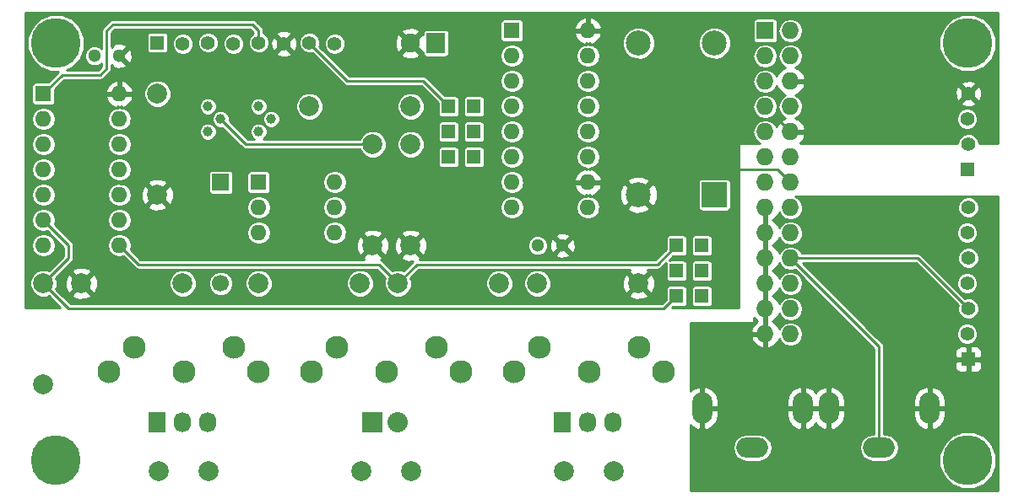
<source format=gtl>
G04 #@! TF.FileFunction,Copper,L1,Top,Signal*
%FSLAX46Y46*%
G04 Gerber Fmt 4.6, Leading zero omitted, Abs format (unit mm)*
G04 Created by KiCad (PCBNEW 4.0.5+dfsg1-4) date Fri Oct 27 15:57:28 2017*
%MOMM*%
%LPD*%
G01*
G04 APERTURE LIST*
%ADD10C,0.100000*%
%ADD11C,1.000760*%
%ADD12R,1.600000X1.600000*%
%ADD13O,1.600000X1.600000*%
%ADD14C,2.300000*%
%ADD15C,2.000000*%
%ADD16R,2.499360X2.499360*%
%ADD17C,2.499360*%
%ADD18C,5.000000*%
%ADD19C,1.699260*%
%ADD20R,1.699260X1.699260*%
%ADD21C,1.300000*%
%ADD22C,1.998980*%
%ADD23R,1.727200X2.032000*%
%ADD24O,1.727200X2.032000*%
%ADD25R,2.032000X2.032000*%
%ADD26O,2.032000X2.032000*%
%ADD27R,1.900000X2.000000*%
%ADD28C,1.900000*%
%ADD29C,1.397000*%
%ADD30R,1.397000X1.397000*%
%ADD31R,1.727200X1.727200*%
%ADD32O,1.727200X1.727200*%
%ADD33O,1.998980X3.197860*%
%ADD34O,3.197860X1.998980*%
%ADD35C,0.254000*%
G04 APERTURE END LIST*
D10*
D11*
X95250000Y-31750000D03*
X93980000Y-33020000D03*
X93980000Y-30480000D03*
D12*
X72390000Y-29210000D03*
D13*
X72390000Y-31750000D03*
X72390000Y-34290000D03*
X72390000Y-36830000D03*
X72390000Y-39370000D03*
X72390000Y-41910000D03*
X72390000Y-44450000D03*
X80010000Y-44450000D03*
X80010000Y-41910000D03*
X80010000Y-39370000D03*
X80010000Y-36830000D03*
X80010000Y-34290000D03*
X80010000Y-31750000D03*
X80010000Y-29210000D03*
D14*
X101800000Y-54650000D03*
D15*
X109300000Y-67150000D03*
D14*
X99300000Y-57150000D03*
X106800000Y-57150000D03*
X114300000Y-57150000D03*
X111800000Y-54650000D03*
D15*
X104300000Y-67150000D03*
D14*
X81480000Y-54650000D03*
D15*
X88980000Y-67150000D03*
D14*
X78980000Y-57150000D03*
X86480000Y-57150000D03*
X93980000Y-57150000D03*
X91480000Y-54650000D03*
D15*
X83980000Y-67150000D03*
D16*
X139700000Y-39370000D03*
D17*
X139700000Y-24130000D03*
X132080000Y-24130000D03*
X132080000Y-39370000D03*
D18*
X73660000Y-66040000D03*
X165100000Y-66040000D03*
X165100000Y-24130000D03*
D19*
X90172540Y-48260520D03*
D20*
X90172540Y-38100520D03*
D14*
X122120000Y-54650000D03*
D15*
X129620000Y-67150000D03*
D14*
X119620000Y-57150000D03*
X127120000Y-57150000D03*
X134620000Y-57150000D03*
X132120000Y-54650000D03*
D15*
X124620000Y-67150000D03*
D11*
X90170000Y-31750000D03*
X88900000Y-33020000D03*
X88900000Y-30480000D03*
D12*
X93980000Y-38100000D03*
D13*
X93980000Y-40640000D03*
X93980000Y-43180000D03*
X101600000Y-43180000D03*
X101600000Y-40640000D03*
X101600000Y-38100000D03*
D21*
X80010000Y-25400000D03*
X77510000Y-25400000D03*
D22*
X76200000Y-48260000D03*
X86360000Y-48260000D03*
X93980000Y-48260000D03*
X104140000Y-48260000D03*
X83820000Y-39370000D03*
X83820000Y-29210000D03*
X109220000Y-44450000D03*
X109220000Y-34290000D03*
X105410000Y-34290000D03*
X105410000Y-44450000D03*
X107950000Y-48260000D03*
X118110000Y-48260000D03*
X132080000Y-48260000D03*
X121920000Y-48260000D03*
X72390000Y-48260000D03*
X72390000Y-58420000D03*
D23*
X83820000Y-62230000D03*
D24*
X86360000Y-62230000D03*
X88900000Y-62230000D03*
D25*
X105410000Y-62230000D03*
D26*
X107950000Y-62230000D03*
D23*
X124460000Y-62230000D03*
D24*
X127000000Y-62230000D03*
X129540000Y-62230000D03*
D12*
X119380000Y-22860000D03*
D13*
X119380000Y-25400000D03*
X119380000Y-27940000D03*
X119380000Y-30480000D03*
X119380000Y-33020000D03*
X119380000Y-35560000D03*
X119380000Y-38100000D03*
X119380000Y-40640000D03*
X127000000Y-40640000D03*
X127000000Y-38100000D03*
X127000000Y-35560000D03*
X127000000Y-33020000D03*
X127000000Y-30480000D03*
X127000000Y-27940000D03*
X127000000Y-25400000D03*
X127000000Y-22860000D03*
D21*
X124460000Y-44450000D03*
X121960000Y-44450000D03*
D18*
X73660000Y-24130000D03*
D27*
X111760000Y-24130000D03*
D28*
X109220000Y-24130000D03*
D22*
X99060000Y-30480000D03*
X109220000Y-30480000D03*
D29*
X91440000Y-24190960D03*
X93980000Y-24069040D03*
X88900000Y-24069040D03*
X96520000Y-24190960D03*
X86360000Y-24190960D03*
X99060000Y-24069040D03*
D30*
X83820000Y-24069040D03*
D29*
X101600000Y-24190960D03*
D31*
X144780000Y-22860000D03*
D32*
X147320000Y-22860000D03*
X144780000Y-25400000D03*
X147320000Y-25400000D03*
X144780000Y-27940000D03*
X147320000Y-27940000D03*
X144780000Y-30480000D03*
X147320000Y-30480000D03*
X144780000Y-33020000D03*
X147320000Y-33020000D03*
X144780000Y-35560000D03*
X147320000Y-35560000D03*
X144780000Y-38100000D03*
X147320000Y-38100000D03*
X144780000Y-40640000D03*
X147320000Y-40640000D03*
X144780000Y-43180000D03*
X147320000Y-43180000D03*
X144780000Y-45720000D03*
X147320000Y-45720000D03*
X144780000Y-48260000D03*
X147320000Y-48260000D03*
X144780000Y-50800000D03*
X147320000Y-50800000D03*
X144780000Y-53340000D03*
X147320000Y-53340000D03*
D30*
X135890000Y-44450000D03*
X138430000Y-44450000D03*
X135890000Y-46990000D03*
X138430000Y-46990000D03*
X135890000Y-49530000D03*
X138430000Y-49530000D03*
D33*
X148564600Y-60772040D03*
D34*
X143510000Y-64770000D03*
D33*
X138455400Y-60772040D03*
X161264600Y-60772040D03*
D34*
X156210000Y-64770000D03*
D33*
X151155400Y-60772040D03*
D29*
X165039040Y-53340000D03*
X165160960Y-50800000D03*
X165039040Y-48260000D03*
X165160960Y-45720000D03*
X165039040Y-43180000D03*
D30*
X165160960Y-55880000D03*
D29*
X165160960Y-40640000D03*
X165160960Y-34290000D03*
X165039040Y-31750000D03*
D30*
X165039040Y-36830000D03*
D29*
X165160960Y-29210000D03*
D30*
X115570000Y-30480000D03*
X113030000Y-30480000D03*
X115570000Y-33020000D03*
X113030000Y-33020000D03*
X115570000Y-35560000D03*
X113030000Y-35560000D03*
D35*
X72390000Y-29210000D02*
X74295000Y-27305000D01*
X93980000Y-22860000D02*
X93980000Y-24069040D01*
X93345000Y-22225000D02*
X93980000Y-22860000D01*
X79375000Y-22225000D02*
X93345000Y-22225000D01*
X78740000Y-22860000D02*
X79375000Y-22225000D01*
X78740000Y-26670000D02*
X78740000Y-22860000D01*
X78105000Y-27305000D02*
X78740000Y-26670000D01*
X74295000Y-27305000D02*
X78105000Y-27305000D01*
X147320000Y-33020000D02*
X146050000Y-31750000D01*
X139700000Y-31750000D02*
X134620000Y-36830000D01*
X140970000Y-31750000D02*
X139700000Y-31750000D01*
X146050000Y-31750000D02*
X140970000Y-31750000D01*
X147320000Y-38100000D02*
X146050000Y-36830000D01*
X134620000Y-36830000D02*
X132080000Y-39370000D01*
X146050000Y-36830000D02*
X134620000Y-36830000D01*
X105410000Y-34290000D02*
X92710000Y-34290000D01*
X92710000Y-34290000D02*
X90170000Y-31750000D01*
X99060000Y-24069040D02*
X99060000Y-24130000D01*
X99060000Y-24130000D02*
X102870000Y-27940000D01*
X102870000Y-27940000D02*
X110490000Y-27940000D01*
X110490000Y-27940000D02*
X113030000Y-30480000D01*
X135890000Y-44450000D02*
X133985000Y-46355000D01*
X109855000Y-46355000D02*
X107950000Y-48260000D01*
X133985000Y-46355000D02*
X109855000Y-46355000D01*
X107950000Y-48260000D02*
X106045000Y-46355000D01*
X81915000Y-46355000D02*
X80010000Y-44450000D01*
X106045000Y-46355000D02*
X81915000Y-46355000D01*
X72390000Y-48260000D02*
X74930000Y-50800000D01*
X134620000Y-50800000D02*
X135890000Y-49530000D01*
X74930000Y-50800000D02*
X134620000Y-50800000D01*
X72390000Y-48260000D02*
X74930000Y-45720000D01*
X74930000Y-44450000D02*
X72390000Y-41910000D01*
X74930000Y-45720000D02*
X74930000Y-44450000D01*
X165160960Y-50800000D02*
X160080960Y-45720000D01*
X160080960Y-45720000D02*
X147320000Y-45720000D01*
X147320000Y-45720000D02*
X156210000Y-54610000D01*
X156210000Y-54610000D02*
X156210000Y-64770000D01*
G36*
X168148000Y-34163000D02*
X166240571Y-34163000D01*
X166240647Y-34076216D01*
X166076649Y-33679311D01*
X165773246Y-33375378D01*
X165376628Y-33210687D01*
X164947176Y-33210313D01*
X164550271Y-33374311D01*
X164246338Y-33677714D01*
X164081647Y-34074332D01*
X164081570Y-34163000D01*
X148266743Y-34163000D01*
X148602688Y-33794947D01*
X148774958Y-33379026D01*
X148653817Y-33147000D01*
X147447000Y-33147000D01*
X147447000Y-33167000D01*
X147193000Y-33167000D01*
X147193000Y-33147000D01*
X147173000Y-33147000D01*
X147173000Y-32893000D01*
X147193000Y-32893000D01*
X147193000Y-32873000D01*
X147447000Y-32873000D01*
X147447000Y-32893000D01*
X148653817Y-32893000D01*
X148774958Y-32660974D01*
X148602688Y-32245053D01*
X148345957Y-31963784D01*
X163959353Y-31963784D01*
X164123351Y-32360689D01*
X164426754Y-32664622D01*
X164823372Y-32829313D01*
X165252824Y-32829687D01*
X165649729Y-32665689D01*
X165953662Y-32362286D01*
X166118353Y-31965668D01*
X166118727Y-31536216D01*
X165954729Y-31139311D01*
X165651326Y-30835378D01*
X165254708Y-30670687D01*
X164825256Y-30670313D01*
X164428351Y-30834311D01*
X164124418Y-31137714D01*
X163959727Y-31534332D01*
X163959353Y-31963784D01*
X148345957Y-31963784D01*
X148208490Y-31813179D01*
X147818338Y-31630324D01*
X147820671Y-31629860D01*
X148224448Y-31360065D01*
X148494243Y-30956288D01*
X148588983Y-30480000D01*
X148522186Y-30144188D01*
X164406377Y-30144188D01*
X164468031Y-30379800D01*
X164968440Y-30555927D01*
X165498159Y-30527148D01*
X165853889Y-30379800D01*
X165915543Y-30144188D01*
X165160960Y-29389605D01*
X164406377Y-30144188D01*
X148522186Y-30144188D01*
X148494243Y-30003712D01*
X148224448Y-29599935D01*
X147820671Y-29330140D01*
X147818338Y-29329676D01*
X148208490Y-29146821D01*
X148326547Y-29017480D01*
X163815033Y-29017480D01*
X163843812Y-29547199D01*
X163991160Y-29902929D01*
X164226772Y-29964583D01*
X164981355Y-29210000D01*
X165340565Y-29210000D01*
X166095148Y-29964583D01*
X166330760Y-29902929D01*
X166506887Y-29402520D01*
X166478108Y-28872801D01*
X166330760Y-28517071D01*
X166095148Y-28455417D01*
X165340565Y-29210000D01*
X164981355Y-29210000D01*
X164226772Y-28455417D01*
X163991160Y-28517071D01*
X163815033Y-29017480D01*
X148326547Y-29017480D01*
X148602688Y-28714947D01*
X148774958Y-28299026D01*
X148762838Y-28275812D01*
X164406377Y-28275812D01*
X165160960Y-29030395D01*
X165915543Y-28275812D01*
X165853889Y-28040200D01*
X165353480Y-27864073D01*
X164823761Y-27892852D01*
X164468031Y-28040200D01*
X164406377Y-28275812D01*
X148762838Y-28275812D01*
X148653817Y-28067000D01*
X147447000Y-28067000D01*
X147447000Y-28087000D01*
X147193000Y-28087000D01*
X147193000Y-28067000D01*
X147173000Y-28067000D01*
X147173000Y-27813000D01*
X147193000Y-27813000D01*
X147193000Y-27793000D01*
X147447000Y-27793000D01*
X147447000Y-27813000D01*
X148653817Y-27813000D01*
X148774958Y-27580974D01*
X148602688Y-27165053D01*
X148208490Y-26733179D01*
X147818338Y-26550324D01*
X147820671Y-26549860D01*
X148224448Y-26280065D01*
X148494243Y-25876288D01*
X148588983Y-25400000D01*
X148494243Y-24923712D01*
X148345133Y-24700552D01*
X162218501Y-24700552D01*
X162656183Y-25759823D01*
X163465914Y-26570969D01*
X164524420Y-27010499D01*
X165670552Y-27011499D01*
X166729823Y-26573817D01*
X167540969Y-25764086D01*
X167980499Y-24705580D01*
X167981499Y-23559448D01*
X167543817Y-22500177D01*
X166734086Y-21689031D01*
X165675580Y-21249501D01*
X164529448Y-21248501D01*
X163470177Y-21686183D01*
X162659031Y-22495914D01*
X162219501Y-23554420D01*
X162218501Y-24700552D01*
X148345133Y-24700552D01*
X148224448Y-24519935D01*
X147820671Y-24250140D01*
X147344383Y-24155400D01*
X147295617Y-24155400D01*
X146819329Y-24250140D01*
X146415552Y-24519935D01*
X146145757Y-24923712D01*
X146051017Y-25400000D01*
X146145757Y-25876288D01*
X146415552Y-26280065D01*
X146819329Y-26549860D01*
X146821662Y-26550324D01*
X146431510Y-26733179D01*
X146037312Y-27165053D01*
X145929159Y-27426172D01*
X145684448Y-27059935D01*
X145280671Y-26790140D01*
X144804383Y-26695400D01*
X144755617Y-26695400D01*
X144279329Y-26790140D01*
X143875552Y-27059935D01*
X143605757Y-27463712D01*
X143511017Y-27940000D01*
X143605757Y-28416288D01*
X143875552Y-28820065D01*
X144279329Y-29089860D01*
X144755617Y-29184600D01*
X144804383Y-29184600D01*
X145280671Y-29089860D01*
X145684448Y-28820065D01*
X145929159Y-28453828D01*
X146037312Y-28714947D01*
X146431510Y-29146821D01*
X146821662Y-29329676D01*
X146819329Y-29330140D01*
X146415552Y-29599935D01*
X146145757Y-30003712D01*
X146051017Y-30480000D01*
X146145757Y-30956288D01*
X146415552Y-31360065D01*
X146819329Y-31629860D01*
X146821662Y-31630324D01*
X146431510Y-31813179D01*
X146037312Y-32245053D01*
X145929159Y-32506172D01*
X145684448Y-32139935D01*
X145280671Y-31870140D01*
X144804383Y-31775400D01*
X144755617Y-31775400D01*
X144279329Y-31870140D01*
X143875552Y-32139935D01*
X143605757Y-32543712D01*
X143511017Y-33020000D01*
X143605757Y-33496288D01*
X143875552Y-33900065D01*
X144269062Y-34163000D01*
X142240000Y-34163000D01*
X142190590Y-34173006D01*
X142148965Y-34201447D01*
X142121685Y-34243841D01*
X142113000Y-34290000D01*
X142113000Y-50673000D01*
X135465420Y-50673000D01*
X135521456Y-50616964D01*
X136588500Y-50616964D01*
X136729690Y-50590397D01*
X136859365Y-50506954D01*
X136946359Y-50379634D01*
X136976964Y-50228500D01*
X136976964Y-48831500D01*
X137343036Y-48831500D01*
X137343036Y-50228500D01*
X137369603Y-50369690D01*
X137453046Y-50499365D01*
X137580366Y-50586359D01*
X137731500Y-50616964D01*
X139128500Y-50616964D01*
X139269690Y-50590397D01*
X139399365Y-50506954D01*
X139486359Y-50379634D01*
X139516964Y-50228500D01*
X139516964Y-48831500D01*
X139490397Y-48690310D01*
X139406954Y-48560635D01*
X139279634Y-48473641D01*
X139128500Y-48443036D01*
X137731500Y-48443036D01*
X137590310Y-48469603D01*
X137460635Y-48553046D01*
X137373641Y-48680366D01*
X137343036Y-48831500D01*
X136976964Y-48831500D01*
X136950397Y-48690310D01*
X136866954Y-48560635D01*
X136739634Y-48473641D01*
X136588500Y-48443036D01*
X135191500Y-48443036D01*
X135050310Y-48469603D01*
X134920635Y-48553046D01*
X134833641Y-48680366D01*
X134803036Y-48831500D01*
X134803036Y-49898544D01*
X134409580Y-50292000D01*
X75140421Y-50292000D01*
X74260584Y-49412163D01*
X75227443Y-49412163D01*
X75326042Y-49678965D01*
X75935582Y-49905401D01*
X76585377Y-49881341D01*
X77073958Y-49678965D01*
X77172557Y-49412163D01*
X76200000Y-48439605D01*
X75227443Y-49412163D01*
X74260584Y-49412163D01*
X73656987Y-48808567D01*
X73770249Y-48535801D01*
X73770721Y-47995582D01*
X74554599Y-47995582D01*
X74578659Y-48645377D01*
X74781035Y-49133958D01*
X75047837Y-49232557D01*
X76020395Y-48260000D01*
X76379605Y-48260000D01*
X77352163Y-49232557D01*
X77618965Y-49133958D01*
X77842067Y-48533392D01*
X84979271Y-48533392D01*
X85188995Y-49040963D01*
X85576994Y-49429640D01*
X86084199Y-49640249D01*
X86633392Y-49640729D01*
X87140963Y-49431005D01*
X87529640Y-49043006D01*
X87740249Y-48535801D01*
X87740276Y-48504233D01*
X88941697Y-48504233D01*
X89128655Y-48956705D01*
X89474534Y-49303189D01*
X89926679Y-49490935D01*
X90416253Y-49491363D01*
X90868725Y-49304405D01*
X91215209Y-48958526D01*
X91391739Y-48533392D01*
X92599271Y-48533392D01*
X92808995Y-49040963D01*
X93196994Y-49429640D01*
X93704199Y-49640249D01*
X94253392Y-49640729D01*
X94760963Y-49431005D01*
X95149640Y-49043006D01*
X95360249Y-48535801D01*
X95360251Y-48533392D01*
X102759271Y-48533392D01*
X102968995Y-49040963D01*
X103356994Y-49429640D01*
X103864199Y-49640249D01*
X104413392Y-49640729D01*
X104920963Y-49431005D01*
X105309640Y-49043006D01*
X105520249Y-48535801D01*
X105520729Y-47986608D01*
X105311005Y-47479037D01*
X104923006Y-47090360D01*
X104415801Y-46879751D01*
X103866608Y-46879271D01*
X103359037Y-47088995D01*
X102970360Y-47476994D01*
X102759751Y-47984199D01*
X102759271Y-48533392D01*
X95360251Y-48533392D01*
X95360729Y-47986608D01*
X95151005Y-47479037D01*
X94763006Y-47090360D01*
X94255801Y-46879751D01*
X93706608Y-46879271D01*
X93199037Y-47088995D01*
X92810360Y-47476994D01*
X92599751Y-47984199D01*
X92599271Y-48533392D01*
X91391739Y-48533392D01*
X91402955Y-48506381D01*
X91403383Y-48016807D01*
X91216425Y-47564335D01*
X90870546Y-47217851D01*
X90418401Y-47030105D01*
X89928827Y-47029677D01*
X89476355Y-47216635D01*
X89129871Y-47562514D01*
X88942125Y-48014659D01*
X88941697Y-48504233D01*
X87740276Y-48504233D01*
X87740729Y-47986608D01*
X87531005Y-47479037D01*
X87143006Y-47090360D01*
X86635801Y-46879751D01*
X86086608Y-46879271D01*
X85579037Y-47088995D01*
X85190360Y-47476994D01*
X84979751Y-47984199D01*
X84979271Y-48533392D01*
X77842067Y-48533392D01*
X77845401Y-48524418D01*
X77821341Y-47874623D01*
X77618965Y-47386042D01*
X77352163Y-47287443D01*
X76379605Y-48260000D01*
X76020395Y-48260000D01*
X75047837Y-47287443D01*
X74781035Y-47386042D01*
X74554599Y-47995582D01*
X73770721Y-47995582D01*
X73770729Y-47986608D01*
X73657017Y-47711404D01*
X74260584Y-47107837D01*
X75227443Y-47107837D01*
X76200000Y-48080395D01*
X77172557Y-47107837D01*
X77073958Y-46841035D01*
X76464418Y-46614599D01*
X75814623Y-46638659D01*
X75326042Y-46841035D01*
X75227443Y-47107837D01*
X74260584Y-47107837D01*
X75289210Y-46079211D01*
X75386381Y-45933784D01*
X75399331Y-45914403D01*
X75438000Y-45720000D01*
X75438000Y-44450000D01*
X78805863Y-44450000D01*
X78895761Y-44901949D01*
X79151770Y-45285093D01*
X79534914Y-45541102D01*
X79986863Y-45631000D01*
X80033137Y-45631000D01*
X80399672Y-45558092D01*
X81555790Y-46714210D01*
X81720597Y-46824331D01*
X81915000Y-46863000D01*
X105834580Y-46863000D01*
X106683013Y-47711433D01*
X106569751Y-47984199D01*
X106569271Y-48533392D01*
X106778995Y-49040963D01*
X107166994Y-49429640D01*
X107674199Y-49640249D01*
X108223392Y-49640729D01*
X108730963Y-49431005D01*
X109119640Y-49043006D01*
X109330249Y-48535801D01*
X109330251Y-48533392D01*
X116729271Y-48533392D01*
X116938995Y-49040963D01*
X117326994Y-49429640D01*
X117834199Y-49640249D01*
X118383392Y-49640729D01*
X118890963Y-49431005D01*
X119279640Y-49043006D01*
X119490249Y-48535801D01*
X119490251Y-48533392D01*
X120539271Y-48533392D01*
X120748995Y-49040963D01*
X121136994Y-49429640D01*
X121644199Y-49640249D01*
X122193392Y-49640729D01*
X122700963Y-49431005D01*
X122719837Y-49412163D01*
X131107443Y-49412163D01*
X131206042Y-49678965D01*
X131815582Y-49905401D01*
X132465377Y-49881341D01*
X132953958Y-49678965D01*
X133052557Y-49412163D01*
X132080000Y-48439605D01*
X131107443Y-49412163D01*
X122719837Y-49412163D01*
X123089640Y-49043006D01*
X123300249Y-48535801D01*
X123300721Y-47995582D01*
X130434599Y-47995582D01*
X130458659Y-48645377D01*
X130661035Y-49133958D01*
X130927837Y-49232557D01*
X131900395Y-48260000D01*
X132259605Y-48260000D01*
X133232163Y-49232557D01*
X133498965Y-49133958D01*
X133725401Y-48524418D01*
X133701341Y-47874623D01*
X133498965Y-47386042D01*
X133232163Y-47287443D01*
X132259605Y-48260000D01*
X131900395Y-48260000D01*
X130927837Y-47287443D01*
X130661035Y-47386042D01*
X130434599Y-47995582D01*
X123300721Y-47995582D01*
X123300729Y-47986608D01*
X123091005Y-47479037D01*
X122703006Y-47090360D01*
X122195801Y-46879751D01*
X121646608Y-46879271D01*
X121139037Y-47088995D01*
X120750360Y-47476994D01*
X120539751Y-47984199D01*
X120539271Y-48533392D01*
X119490251Y-48533392D01*
X119490729Y-47986608D01*
X119281005Y-47479037D01*
X118893006Y-47090360D01*
X118385801Y-46879751D01*
X117836608Y-46879271D01*
X117329037Y-47088995D01*
X116940360Y-47476994D01*
X116729751Y-47984199D01*
X116729271Y-48533392D01*
X109330251Y-48533392D01*
X109330729Y-47986608D01*
X109217017Y-47711403D01*
X110065420Y-46863000D01*
X131197925Y-46863000D01*
X131107443Y-47107837D01*
X132080000Y-48080395D01*
X133052557Y-47107837D01*
X132962075Y-46863000D01*
X133985000Y-46863000D01*
X134179403Y-46824331D01*
X134344210Y-46714210D01*
X134812207Y-46246213D01*
X134803036Y-46291500D01*
X134803036Y-47688500D01*
X134829603Y-47829690D01*
X134913046Y-47959365D01*
X135040366Y-48046359D01*
X135191500Y-48076964D01*
X136588500Y-48076964D01*
X136729690Y-48050397D01*
X136859365Y-47966954D01*
X136946359Y-47839634D01*
X136976964Y-47688500D01*
X136976964Y-46291500D01*
X137343036Y-46291500D01*
X137343036Y-47688500D01*
X137369603Y-47829690D01*
X137453046Y-47959365D01*
X137580366Y-48046359D01*
X137731500Y-48076964D01*
X139128500Y-48076964D01*
X139269690Y-48050397D01*
X139399365Y-47966954D01*
X139486359Y-47839634D01*
X139516964Y-47688500D01*
X139516964Y-46291500D01*
X139490397Y-46150310D01*
X139406954Y-46020635D01*
X139279634Y-45933641D01*
X139128500Y-45903036D01*
X137731500Y-45903036D01*
X137590310Y-45929603D01*
X137460635Y-46013046D01*
X137373641Y-46140366D01*
X137343036Y-46291500D01*
X136976964Y-46291500D01*
X136950397Y-46150310D01*
X136866954Y-46020635D01*
X136739634Y-45933641D01*
X136588500Y-45903036D01*
X135191500Y-45903036D01*
X135147013Y-45911407D01*
X135521456Y-45536964D01*
X136588500Y-45536964D01*
X136729690Y-45510397D01*
X136859365Y-45426954D01*
X136946359Y-45299634D01*
X136976964Y-45148500D01*
X136976964Y-43751500D01*
X137343036Y-43751500D01*
X137343036Y-45148500D01*
X137369603Y-45289690D01*
X137453046Y-45419365D01*
X137580366Y-45506359D01*
X137731500Y-45536964D01*
X139128500Y-45536964D01*
X139269690Y-45510397D01*
X139399365Y-45426954D01*
X139486359Y-45299634D01*
X139516964Y-45148500D01*
X139516964Y-43751500D01*
X139490397Y-43610310D01*
X139406954Y-43480635D01*
X139279634Y-43393641D01*
X139128500Y-43363036D01*
X137731500Y-43363036D01*
X137590310Y-43389603D01*
X137460635Y-43473046D01*
X137373641Y-43600366D01*
X137343036Y-43751500D01*
X136976964Y-43751500D01*
X136950397Y-43610310D01*
X136866954Y-43480635D01*
X136739634Y-43393641D01*
X136588500Y-43363036D01*
X135191500Y-43363036D01*
X135050310Y-43389603D01*
X134920635Y-43473046D01*
X134833641Y-43600366D01*
X134803036Y-43751500D01*
X134803036Y-44818544D01*
X133774580Y-45847000D01*
X110102075Y-45847000D01*
X110192557Y-45602163D01*
X109220000Y-44629605D01*
X108247443Y-45602163D01*
X108346042Y-45868965D01*
X108955582Y-46095401D01*
X109413120Y-46078460D01*
X108498567Y-46993013D01*
X108225801Y-46879751D01*
X107676608Y-46879271D01*
X107401403Y-46992983D01*
X106404210Y-45995790D01*
X106241021Y-45886750D01*
X106283958Y-45868965D01*
X106382557Y-45602163D01*
X105410000Y-44629605D01*
X104437443Y-45602163D01*
X104527925Y-45847000D01*
X82125420Y-45847000D01*
X81133552Y-44855132D01*
X81214137Y-44450000D01*
X81124239Y-43998051D01*
X80868230Y-43614907D01*
X80485086Y-43358898D01*
X80033137Y-43269000D01*
X79986863Y-43269000D01*
X79534914Y-43358898D01*
X79151770Y-43614907D01*
X78895761Y-43998051D01*
X78805863Y-44450000D01*
X75438000Y-44450000D01*
X75399331Y-44255597D01*
X75309110Y-44120572D01*
X75289210Y-44090789D01*
X74378421Y-43180000D01*
X92775863Y-43180000D01*
X92865761Y-43631949D01*
X93121770Y-44015093D01*
X93504914Y-44271102D01*
X93956863Y-44361000D01*
X94003137Y-44361000D01*
X94455086Y-44271102D01*
X94838230Y-44015093D01*
X95094239Y-43631949D01*
X95184137Y-43180000D01*
X100395863Y-43180000D01*
X100485761Y-43631949D01*
X100741770Y-44015093D01*
X101124914Y-44271102D01*
X101576863Y-44361000D01*
X101623137Y-44361000D01*
X102075086Y-44271102D01*
X102203075Y-44185582D01*
X103764599Y-44185582D01*
X103788659Y-44835377D01*
X103991035Y-45323958D01*
X104257837Y-45422557D01*
X105230395Y-44450000D01*
X105589605Y-44450000D01*
X106562163Y-45422557D01*
X106828965Y-45323958D01*
X107055401Y-44714418D01*
X107035820Y-44185582D01*
X107574599Y-44185582D01*
X107598659Y-44835377D01*
X107801035Y-45323958D01*
X108067837Y-45422557D01*
X109040395Y-44450000D01*
X109399605Y-44450000D01*
X110372163Y-45422557D01*
X110638965Y-45323958D01*
X110865401Y-44714418D01*
X110863171Y-44654179D01*
X120928822Y-44654179D01*
X121085451Y-45033251D01*
X121375223Y-45323529D01*
X121754022Y-45480820D01*
X122164179Y-45481178D01*
X122484036Y-45349016D01*
X123740590Y-45349016D01*
X123796271Y-45579611D01*
X124279078Y-45747622D01*
X124789428Y-45718083D01*
X125123729Y-45579611D01*
X125179410Y-45349016D01*
X124460000Y-44629605D01*
X123740590Y-45349016D01*
X122484036Y-45349016D01*
X122543251Y-45324549D01*
X122833529Y-45034777D01*
X122990820Y-44655978D01*
X122991157Y-44269078D01*
X123162378Y-44269078D01*
X123191917Y-44779428D01*
X123330389Y-45113729D01*
X123560984Y-45169410D01*
X124280395Y-44450000D01*
X124639605Y-44450000D01*
X125359016Y-45169410D01*
X125589611Y-45113729D01*
X125757622Y-44630922D01*
X125728083Y-44120572D01*
X125589611Y-43786271D01*
X125359016Y-43730590D01*
X124639605Y-44450000D01*
X124280395Y-44450000D01*
X123560984Y-43730590D01*
X123330389Y-43786271D01*
X123162378Y-44269078D01*
X122991157Y-44269078D01*
X122991178Y-44245821D01*
X122834549Y-43866749D01*
X122544777Y-43576471D01*
X122483398Y-43550984D01*
X123740590Y-43550984D01*
X124460000Y-44270395D01*
X125179410Y-43550984D01*
X125123729Y-43320389D01*
X124640922Y-43152378D01*
X124130572Y-43181917D01*
X123796271Y-43320389D01*
X123740590Y-43550984D01*
X122483398Y-43550984D01*
X122165978Y-43419180D01*
X121755821Y-43418822D01*
X121376749Y-43575451D01*
X121086471Y-43865223D01*
X120929180Y-44244022D01*
X120928822Y-44654179D01*
X110863171Y-44654179D01*
X110841341Y-44064623D01*
X110638965Y-43576042D01*
X110372163Y-43477443D01*
X109399605Y-44450000D01*
X109040395Y-44450000D01*
X108067837Y-43477443D01*
X107801035Y-43576042D01*
X107574599Y-44185582D01*
X107035820Y-44185582D01*
X107031341Y-44064623D01*
X106828965Y-43576042D01*
X106562163Y-43477443D01*
X105589605Y-44450000D01*
X105230395Y-44450000D01*
X104257837Y-43477443D01*
X103991035Y-43576042D01*
X103764599Y-44185582D01*
X102203075Y-44185582D01*
X102458230Y-44015093D01*
X102714239Y-43631949D01*
X102780697Y-43297837D01*
X104437443Y-43297837D01*
X105410000Y-44270395D01*
X106382557Y-43297837D01*
X108247443Y-43297837D01*
X109220000Y-44270395D01*
X110192557Y-43297837D01*
X110093958Y-43031035D01*
X109484418Y-42804599D01*
X108834623Y-42828659D01*
X108346042Y-43031035D01*
X108247443Y-43297837D01*
X106382557Y-43297837D01*
X106283958Y-43031035D01*
X105674418Y-42804599D01*
X105024623Y-42828659D01*
X104536042Y-43031035D01*
X104437443Y-43297837D01*
X102780697Y-43297837D01*
X102804137Y-43180000D01*
X102714239Y-42728051D01*
X102458230Y-42344907D01*
X102075086Y-42088898D01*
X101623137Y-41999000D01*
X101576863Y-41999000D01*
X101124914Y-42088898D01*
X100741770Y-42344907D01*
X100485761Y-42728051D01*
X100395863Y-43180000D01*
X95184137Y-43180000D01*
X95094239Y-42728051D01*
X94838230Y-42344907D01*
X94455086Y-42088898D01*
X94003137Y-41999000D01*
X93956863Y-41999000D01*
X93504914Y-42088898D01*
X93121770Y-42344907D01*
X92865761Y-42728051D01*
X92775863Y-43180000D01*
X74378421Y-43180000D01*
X73513552Y-42315131D01*
X73594137Y-41910000D01*
X78805863Y-41910000D01*
X78895761Y-42361949D01*
X79151770Y-42745093D01*
X79534914Y-43001102D01*
X79986863Y-43091000D01*
X80033137Y-43091000D01*
X80485086Y-43001102D01*
X80868230Y-42745093D01*
X81124239Y-42361949D01*
X81214137Y-41910000D01*
X81124239Y-41458051D01*
X80868230Y-41074907D01*
X80485086Y-40818898D01*
X80033137Y-40729000D01*
X79986863Y-40729000D01*
X79534914Y-40818898D01*
X79151770Y-41074907D01*
X78895761Y-41458051D01*
X78805863Y-41910000D01*
X73594137Y-41910000D01*
X73504239Y-41458051D01*
X73248230Y-41074907D01*
X72865086Y-40818898D01*
X72413137Y-40729000D01*
X72366863Y-40729000D01*
X71914914Y-40818898D01*
X71531770Y-41074907D01*
X71275761Y-41458051D01*
X71185863Y-41910000D01*
X71275761Y-42361949D01*
X71531770Y-42745093D01*
X71914914Y-43001102D01*
X72366863Y-43091000D01*
X72413137Y-43091000D01*
X72779672Y-43018092D01*
X74422000Y-44660421D01*
X74422000Y-45509579D01*
X72938567Y-46993013D01*
X72665801Y-46879751D01*
X72116608Y-46879271D01*
X71609037Y-47088995D01*
X71220360Y-47476994D01*
X71009751Y-47984199D01*
X71009271Y-48533392D01*
X71218995Y-49040963D01*
X71606994Y-49429640D01*
X72114199Y-49640249D01*
X72663392Y-49640729D01*
X72938596Y-49527017D01*
X74084579Y-50673000D01*
X70612000Y-50673000D01*
X70612000Y-44450000D01*
X71185863Y-44450000D01*
X71275761Y-44901949D01*
X71531770Y-45285093D01*
X71914914Y-45541102D01*
X72366863Y-45631000D01*
X72413137Y-45631000D01*
X72865086Y-45541102D01*
X73248230Y-45285093D01*
X73504239Y-44901949D01*
X73594137Y-44450000D01*
X73504239Y-43998051D01*
X73248230Y-43614907D01*
X72865086Y-43358898D01*
X72413137Y-43269000D01*
X72366863Y-43269000D01*
X71914914Y-43358898D01*
X71531770Y-43614907D01*
X71275761Y-43998051D01*
X71185863Y-44450000D01*
X70612000Y-44450000D01*
X70612000Y-39370000D01*
X71185863Y-39370000D01*
X71275761Y-39821949D01*
X71531770Y-40205093D01*
X71914914Y-40461102D01*
X72366863Y-40551000D01*
X72413137Y-40551000D01*
X72865086Y-40461102D01*
X73248230Y-40205093D01*
X73504239Y-39821949D01*
X73594137Y-39370000D01*
X78805863Y-39370000D01*
X78895761Y-39821949D01*
X79151770Y-40205093D01*
X79534914Y-40461102D01*
X79986863Y-40551000D01*
X80033137Y-40551000D01*
X80178110Y-40522163D01*
X82847443Y-40522163D01*
X82946042Y-40788965D01*
X83555582Y-41015401D01*
X84205377Y-40991341D01*
X84693958Y-40788965D01*
X84749009Y-40640000D01*
X92775863Y-40640000D01*
X92865761Y-41091949D01*
X93121770Y-41475093D01*
X93504914Y-41731102D01*
X93956863Y-41821000D01*
X94003137Y-41821000D01*
X94455086Y-41731102D01*
X94838230Y-41475093D01*
X95094239Y-41091949D01*
X95184137Y-40640000D01*
X100395863Y-40640000D01*
X100485761Y-41091949D01*
X100741770Y-41475093D01*
X101124914Y-41731102D01*
X101576863Y-41821000D01*
X101623137Y-41821000D01*
X102075086Y-41731102D01*
X102458230Y-41475093D01*
X102714239Y-41091949D01*
X102804137Y-40640000D01*
X118175863Y-40640000D01*
X118265761Y-41091949D01*
X118521770Y-41475093D01*
X118904914Y-41731102D01*
X119356863Y-41821000D01*
X119403137Y-41821000D01*
X119855086Y-41731102D01*
X120238230Y-41475093D01*
X120494239Y-41091949D01*
X120584137Y-40640000D01*
X120494239Y-40188051D01*
X120238230Y-39804907D01*
X119855086Y-39548898D01*
X119403137Y-39459000D01*
X119356863Y-39459000D01*
X118904914Y-39548898D01*
X118521770Y-39804907D01*
X118265761Y-40188051D01*
X118175863Y-40640000D01*
X102804137Y-40640000D01*
X102714239Y-40188051D01*
X102458230Y-39804907D01*
X102075086Y-39548898D01*
X101623137Y-39459000D01*
X101576863Y-39459000D01*
X101124914Y-39548898D01*
X100741770Y-39804907D01*
X100485761Y-40188051D01*
X100395863Y-40640000D01*
X95184137Y-40640000D01*
X95094239Y-40188051D01*
X94838230Y-39804907D01*
X94455086Y-39548898D01*
X94003137Y-39459000D01*
X93956863Y-39459000D01*
X93504914Y-39548898D01*
X93121770Y-39804907D01*
X92865761Y-40188051D01*
X92775863Y-40640000D01*
X84749009Y-40640000D01*
X84792557Y-40522163D01*
X83820000Y-39549605D01*
X82847443Y-40522163D01*
X80178110Y-40522163D01*
X80485086Y-40461102D01*
X80868230Y-40205093D01*
X81124239Y-39821949D01*
X81214137Y-39370000D01*
X81161542Y-39105582D01*
X82174599Y-39105582D01*
X82198659Y-39755377D01*
X82401035Y-40243958D01*
X82667837Y-40342557D01*
X83640395Y-39370000D01*
X83999605Y-39370000D01*
X84972163Y-40342557D01*
X85238965Y-40243958D01*
X85465401Y-39634418D01*
X85441341Y-38984623D01*
X85238965Y-38496042D01*
X84972163Y-38397443D01*
X83999605Y-39370000D01*
X83640395Y-39370000D01*
X82667837Y-38397443D01*
X82401035Y-38496042D01*
X82174599Y-39105582D01*
X81161542Y-39105582D01*
X81124239Y-38918051D01*
X80868230Y-38534907D01*
X80485086Y-38278898D01*
X80178111Y-38217837D01*
X82847443Y-38217837D01*
X83820000Y-39190395D01*
X84792557Y-38217837D01*
X84693958Y-37951035D01*
X84084418Y-37724599D01*
X83434623Y-37748659D01*
X82946042Y-37951035D01*
X82847443Y-38217837D01*
X80178111Y-38217837D01*
X80033137Y-38189000D01*
X79986863Y-38189000D01*
X79534914Y-38278898D01*
X79151770Y-38534907D01*
X78895761Y-38918051D01*
X78805863Y-39370000D01*
X73594137Y-39370000D01*
X73504239Y-38918051D01*
X73248230Y-38534907D01*
X72865086Y-38278898D01*
X72413137Y-38189000D01*
X72366863Y-38189000D01*
X71914914Y-38278898D01*
X71531770Y-38534907D01*
X71275761Y-38918051D01*
X71185863Y-39370000D01*
X70612000Y-39370000D01*
X70612000Y-36830000D01*
X71185863Y-36830000D01*
X71275761Y-37281949D01*
X71531770Y-37665093D01*
X71914914Y-37921102D01*
X72366863Y-38011000D01*
X72413137Y-38011000D01*
X72865086Y-37921102D01*
X73248230Y-37665093D01*
X73504239Y-37281949D01*
X73594137Y-36830000D01*
X78805863Y-36830000D01*
X78895761Y-37281949D01*
X79151770Y-37665093D01*
X79534914Y-37921102D01*
X79986863Y-38011000D01*
X80033137Y-38011000D01*
X80485086Y-37921102D01*
X80868230Y-37665093D01*
X81124239Y-37281949D01*
X81130417Y-37250890D01*
X88934446Y-37250890D01*
X88934446Y-38950150D01*
X88961013Y-39091340D01*
X89044456Y-39221015D01*
X89171776Y-39308009D01*
X89322910Y-39338614D01*
X91022170Y-39338614D01*
X91163360Y-39312047D01*
X91293035Y-39228604D01*
X91380029Y-39101284D01*
X91410634Y-38950150D01*
X91410634Y-37300000D01*
X92791536Y-37300000D01*
X92791536Y-38900000D01*
X92818103Y-39041190D01*
X92901546Y-39170865D01*
X93028866Y-39257859D01*
X93180000Y-39288464D01*
X94780000Y-39288464D01*
X94921190Y-39261897D01*
X95050865Y-39178454D01*
X95137859Y-39051134D01*
X95168464Y-38900000D01*
X95168464Y-38100000D01*
X100395863Y-38100000D01*
X100485761Y-38551949D01*
X100741770Y-38935093D01*
X101124914Y-39191102D01*
X101576863Y-39281000D01*
X101623137Y-39281000D01*
X102075086Y-39191102D01*
X102458230Y-38935093D01*
X102714239Y-38551949D01*
X102804137Y-38100000D01*
X118175863Y-38100000D01*
X118265761Y-38551949D01*
X118521770Y-38935093D01*
X118904914Y-39191102D01*
X119356863Y-39281000D01*
X119403137Y-39281000D01*
X119855086Y-39191102D01*
X120238230Y-38935093D01*
X120494239Y-38551949D01*
X120514709Y-38449039D01*
X125608096Y-38449039D01*
X125768959Y-38837423D01*
X126144866Y-39252389D01*
X126650959Y-39491914D01*
X126872998Y-39370630D01*
X126872998Y-39479660D01*
X126524914Y-39548898D01*
X126141770Y-39804907D01*
X125885761Y-40188051D01*
X125795863Y-40640000D01*
X125885761Y-41091949D01*
X126141770Y-41475093D01*
X126524914Y-41731102D01*
X126976863Y-41821000D01*
X127023137Y-41821000D01*
X127475086Y-41731102D01*
X127858230Y-41475093D01*
X128114239Y-41091949D01*
X128191587Y-40703089D01*
X130926517Y-40703089D01*
X131055725Y-40995859D01*
X131755883Y-41264071D01*
X132505384Y-41243928D01*
X133104275Y-40995859D01*
X133233483Y-40703089D01*
X132080000Y-39549605D01*
X130926517Y-40703089D01*
X128191587Y-40703089D01*
X128204137Y-40640000D01*
X128114239Y-40188051D01*
X127858230Y-39804907D01*
X127475086Y-39548898D01*
X127127002Y-39479660D01*
X127127002Y-39370630D01*
X127349041Y-39491914D01*
X127855134Y-39252389D01*
X128042202Y-39045883D01*
X130185929Y-39045883D01*
X130206072Y-39795384D01*
X130454141Y-40394275D01*
X130746911Y-40523483D01*
X131900395Y-39370000D01*
X132259605Y-39370000D01*
X133413089Y-40523483D01*
X133705859Y-40394275D01*
X133974071Y-39694117D01*
X133953928Y-38944616D01*
X133705859Y-38345725D01*
X133413089Y-38216517D01*
X132259605Y-39370000D01*
X131900395Y-39370000D01*
X130746911Y-38216517D01*
X130454141Y-38345725D01*
X130185929Y-39045883D01*
X128042202Y-39045883D01*
X128231041Y-38837423D01*
X128391904Y-38449039D01*
X128269915Y-38227000D01*
X127127000Y-38227000D01*
X127127000Y-38247000D01*
X126873000Y-38247000D01*
X126873000Y-38227000D01*
X125730085Y-38227000D01*
X125608096Y-38449039D01*
X120514709Y-38449039D01*
X120584137Y-38100000D01*
X120571589Y-38036911D01*
X130926517Y-38036911D01*
X132080000Y-39190395D01*
X133150074Y-38120320D01*
X138061856Y-38120320D01*
X138061856Y-40619680D01*
X138088423Y-40760870D01*
X138171866Y-40890545D01*
X138299186Y-40977539D01*
X138450320Y-41008144D01*
X140949680Y-41008144D01*
X141090870Y-40981577D01*
X141220545Y-40898134D01*
X141307539Y-40770814D01*
X141338144Y-40619680D01*
X141338144Y-38120320D01*
X141311577Y-37979130D01*
X141228134Y-37849455D01*
X141100814Y-37762461D01*
X140949680Y-37731856D01*
X138450320Y-37731856D01*
X138309130Y-37758423D01*
X138179455Y-37841866D01*
X138092461Y-37969186D01*
X138061856Y-38120320D01*
X133150074Y-38120320D01*
X133233483Y-38036911D01*
X133104275Y-37744141D01*
X132404117Y-37475929D01*
X131654616Y-37496072D01*
X131055725Y-37744141D01*
X130926517Y-38036911D01*
X120571589Y-38036911D01*
X120514710Y-37750961D01*
X125608096Y-37750961D01*
X125730085Y-37973000D01*
X126873000Y-37973000D01*
X126873000Y-37953000D01*
X127127000Y-37953000D01*
X127127000Y-37973000D01*
X128269915Y-37973000D01*
X128391904Y-37750961D01*
X128231041Y-37362577D01*
X127855134Y-36947611D01*
X127349041Y-36708086D01*
X127127002Y-36829370D01*
X127127002Y-36720340D01*
X127475086Y-36651102D01*
X127858230Y-36395093D01*
X128114239Y-36011949D01*
X128204137Y-35560000D01*
X128114239Y-35108051D01*
X127858230Y-34724907D01*
X127475086Y-34468898D01*
X127023137Y-34379000D01*
X126976863Y-34379000D01*
X126524914Y-34468898D01*
X126141770Y-34724907D01*
X125885761Y-35108051D01*
X125795863Y-35560000D01*
X125885761Y-36011949D01*
X126141770Y-36395093D01*
X126524914Y-36651102D01*
X126872998Y-36720340D01*
X126872998Y-36829370D01*
X126650959Y-36708086D01*
X126144866Y-36947611D01*
X125768959Y-37362577D01*
X125608096Y-37750961D01*
X120514710Y-37750961D01*
X120494239Y-37648051D01*
X120238230Y-37264907D01*
X119855086Y-37008898D01*
X119403137Y-36919000D01*
X119356863Y-36919000D01*
X118904914Y-37008898D01*
X118521770Y-37264907D01*
X118265761Y-37648051D01*
X118175863Y-38100000D01*
X102804137Y-38100000D01*
X102714239Y-37648051D01*
X102458230Y-37264907D01*
X102075086Y-37008898D01*
X101623137Y-36919000D01*
X101576863Y-36919000D01*
X101124914Y-37008898D01*
X100741770Y-37264907D01*
X100485761Y-37648051D01*
X100395863Y-38100000D01*
X95168464Y-38100000D01*
X95168464Y-37300000D01*
X95141897Y-37158810D01*
X95058454Y-37029135D01*
X94931134Y-36942141D01*
X94780000Y-36911536D01*
X93180000Y-36911536D01*
X93038810Y-36938103D01*
X92909135Y-37021546D01*
X92822141Y-37148866D01*
X92791536Y-37300000D01*
X91410634Y-37300000D01*
X91410634Y-37250890D01*
X91384067Y-37109700D01*
X91300624Y-36980025D01*
X91173304Y-36893031D01*
X91022170Y-36862426D01*
X89322910Y-36862426D01*
X89181720Y-36888993D01*
X89052045Y-36972436D01*
X88965051Y-37099756D01*
X88934446Y-37250890D01*
X81130417Y-37250890D01*
X81214137Y-36830000D01*
X81124239Y-36378051D01*
X80868230Y-35994907D01*
X80485086Y-35738898D01*
X80033137Y-35649000D01*
X79986863Y-35649000D01*
X79534914Y-35738898D01*
X79151770Y-35994907D01*
X78895761Y-36378051D01*
X78805863Y-36830000D01*
X73594137Y-36830000D01*
X73504239Y-36378051D01*
X73248230Y-35994907D01*
X72865086Y-35738898D01*
X72413137Y-35649000D01*
X72366863Y-35649000D01*
X71914914Y-35738898D01*
X71531770Y-35994907D01*
X71275761Y-36378051D01*
X71185863Y-36830000D01*
X70612000Y-36830000D01*
X70612000Y-34290000D01*
X71185863Y-34290000D01*
X71275761Y-34741949D01*
X71531770Y-35125093D01*
X71914914Y-35381102D01*
X72366863Y-35471000D01*
X72413137Y-35471000D01*
X72865086Y-35381102D01*
X73248230Y-35125093D01*
X73504239Y-34741949D01*
X73594137Y-34290000D01*
X78805863Y-34290000D01*
X78895761Y-34741949D01*
X79151770Y-35125093D01*
X79534914Y-35381102D01*
X79986863Y-35471000D01*
X80033137Y-35471000D01*
X80485086Y-35381102D01*
X80868230Y-35125093D01*
X81124239Y-34741949D01*
X81214137Y-34290000D01*
X81124239Y-33838051D01*
X80868230Y-33454907D01*
X80485086Y-33198898D01*
X80463218Y-33194548D01*
X88018468Y-33194548D01*
X88152367Y-33518609D01*
X88400087Y-33766762D01*
X88723914Y-33901226D01*
X89074548Y-33901532D01*
X89398609Y-33767633D01*
X89646762Y-33519913D01*
X89781226Y-33196086D01*
X89781532Y-32845452D01*
X89647633Y-32521391D01*
X89399913Y-32273238D01*
X89076086Y-32138774D01*
X88725452Y-32138468D01*
X88401391Y-32272367D01*
X88153238Y-32520087D01*
X88018774Y-32843914D01*
X88018468Y-33194548D01*
X80463218Y-33194548D01*
X80033137Y-33109000D01*
X79986863Y-33109000D01*
X79534914Y-33198898D01*
X79151770Y-33454907D01*
X78895761Y-33838051D01*
X78805863Y-34290000D01*
X73594137Y-34290000D01*
X73504239Y-33838051D01*
X73248230Y-33454907D01*
X72865086Y-33198898D01*
X72413137Y-33109000D01*
X72366863Y-33109000D01*
X71914914Y-33198898D01*
X71531770Y-33454907D01*
X71275761Y-33838051D01*
X71185863Y-34290000D01*
X70612000Y-34290000D01*
X70612000Y-31750000D01*
X71185863Y-31750000D01*
X71275761Y-32201949D01*
X71531770Y-32585093D01*
X71914914Y-32841102D01*
X72366863Y-32931000D01*
X72413137Y-32931000D01*
X72865086Y-32841102D01*
X73248230Y-32585093D01*
X73504239Y-32201949D01*
X73594137Y-31750000D01*
X73504239Y-31298051D01*
X73248230Y-30914907D01*
X72865086Y-30658898D01*
X72413137Y-30569000D01*
X72366863Y-30569000D01*
X71914914Y-30658898D01*
X71531770Y-30914907D01*
X71275761Y-31298051D01*
X71185863Y-31750000D01*
X70612000Y-31750000D01*
X70612000Y-24700552D01*
X70778501Y-24700552D01*
X71216183Y-25759823D01*
X72025914Y-26570969D01*
X73084420Y-27010499D01*
X73870395Y-27011185D01*
X72860044Y-28021536D01*
X71590000Y-28021536D01*
X71448810Y-28048103D01*
X71319135Y-28131546D01*
X71232141Y-28258866D01*
X71201536Y-28410000D01*
X71201536Y-30010000D01*
X71228103Y-30151190D01*
X71311546Y-30280865D01*
X71438866Y-30367859D01*
X71590000Y-30398464D01*
X73190000Y-30398464D01*
X73331190Y-30371897D01*
X73460865Y-30288454D01*
X73547859Y-30161134D01*
X73578464Y-30010000D01*
X73578464Y-29559039D01*
X78618096Y-29559039D01*
X78778959Y-29947423D01*
X79154866Y-30362389D01*
X79660959Y-30601914D01*
X79882998Y-30480630D01*
X79882998Y-30589660D01*
X79534914Y-30658898D01*
X79151770Y-30914907D01*
X78895761Y-31298051D01*
X78805863Y-31750000D01*
X78895761Y-32201949D01*
X79151770Y-32585093D01*
X79534914Y-32841102D01*
X79986863Y-32931000D01*
X80033137Y-32931000D01*
X80485086Y-32841102D01*
X80868230Y-32585093D01*
X81124239Y-32201949D01*
X81179417Y-31924548D01*
X89288468Y-31924548D01*
X89422367Y-32248609D01*
X89670087Y-32496762D01*
X89993914Y-32631226D01*
X90333102Y-32631522D01*
X92350789Y-34649210D01*
X92442316Y-34710366D01*
X92515597Y-34759331D01*
X92710000Y-34798000D01*
X104126209Y-34798000D01*
X104238995Y-35070963D01*
X104626994Y-35459640D01*
X105134199Y-35670249D01*
X105683392Y-35670729D01*
X106190963Y-35461005D01*
X106579640Y-35073006D01*
X106790249Y-34565801D01*
X106790251Y-34563392D01*
X107839271Y-34563392D01*
X108048995Y-35070963D01*
X108436994Y-35459640D01*
X108944199Y-35670249D01*
X109493392Y-35670729D01*
X110000963Y-35461005D01*
X110389640Y-35073006D01*
X110477464Y-34861500D01*
X111943036Y-34861500D01*
X111943036Y-36258500D01*
X111969603Y-36399690D01*
X112053046Y-36529365D01*
X112180366Y-36616359D01*
X112331500Y-36646964D01*
X113728500Y-36646964D01*
X113869690Y-36620397D01*
X113999365Y-36536954D01*
X114086359Y-36409634D01*
X114116964Y-36258500D01*
X114116964Y-34861500D01*
X114483036Y-34861500D01*
X114483036Y-36258500D01*
X114509603Y-36399690D01*
X114593046Y-36529365D01*
X114720366Y-36616359D01*
X114871500Y-36646964D01*
X116268500Y-36646964D01*
X116409690Y-36620397D01*
X116539365Y-36536954D01*
X116626359Y-36409634D01*
X116656964Y-36258500D01*
X116656964Y-35560000D01*
X118175863Y-35560000D01*
X118265761Y-36011949D01*
X118521770Y-36395093D01*
X118904914Y-36651102D01*
X119356863Y-36741000D01*
X119403137Y-36741000D01*
X119855086Y-36651102D01*
X120238230Y-36395093D01*
X120494239Y-36011949D01*
X120584137Y-35560000D01*
X120494239Y-35108051D01*
X120238230Y-34724907D01*
X119855086Y-34468898D01*
X119403137Y-34379000D01*
X119356863Y-34379000D01*
X118904914Y-34468898D01*
X118521770Y-34724907D01*
X118265761Y-35108051D01*
X118175863Y-35560000D01*
X116656964Y-35560000D01*
X116656964Y-34861500D01*
X116630397Y-34720310D01*
X116546954Y-34590635D01*
X116419634Y-34503641D01*
X116268500Y-34473036D01*
X114871500Y-34473036D01*
X114730310Y-34499603D01*
X114600635Y-34583046D01*
X114513641Y-34710366D01*
X114483036Y-34861500D01*
X114116964Y-34861500D01*
X114090397Y-34720310D01*
X114006954Y-34590635D01*
X113879634Y-34503641D01*
X113728500Y-34473036D01*
X112331500Y-34473036D01*
X112190310Y-34499603D01*
X112060635Y-34583046D01*
X111973641Y-34710366D01*
X111943036Y-34861500D01*
X110477464Y-34861500D01*
X110600249Y-34565801D01*
X110600729Y-34016608D01*
X110391005Y-33509037D01*
X110003006Y-33120360D01*
X109495801Y-32909751D01*
X108946608Y-32909271D01*
X108439037Y-33118995D01*
X108050360Y-33506994D01*
X107839751Y-34014199D01*
X107839271Y-34563392D01*
X106790251Y-34563392D01*
X106790729Y-34016608D01*
X106581005Y-33509037D01*
X106193006Y-33120360D01*
X105685801Y-32909751D01*
X105136608Y-32909271D01*
X104629037Y-33118995D01*
X104240360Y-33506994D01*
X104126168Y-33782000D01*
X94443838Y-33782000D01*
X94478609Y-33767633D01*
X94726762Y-33519913D01*
X94861226Y-33196086D01*
X94861532Y-32845452D01*
X94727633Y-32521391D01*
X94479913Y-32273238D01*
X94156086Y-32138774D01*
X93805452Y-32138468D01*
X93481391Y-32272367D01*
X93233238Y-32520087D01*
X93098774Y-32843914D01*
X93098468Y-33194548D01*
X93232367Y-33518609D01*
X93480087Y-33766762D01*
X93516784Y-33782000D01*
X92920421Y-33782000D01*
X91062969Y-31924548D01*
X94368468Y-31924548D01*
X94502367Y-32248609D01*
X94750087Y-32496762D01*
X95073914Y-32631226D01*
X95424548Y-32631532D01*
X95748609Y-32497633D01*
X95925049Y-32321500D01*
X111943036Y-32321500D01*
X111943036Y-33718500D01*
X111969603Y-33859690D01*
X112053046Y-33989365D01*
X112180366Y-34076359D01*
X112331500Y-34106964D01*
X113728500Y-34106964D01*
X113869690Y-34080397D01*
X113999365Y-33996954D01*
X114086359Y-33869634D01*
X114116964Y-33718500D01*
X114116964Y-32321500D01*
X114483036Y-32321500D01*
X114483036Y-33718500D01*
X114509603Y-33859690D01*
X114593046Y-33989365D01*
X114720366Y-34076359D01*
X114871500Y-34106964D01*
X116268500Y-34106964D01*
X116409690Y-34080397D01*
X116539365Y-33996954D01*
X116626359Y-33869634D01*
X116656964Y-33718500D01*
X116656964Y-33020000D01*
X118175863Y-33020000D01*
X118265761Y-33471949D01*
X118521770Y-33855093D01*
X118904914Y-34111102D01*
X119356863Y-34201000D01*
X119403137Y-34201000D01*
X119855086Y-34111102D01*
X120238230Y-33855093D01*
X120494239Y-33471949D01*
X120584137Y-33020000D01*
X125795863Y-33020000D01*
X125885761Y-33471949D01*
X126141770Y-33855093D01*
X126524914Y-34111102D01*
X126976863Y-34201000D01*
X127023137Y-34201000D01*
X127475086Y-34111102D01*
X127858230Y-33855093D01*
X128114239Y-33471949D01*
X128204137Y-33020000D01*
X128114239Y-32568051D01*
X127858230Y-32184907D01*
X127475086Y-31928898D01*
X127023137Y-31839000D01*
X126976863Y-31839000D01*
X126524914Y-31928898D01*
X126141770Y-32184907D01*
X125885761Y-32568051D01*
X125795863Y-33020000D01*
X120584137Y-33020000D01*
X120494239Y-32568051D01*
X120238230Y-32184907D01*
X119855086Y-31928898D01*
X119403137Y-31839000D01*
X119356863Y-31839000D01*
X118904914Y-31928898D01*
X118521770Y-32184907D01*
X118265761Y-32568051D01*
X118175863Y-33020000D01*
X116656964Y-33020000D01*
X116656964Y-32321500D01*
X116630397Y-32180310D01*
X116546954Y-32050635D01*
X116419634Y-31963641D01*
X116268500Y-31933036D01*
X114871500Y-31933036D01*
X114730310Y-31959603D01*
X114600635Y-32043046D01*
X114513641Y-32170366D01*
X114483036Y-32321500D01*
X114116964Y-32321500D01*
X114090397Y-32180310D01*
X114006954Y-32050635D01*
X113879634Y-31963641D01*
X113728500Y-31933036D01*
X112331500Y-31933036D01*
X112190310Y-31959603D01*
X112060635Y-32043046D01*
X111973641Y-32170366D01*
X111943036Y-32321500D01*
X95925049Y-32321500D01*
X95996762Y-32249913D01*
X96131226Y-31926086D01*
X96131532Y-31575452D01*
X95997633Y-31251391D01*
X95749913Y-31003238D01*
X95426086Y-30868774D01*
X95075452Y-30868468D01*
X94751391Y-31002367D01*
X94503238Y-31250087D01*
X94368774Y-31573914D01*
X94368468Y-31924548D01*
X91062969Y-31924548D01*
X91051238Y-31912817D01*
X91051532Y-31575452D01*
X90917633Y-31251391D01*
X90669913Y-31003238D01*
X90346086Y-30868774D01*
X89995452Y-30868468D01*
X89671391Y-31002367D01*
X89423238Y-31250087D01*
X89288774Y-31573914D01*
X89288468Y-31924548D01*
X81179417Y-31924548D01*
X81214137Y-31750000D01*
X81124239Y-31298051D01*
X80868230Y-30914907D01*
X80485086Y-30658898D01*
X80463218Y-30654548D01*
X88018468Y-30654548D01*
X88152367Y-30978609D01*
X88400087Y-31226762D01*
X88723914Y-31361226D01*
X89074548Y-31361532D01*
X89398609Y-31227633D01*
X89646762Y-30979913D01*
X89781226Y-30656086D01*
X89781227Y-30654548D01*
X93098468Y-30654548D01*
X93232367Y-30978609D01*
X93480087Y-31226762D01*
X93803914Y-31361226D01*
X94154548Y-31361532D01*
X94478609Y-31227633D01*
X94726762Y-30979913D01*
X94820821Y-30753392D01*
X97679271Y-30753392D01*
X97888995Y-31260963D01*
X98276994Y-31649640D01*
X98784199Y-31860249D01*
X99333392Y-31860729D01*
X99840963Y-31651005D01*
X100229640Y-31263006D01*
X100440249Y-30755801D01*
X100440251Y-30753392D01*
X107839271Y-30753392D01*
X108048995Y-31260963D01*
X108436994Y-31649640D01*
X108944199Y-31860249D01*
X109493392Y-31860729D01*
X110000963Y-31651005D01*
X110389640Y-31263006D01*
X110600249Y-30755801D01*
X110600729Y-30206608D01*
X110391005Y-29699037D01*
X110003006Y-29310360D01*
X109495801Y-29099751D01*
X108946608Y-29099271D01*
X108439037Y-29308995D01*
X108050360Y-29696994D01*
X107839751Y-30204199D01*
X107839271Y-30753392D01*
X100440251Y-30753392D01*
X100440729Y-30206608D01*
X100231005Y-29699037D01*
X99843006Y-29310360D01*
X99335801Y-29099751D01*
X98786608Y-29099271D01*
X98279037Y-29308995D01*
X97890360Y-29696994D01*
X97679751Y-30204199D01*
X97679271Y-30753392D01*
X94820821Y-30753392D01*
X94861226Y-30656086D01*
X94861532Y-30305452D01*
X94727633Y-29981391D01*
X94479913Y-29733238D01*
X94156086Y-29598774D01*
X93805452Y-29598468D01*
X93481391Y-29732367D01*
X93233238Y-29980087D01*
X93098774Y-30303914D01*
X93098468Y-30654548D01*
X89781227Y-30654548D01*
X89781532Y-30305452D01*
X89647633Y-29981391D01*
X89399913Y-29733238D01*
X89076086Y-29598774D01*
X88725452Y-29598468D01*
X88401391Y-29732367D01*
X88153238Y-29980087D01*
X88018774Y-30303914D01*
X88018468Y-30654548D01*
X80463218Y-30654548D01*
X80137002Y-30589660D01*
X80137002Y-30480630D01*
X80359041Y-30601914D01*
X80865134Y-30362389D01*
X81241041Y-29947423D01*
X81401904Y-29559039D01*
X81360344Y-29483392D01*
X82439271Y-29483392D01*
X82648995Y-29990963D01*
X83036994Y-30379640D01*
X83544199Y-30590249D01*
X84093392Y-30590729D01*
X84600963Y-30381005D01*
X84989640Y-29993006D01*
X85200249Y-29485801D01*
X85200729Y-28936608D01*
X84991005Y-28429037D01*
X84603006Y-28040360D01*
X84095801Y-27829751D01*
X83546608Y-27829271D01*
X83039037Y-28038995D01*
X82650360Y-28426994D01*
X82439751Y-28934199D01*
X82439271Y-29483392D01*
X81360344Y-29483392D01*
X81279915Y-29337000D01*
X80137000Y-29337000D01*
X80137000Y-29357000D01*
X79883000Y-29357000D01*
X79883000Y-29337000D01*
X78740085Y-29337000D01*
X78618096Y-29559039D01*
X73578464Y-29559039D01*
X73578464Y-28860961D01*
X78618096Y-28860961D01*
X78740085Y-29083000D01*
X79883000Y-29083000D01*
X79883000Y-27939371D01*
X80137000Y-27939371D01*
X80137000Y-29083000D01*
X81279915Y-29083000D01*
X81401904Y-28860961D01*
X81241041Y-28472577D01*
X80865134Y-28057611D01*
X80359041Y-27818086D01*
X80137000Y-27939371D01*
X79883000Y-27939371D01*
X79660959Y-27818086D01*
X79154866Y-28057611D01*
X78778959Y-28472577D01*
X78618096Y-28860961D01*
X73578464Y-28860961D01*
X73578464Y-28739956D01*
X74505420Y-27813000D01*
X78105000Y-27813000D01*
X78299403Y-27774331D01*
X78464210Y-27664210D01*
X79099211Y-27029210D01*
X79209331Y-26864403D01*
X79248000Y-26670000D01*
X79248000Y-26341608D01*
X79290590Y-26299018D01*
X79346271Y-26529611D01*
X79829078Y-26697622D01*
X80339428Y-26668083D01*
X80673729Y-26529611D01*
X80729410Y-26299016D01*
X80010000Y-25579605D01*
X79995858Y-25593748D01*
X79816252Y-25414142D01*
X79830395Y-25400000D01*
X80189605Y-25400000D01*
X80909016Y-26119410D01*
X81139611Y-26063729D01*
X81307622Y-25580922D01*
X81278083Y-25070572D01*
X81139611Y-24736271D01*
X80909016Y-24680590D01*
X80189605Y-25400000D01*
X79830395Y-25400000D01*
X79816252Y-25385858D01*
X79995858Y-25206252D01*
X80010000Y-25220395D01*
X80729410Y-24500984D01*
X80673729Y-24270389D01*
X80190922Y-24102378D01*
X79680572Y-24131917D01*
X79346271Y-24270389D01*
X79290590Y-24500982D01*
X79248000Y-24458392D01*
X79248000Y-23370540D01*
X82733036Y-23370540D01*
X82733036Y-24767540D01*
X82759603Y-24908730D01*
X82843046Y-25038405D01*
X82970366Y-25125399D01*
X83121500Y-25156004D01*
X84518500Y-25156004D01*
X84659690Y-25129437D01*
X84789365Y-25045994D01*
X84876359Y-24918674D01*
X84906964Y-24767540D01*
X84906964Y-24404744D01*
X85280313Y-24404744D01*
X85444311Y-24801649D01*
X85747714Y-25105582D01*
X86144332Y-25270273D01*
X86573784Y-25270647D01*
X86970689Y-25106649D01*
X87274622Y-24803246D01*
X87439313Y-24406628D01*
X87439420Y-24282824D01*
X87820313Y-24282824D01*
X87984311Y-24679729D01*
X88287714Y-24983662D01*
X88684332Y-25148353D01*
X89113784Y-25148727D01*
X89510689Y-24984729D01*
X89814622Y-24681326D01*
X89929469Y-24404744D01*
X90360313Y-24404744D01*
X90524311Y-24801649D01*
X90827714Y-25105582D01*
X91224332Y-25270273D01*
X91653784Y-25270647D01*
X92050689Y-25106649D01*
X92354622Y-24803246D01*
X92519313Y-24406628D01*
X92519687Y-23977176D01*
X92355689Y-23580271D01*
X92052286Y-23276338D01*
X91655668Y-23111647D01*
X91226216Y-23111273D01*
X90829311Y-23275271D01*
X90525378Y-23578674D01*
X90360687Y-23975292D01*
X90360313Y-24404744D01*
X89929469Y-24404744D01*
X89979313Y-24284708D01*
X89979687Y-23855256D01*
X89815689Y-23458351D01*
X89512286Y-23154418D01*
X89115668Y-22989727D01*
X88686216Y-22989353D01*
X88289311Y-23153351D01*
X87985378Y-23456754D01*
X87820687Y-23853372D01*
X87820313Y-24282824D01*
X87439420Y-24282824D01*
X87439687Y-23977176D01*
X87275689Y-23580271D01*
X86972286Y-23276338D01*
X86575668Y-23111647D01*
X86146216Y-23111273D01*
X85749311Y-23275271D01*
X85445378Y-23578674D01*
X85280687Y-23975292D01*
X85280313Y-24404744D01*
X84906964Y-24404744D01*
X84906964Y-23370540D01*
X84880397Y-23229350D01*
X84796954Y-23099675D01*
X84669634Y-23012681D01*
X84518500Y-22982076D01*
X83121500Y-22982076D01*
X82980310Y-23008643D01*
X82850635Y-23092086D01*
X82763641Y-23219406D01*
X82733036Y-23370540D01*
X79248000Y-23370540D01*
X79248000Y-23070420D01*
X79585421Y-22733000D01*
X93134580Y-22733000D01*
X93472000Y-23070421D01*
X93472000Y-23110921D01*
X93369311Y-23153351D01*
X93065378Y-23456754D01*
X92900687Y-23853372D01*
X92900313Y-24282824D01*
X93064311Y-24679729D01*
X93367714Y-24983662D01*
X93764332Y-25148353D01*
X94193784Y-25148727D01*
X94250849Y-25125148D01*
X95765417Y-25125148D01*
X95827071Y-25360760D01*
X96327480Y-25536887D01*
X96857199Y-25508108D01*
X97212929Y-25360760D01*
X97274583Y-25125148D01*
X96520000Y-24370565D01*
X95765417Y-25125148D01*
X94250849Y-25125148D01*
X94590689Y-24984729D01*
X94894622Y-24681326D01*
X95059313Y-24284708D01*
X95059562Y-23998440D01*
X95174073Y-23998440D01*
X95202852Y-24528159D01*
X95350200Y-24883889D01*
X95585812Y-24945543D01*
X96340395Y-24190960D01*
X96699605Y-24190960D01*
X97454188Y-24945543D01*
X97689800Y-24883889D01*
X97865927Y-24383480D01*
X97860459Y-24282824D01*
X97980313Y-24282824D01*
X98144311Y-24679729D01*
X98447714Y-24983662D01*
X98844332Y-25148353D01*
X99273784Y-25148727D01*
X99335009Y-25123429D01*
X102510790Y-28299210D01*
X102675597Y-28409331D01*
X102870000Y-28448000D01*
X110279580Y-28448000D01*
X111943036Y-30111457D01*
X111943036Y-31178500D01*
X111969603Y-31319690D01*
X112053046Y-31449365D01*
X112180366Y-31536359D01*
X112331500Y-31566964D01*
X113728500Y-31566964D01*
X113869690Y-31540397D01*
X113999365Y-31456954D01*
X114086359Y-31329634D01*
X114116964Y-31178500D01*
X114116964Y-29781500D01*
X114483036Y-29781500D01*
X114483036Y-31178500D01*
X114509603Y-31319690D01*
X114593046Y-31449365D01*
X114720366Y-31536359D01*
X114871500Y-31566964D01*
X116268500Y-31566964D01*
X116409690Y-31540397D01*
X116539365Y-31456954D01*
X116626359Y-31329634D01*
X116656964Y-31178500D01*
X116656964Y-30480000D01*
X118175863Y-30480000D01*
X118265761Y-30931949D01*
X118521770Y-31315093D01*
X118904914Y-31571102D01*
X119356863Y-31661000D01*
X119403137Y-31661000D01*
X119855086Y-31571102D01*
X120238230Y-31315093D01*
X120494239Y-30931949D01*
X120584137Y-30480000D01*
X125795863Y-30480000D01*
X125885761Y-30931949D01*
X126141770Y-31315093D01*
X126524914Y-31571102D01*
X126976863Y-31661000D01*
X127023137Y-31661000D01*
X127475086Y-31571102D01*
X127858230Y-31315093D01*
X128114239Y-30931949D01*
X128204137Y-30480000D01*
X143511017Y-30480000D01*
X143605757Y-30956288D01*
X143875552Y-31360065D01*
X144279329Y-31629860D01*
X144755617Y-31724600D01*
X144804383Y-31724600D01*
X145280671Y-31629860D01*
X145684448Y-31360065D01*
X145954243Y-30956288D01*
X146048983Y-30480000D01*
X145954243Y-30003712D01*
X145684448Y-29599935D01*
X145280671Y-29330140D01*
X144804383Y-29235400D01*
X144755617Y-29235400D01*
X144279329Y-29330140D01*
X143875552Y-29599935D01*
X143605757Y-30003712D01*
X143511017Y-30480000D01*
X128204137Y-30480000D01*
X128114239Y-30028051D01*
X127858230Y-29644907D01*
X127475086Y-29388898D01*
X127023137Y-29299000D01*
X126976863Y-29299000D01*
X126524914Y-29388898D01*
X126141770Y-29644907D01*
X125885761Y-30028051D01*
X125795863Y-30480000D01*
X120584137Y-30480000D01*
X120494239Y-30028051D01*
X120238230Y-29644907D01*
X119855086Y-29388898D01*
X119403137Y-29299000D01*
X119356863Y-29299000D01*
X118904914Y-29388898D01*
X118521770Y-29644907D01*
X118265761Y-30028051D01*
X118175863Y-30480000D01*
X116656964Y-30480000D01*
X116656964Y-29781500D01*
X116630397Y-29640310D01*
X116546954Y-29510635D01*
X116419634Y-29423641D01*
X116268500Y-29393036D01*
X114871500Y-29393036D01*
X114730310Y-29419603D01*
X114600635Y-29503046D01*
X114513641Y-29630366D01*
X114483036Y-29781500D01*
X114116964Y-29781500D01*
X114090397Y-29640310D01*
X114006954Y-29510635D01*
X113879634Y-29423641D01*
X113728500Y-29393036D01*
X112661457Y-29393036D01*
X111208421Y-27940000D01*
X118175863Y-27940000D01*
X118265761Y-28391949D01*
X118521770Y-28775093D01*
X118904914Y-29031102D01*
X119356863Y-29121000D01*
X119403137Y-29121000D01*
X119855086Y-29031102D01*
X120238230Y-28775093D01*
X120494239Y-28391949D01*
X120584137Y-27940000D01*
X125795863Y-27940000D01*
X125885761Y-28391949D01*
X126141770Y-28775093D01*
X126524914Y-29031102D01*
X126976863Y-29121000D01*
X127023137Y-29121000D01*
X127475086Y-29031102D01*
X127858230Y-28775093D01*
X128114239Y-28391949D01*
X128204137Y-27940000D01*
X128114239Y-27488051D01*
X127858230Y-27104907D01*
X127475086Y-26848898D01*
X127023137Y-26759000D01*
X126976863Y-26759000D01*
X126524914Y-26848898D01*
X126141770Y-27104907D01*
X125885761Y-27488051D01*
X125795863Y-27940000D01*
X120584137Y-27940000D01*
X120494239Y-27488051D01*
X120238230Y-27104907D01*
X119855086Y-26848898D01*
X119403137Y-26759000D01*
X119356863Y-26759000D01*
X118904914Y-26848898D01*
X118521770Y-27104907D01*
X118265761Y-27488051D01*
X118175863Y-27940000D01*
X111208421Y-27940000D01*
X110849210Y-27580790D01*
X110684403Y-27470669D01*
X110490000Y-27432000D01*
X103080420Y-27432000D01*
X100078817Y-24430397D01*
X100089469Y-24404744D01*
X100520313Y-24404744D01*
X100684311Y-24801649D01*
X100987714Y-25105582D01*
X101384332Y-25270273D01*
X101813784Y-25270647D01*
X101872587Y-25246350D01*
X108283255Y-25246350D01*
X108375792Y-25508019D01*
X108967398Y-25726188D01*
X109597461Y-25701352D01*
X110064208Y-25508019D01*
X110156745Y-25246350D01*
X109220000Y-24309605D01*
X108283255Y-25246350D01*
X101872587Y-25246350D01*
X102210689Y-25106649D01*
X102514622Y-24803246D01*
X102679313Y-24406628D01*
X102679687Y-23977176D01*
X102638460Y-23877398D01*
X107623812Y-23877398D01*
X107648648Y-24507461D01*
X107841981Y-24974208D01*
X108103650Y-25066745D01*
X109040395Y-24130000D01*
X109399605Y-24130000D01*
X110336350Y-25066745D01*
X110421536Y-25036620D01*
X110421536Y-25130000D01*
X110448103Y-25271190D01*
X110531546Y-25400865D01*
X110658866Y-25487859D01*
X110810000Y-25518464D01*
X112710000Y-25518464D01*
X112851190Y-25491897D01*
X112980865Y-25408454D01*
X112986641Y-25400000D01*
X118175863Y-25400000D01*
X118265761Y-25851949D01*
X118521770Y-26235093D01*
X118904914Y-26491102D01*
X119356863Y-26581000D01*
X119403137Y-26581000D01*
X119855086Y-26491102D01*
X120238230Y-26235093D01*
X120494239Y-25851949D01*
X120584137Y-25400000D01*
X120494239Y-24948051D01*
X120238230Y-24564907D01*
X119855086Y-24308898D01*
X119403137Y-24219000D01*
X119356863Y-24219000D01*
X118904914Y-24308898D01*
X118521770Y-24564907D01*
X118265761Y-24948051D01*
X118175863Y-25400000D01*
X112986641Y-25400000D01*
X113067859Y-25281134D01*
X113098464Y-25130000D01*
X113098464Y-23130000D01*
X113071897Y-22988810D01*
X112988454Y-22859135D01*
X112861134Y-22772141D01*
X112710000Y-22741536D01*
X110810000Y-22741536D01*
X110668810Y-22768103D01*
X110539135Y-22851546D01*
X110452141Y-22978866D01*
X110421536Y-23130000D01*
X110421536Y-23223380D01*
X110336350Y-23193255D01*
X109399605Y-24130000D01*
X109040395Y-24130000D01*
X108103650Y-23193255D01*
X107841981Y-23285792D01*
X107623812Y-23877398D01*
X102638460Y-23877398D01*
X102515689Y-23580271D01*
X102212286Y-23276338D01*
X101815668Y-23111647D01*
X101386216Y-23111273D01*
X100989311Y-23275271D01*
X100685378Y-23578674D01*
X100520687Y-23975292D01*
X100520313Y-24404744D01*
X100089469Y-24404744D01*
X100139313Y-24284708D01*
X100139687Y-23855256D01*
X99975689Y-23458351D01*
X99672286Y-23154418D01*
X99333281Y-23013650D01*
X108283255Y-23013650D01*
X109220000Y-23950395D01*
X110156745Y-23013650D01*
X110064208Y-22751981D01*
X109472602Y-22533812D01*
X108842539Y-22558648D01*
X108375792Y-22751981D01*
X108283255Y-23013650D01*
X99333281Y-23013650D01*
X99275668Y-22989727D01*
X98846216Y-22989353D01*
X98449311Y-23153351D01*
X98145378Y-23456754D01*
X97980687Y-23853372D01*
X97980313Y-24282824D01*
X97860459Y-24282824D01*
X97837148Y-23853761D01*
X97689800Y-23498031D01*
X97454188Y-23436377D01*
X96699605Y-24190960D01*
X96340395Y-24190960D01*
X95585812Y-23436377D01*
X95350200Y-23498031D01*
X95174073Y-23998440D01*
X95059562Y-23998440D01*
X95059687Y-23855256D01*
X94895689Y-23458351D01*
X94694462Y-23256772D01*
X95765417Y-23256772D01*
X96520000Y-24011355D01*
X97274583Y-23256772D01*
X97212929Y-23021160D01*
X96712520Y-22845033D01*
X96182801Y-22873812D01*
X95827071Y-23021160D01*
X95765417Y-23256772D01*
X94694462Y-23256772D01*
X94592286Y-23154418D01*
X94488000Y-23111114D01*
X94488000Y-22860000D01*
X94449331Y-22665597D01*
X94361275Y-22533812D01*
X94339211Y-22500790D01*
X93898421Y-22060000D01*
X118191536Y-22060000D01*
X118191536Y-23660000D01*
X118218103Y-23801190D01*
X118301546Y-23930865D01*
X118428866Y-24017859D01*
X118580000Y-24048464D01*
X120180000Y-24048464D01*
X120321190Y-24021897D01*
X120450865Y-23938454D01*
X120537859Y-23811134D01*
X120568464Y-23660000D01*
X120568464Y-23209039D01*
X125608096Y-23209039D01*
X125768959Y-23597423D01*
X126144866Y-24012389D01*
X126650959Y-24251914D01*
X126872998Y-24130630D01*
X126872998Y-24239660D01*
X126524914Y-24308898D01*
X126141770Y-24564907D01*
X125885761Y-24948051D01*
X125795863Y-25400000D01*
X125885761Y-25851949D01*
X126141770Y-26235093D01*
X126524914Y-26491102D01*
X126976863Y-26581000D01*
X127023137Y-26581000D01*
X127475086Y-26491102D01*
X127858230Y-26235093D01*
X128114239Y-25851949D01*
X128204137Y-25400000D01*
X128114239Y-24948051D01*
X127858230Y-24564907D01*
X127690659Y-24452939D01*
X130449037Y-24452939D01*
X130696771Y-25052499D01*
X131155088Y-25511617D01*
X131754215Y-25760396D01*
X132402939Y-25760963D01*
X133002499Y-25513229D01*
X133461617Y-25054912D01*
X133710396Y-24455785D01*
X133710398Y-24452939D01*
X138069037Y-24452939D01*
X138316771Y-25052499D01*
X138775088Y-25511617D01*
X139374215Y-25760396D01*
X140022939Y-25760963D01*
X140622499Y-25513229D01*
X140735925Y-25400000D01*
X143511017Y-25400000D01*
X143605757Y-25876288D01*
X143875552Y-26280065D01*
X144279329Y-26549860D01*
X144755617Y-26644600D01*
X144804383Y-26644600D01*
X145280671Y-26549860D01*
X145684448Y-26280065D01*
X145954243Y-25876288D01*
X146048983Y-25400000D01*
X145954243Y-24923712D01*
X145684448Y-24519935D01*
X145280671Y-24250140D01*
X144804383Y-24155400D01*
X144755617Y-24155400D01*
X144279329Y-24250140D01*
X143875552Y-24519935D01*
X143605757Y-24923712D01*
X143511017Y-25400000D01*
X140735925Y-25400000D01*
X141081617Y-25054912D01*
X141330396Y-24455785D01*
X141330963Y-23807061D01*
X141083229Y-23207501D01*
X140624912Y-22748383D01*
X140025785Y-22499604D01*
X139377061Y-22499037D01*
X138777501Y-22746771D01*
X138318383Y-23205088D01*
X138069604Y-23804215D01*
X138069037Y-24452939D01*
X133710398Y-24452939D01*
X133710963Y-23807061D01*
X133463229Y-23207501D01*
X133004912Y-22748383D01*
X132405785Y-22499604D01*
X131757061Y-22499037D01*
X131157501Y-22746771D01*
X130698383Y-23205088D01*
X130449604Y-23804215D01*
X130449037Y-24452939D01*
X127690659Y-24452939D01*
X127475086Y-24308898D01*
X127127002Y-24239660D01*
X127127002Y-24130630D01*
X127349041Y-24251914D01*
X127855134Y-24012389D01*
X128231041Y-23597423D01*
X128391904Y-23209039D01*
X128269915Y-22987000D01*
X127127000Y-22987000D01*
X127127000Y-23007000D01*
X126873000Y-23007000D01*
X126873000Y-22987000D01*
X125730085Y-22987000D01*
X125608096Y-23209039D01*
X120568464Y-23209039D01*
X120568464Y-22510961D01*
X125608096Y-22510961D01*
X125730085Y-22733000D01*
X126873000Y-22733000D01*
X126873000Y-21589371D01*
X127127000Y-21589371D01*
X127127000Y-22733000D01*
X128269915Y-22733000D01*
X128391904Y-22510961D01*
X128231041Y-22122577D01*
X128116741Y-21996400D01*
X143527936Y-21996400D01*
X143527936Y-23723600D01*
X143554503Y-23864790D01*
X143637946Y-23994465D01*
X143765266Y-24081459D01*
X143916400Y-24112064D01*
X145643600Y-24112064D01*
X145784790Y-24085497D01*
X145914465Y-24002054D01*
X146001459Y-23874734D01*
X146032064Y-23723600D01*
X146032064Y-22860000D01*
X146051017Y-22860000D01*
X146145757Y-23336288D01*
X146415552Y-23740065D01*
X146819329Y-24009860D01*
X147295617Y-24104600D01*
X147344383Y-24104600D01*
X147820671Y-24009860D01*
X148224448Y-23740065D01*
X148494243Y-23336288D01*
X148588983Y-22860000D01*
X148494243Y-22383712D01*
X148224448Y-21979935D01*
X147820671Y-21710140D01*
X147344383Y-21615400D01*
X147295617Y-21615400D01*
X146819329Y-21710140D01*
X146415552Y-21979935D01*
X146145757Y-22383712D01*
X146051017Y-22860000D01*
X146032064Y-22860000D01*
X146032064Y-21996400D01*
X146005497Y-21855210D01*
X145922054Y-21725535D01*
X145794734Y-21638541D01*
X145643600Y-21607936D01*
X143916400Y-21607936D01*
X143775210Y-21634503D01*
X143645535Y-21717946D01*
X143558541Y-21845266D01*
X143527936Y-21996400D01*
X128116741Y-21996400D01*
X127855134Y-21707611D01*
X127349041Y-21468086D01*
X127127000Y-21589371D01*
X126873000Y-21589371D01*
X126650959Y-21468086D01*
X126144866Y-21707611D01*
X125768959Y-22122577D01*
X125608096Y-22510961D01*
X120568464Y-22510961D01*
X120568464Y-22060000D01*
X120541897Y-21918810D01*
X120458454Y-21789135D01*
X120331134Y-21702141D01*
X120180000Y-21671536D01*
X118580000Y-21671536D01*
X118438810Y-21698103D01*
X118309135Y-21781546D01*
X118222141Y-21908866D01*
X118191536Y-22060000D01*
X93898421Y-22060000D01*
X93704210Y-21865790D01*
X93539403Y-21755669D01*
X93345000Y-21717000D01*
X79375000Y-21717000D01*
X79180597Y-21755669D01*
X79015790Y-21865789D01*
X78380790Y-22500790D01*
X78270669Y-22665597D01*
X78232000Y-22860000D01*
X78232000Y-24663934D01*
X78094777Y-24526471D01*
X77715978Y-24369180D01*
X77305821Y-24368822D01*
X76926749Y-24525451D01*
X76636471Y-24815223D01*
X76479180Y-25194022D01*
X76478822Y-25604179D01*
X76635451Y-25983251D01*
X76925223Y-26273529D01*
X77304022Y-26430820D01*
X77714179Y-26431178D01*
X78093251Y-26274549D01*
X78232000Y-26136042D01*
X78232000Y-26459579D01*
X77894580Y-26797000D01*
X74749679Y-26797000D01*
X75289823Y-26573817D01*
X76100969Y-25764086D01*
X76540499Y-24705580D01*
X76541499Y-23559448D01*
X76103817Y-22500177D01*
X75294086Y-21689031D01*
X74235580Y-21249501D01*
X73089448Y-21248501D01*
X72030177Y-21686183D01*
X71219031Y-22495914D01*
X70779501Y-23554420D01*
X70778501Y-24700552D01*
X70612000Y-24700552D01*
X70612000Y-21082000D01*
X168148000Y-21082000D01*
X168148000Y-34163000D01*
X168148000Y-34163000D01*
G37*
X168148000Y-34163000D02*
X166240571Y-34163000D01*
X166240647Y-34076216D01*
X166076649Y-33679311D01*
X165773246Y-33375378D01*
X165376628Y-33210687D01*
X164947176Y-33210313D01*
X164550271Y-33374311D01*
X164246338Y-33677714D01*
X164081647Y-34074332D01*
X164081570Y-34163000D01*
X148266743Y-34163000D01*
X148602688Y-33794947D01*
X148774958Y-33379026D01*
X148653817Y-33147000D01*
X147447000Y-33147000D01*
X147447000Y-33167000D01*
X147193000Y-33167000D01*
X147193000Y-33147000D01*
X147173000Y-33147000D01*
X147173000Y-32893000D01*
X147193000Y-32893000D01*
X147193000Y-32873000D01*
X147447000Y-32873000D01*
X147447000Y-32893000D01*
X148653817Y-32893000D01*
X148774958Y-32660974D01*
X148602688Y-32245053D01*
X148345957Y-31963784D01*
X163959353Y-31963784D01*
X164123351Y-32360689D01*
X164426754Y-32664622D01*
X164823372Y-32829313D01*
X165252824Y-32829687D01*
X165649729Y-32665689D01*
X165953662Y-32362286D01*
X166118353Y-31965668D01*
X166118727Y-31536216D01*
X165954729Y-31139311D01*
X165651326Y-30835378D01*
X165254708Y-30670687D01*
X164825256Y-30670313D01*
X164428351Y-30834311D01*
X164124418Y-31137714D01*
X163959727Y-31534332D01*
X163959353Y-31963784D01*
X148345957Y-31963784D01*
X148208490Y-31813179D01*
X147818338Y-31630324D01*
X147820671Y-31629860D01*
X148224448Y-31360065D01*
X148494243Y-30956288D01*
X148588983Y-30480000D01*
X148522186Y-30144188D01*
X164406377Y-30144188D01*
X164468031Y-30379800D01*
X164968440Y-30555927D01*
X165498159Y-30527148D01*
X165853889Y-30379800D01*
X165915543Y-30144188D01*
X165160960Y-29389605D01*
X164406377Y-30144188D01*
X148522186Y-30144188D01*
X148494243Y-30003712D01*
X148224448Y-29599935D01*
X147820671Y-29330140D01*
X147818338Y-29329676D01*
X148208490Y-29146821D01*
X148326547Y-29017480D01*
X163815033Y-29017480D01*
X163843812Y-29547199D01*
X163991160Y-29902929D01*
X164226772Y-29964583D01*
X164981355Y-29210000D01*
X165340565Y-29210000D01*
X166095148Y-29964583D01*
X166330760Y-29902929D01*
X166506887Y-29402520D01*
X166478108Y-28872801D01*
X166330760Y-28517071D01*
X166095148Y-28455417D01*
X165340565Y-29210000D01*
X164981355Y-29210000D01*
X164226772Y-28455417D01*
X163991160Y-28517071D01*
X163815033Y-29017480D01*
X148326547Y-29017480D01*
X148602688Y-28714947D01*
X148774958Y-28299026D01*
X148762838Y-28275812D01*
X164406377Y-28275812D01*
X165160960Y-29030395D01*
X165915543Y-28275812D01*
X165853889Y-28040200D01*
X165353480Y-27864073D01*
X164823761Y-27892852D01*
X164468031Y-28040200D01*
X164406377Y-28275812D01*
X148762838Y-28275812D01*
X148653817Y-28067000D01*
X147447000Y-28067000D01*
X147447000Y-28087000D01*
X147193000Y-28087000D01*
X147193000Y-28067000D01*
X147173000Y-28067000D01*
X147173000Y-27813000D01*
X147193000Y-27813000D01*
X147193000Y-27793000D01*
X147447000Y-27793000D01*
X147447000Y-27813000D01*
X148653817Y-27813000D01*
X148774958Y-27580974D01*
X148602688Y-27165053D01*
X148208490Y-26733179D01*
X147818338Y-26550324D01*
X147820671Y-26549860D01*
X148224448Y-26280065D01*
X148494243Y-25876288D01*
X148588983Y-25400000D01*
X148494243Y-24923712D01*
X148345133Y-24700552D01*
X162218501Y-24700552D01*
X162656183Y-25759823D01*
X163465914Y-26570969D01*
X164524420Y-27010499D01*
X165670552Y-27011499D01*
X166729823Y-26573817D01*
X167540969Y-25764086D01*
X167980499Y-24705580D01*
X167981499Y-23559448D01*
X167543817Y-22500177D01*
X166734086Y-21689031D01*
X165675580Y-21249501D01*
X164529448Y-21248501D01*
X163470177Y-21686183D01*
X162659031Y-22495914D01*
X162219501Y-23554420D01*
X162218501Y-24700552D01*
X148345133Y-24700552D01*
X148224448Y-24519935D01*
X147820671Y-24250140D01*
X147344383Y-24155400D01*
X147295617Y-24155400D01*
X146819329Y-24250140D01*
X146415552Y-24519935D01*
X146145757Y-24923712D01*
X146051017Y-25400000D01*
X146145757Y-25876288D01*
X146415552Y-26280065D01*
X146819329Y-26549860D01*
X146821662Y-26550324D01*
X146431510Y-26733179D01*
X146037312Y-27165053D01*
X145929159Y-27426172D01*
X145684448Y-27059935D01*
X145280671Y-26790140D01*
X144804383Y-26695400D01*
X144755617Y-26695400D01*
X144279329Y-26790140D01*
X143875552Y-27059935D01*
X143605757Y-27463712D01*
X143511017Y-27940000D01*
X143605757Y-28416288D01*
X143875552Y-28820065D01*
X144279329Y-29089860D01*
X144755617Y-29184600D01*
X144804383Y-29184600D01*
X145280671Y-29089860D01*
X145684448Y-28820065D01*
X145929159Y-28453828D01*
X146037312Y-28714947D01*
X146431510Y-29146821D01*
X146821662Y-29329676D01*
X146819329Y-29330140D01*
X146415552Y-29599935D01*
X146145757Y-30003712D01*
X146051017Y-30480000D01*
X146145757Y-30956288D01*
X146415552Y-31360065D01*
X146819329Y-31629860D01*
X146821662Y-31630324D01*
X146431510Y-31813179D01*
X146037312Y-32245053D01*
X145929159Y-32506172D01*
X145684448Y-32139935D01*
X145280671Y-31870140D01*
X144804383Y-31775400D01*
X144755617Y-31775400D01*
X144279329Y-31870140D01*
X143875552Y-32139935D01*
X143605757Y-32543712D01*
X143511017Y-33020000D01*
X143605757Y-33496288D01*
X143875552Y-33900065D01*
X144269062Y-34163000D01*
X142240000Y-34163000D01*
X142190590Y-34173006D01*
X142148965Y-34201447D01*
X142121685Y-34243841D01*
X142113000Y-34290000D01*
X142113000Y-50673000D01*
X135465420Y-50673000D01*
X135521456Y-50616964D01*
X136588500Y-50616964D01*
X136729690Y-50590397D01*
X136859365Y-50506954D01*
X136946359Y-50379634D01*
X136976964Y-50228500D01*
X136976964Y-48831500D01*
X137343036Y-48831500D01*
X137343036Y-50228500D01*
X137369603Y-50369690D01*
X137453046Y-50499365D01*
X137580366Y-50586359D01*
X137731500Y-50616964D01*
X139128500Y-50616964D01*
X139269690Y-50590397D01*
X139399365Y-50506954D01*
X139486359Y-50379634D01*
X139516964Y-50228500D01*
X139516964Y-48831500D01*
X139490397Y-48690310D01*
X139406954Y-48560635D01*
X139279634Y-48473641D01*
X139128500Y-48443036D01*
X137731500Y-48443036D01*
X137590310Y-48469603D01*
X137460635Y-48553046D01*
X137373641Y-48680366D01*
X137343036Y-48831500D01*
X136976964Y-48831500D01*
X136950397Y-48690310D01*
X136866954Y-48560635D01*
X136739634Y-48473641D01*
X136588500Y-48443036D01*
X135191500Y-48443036D01*
X135050310Y-48469603D01*
X134920635Y-48553046D01*
X134833641Y-48680366D01*
X134803036Y-48831500D01*
X134803036Y-49898544D01*
X134409580Y-50292000D01*
X75140421Y-50292000D01*
X74260584Y-49412163D01*
X75227443Y-49412163D01*
X75326042Y-49678965D01*
X75935582Y-49905401D01*
X76585377Y-49881341D01*
X77073958Y-49678965D01*
X77172557Y-49412163D01*
X76200000Y-48439605D01*
X75227443Y-49412163D01*
X74260584Y-49412163D01*
X73656987Y-48808567D01*
X73770249Y-48535801D01*
X73770721Y-47995582D01*
X74554599Y-47995582D01*
X74578659Y-48645377D01*
X74781035Y-49133958D01*
X75047837Y-49232557D01*
X76020395Y-48260000D01*
X76379605Y-48260000D01*
X77352163Y-49232557D01*
X77618965Y-49133958D01*
X77842067Y-48533392D01*
X84979271Y-48533392D01*
X85188995Y-49040963D01*
X85576994Y-49429640D01*
X86084199Y-49640249D01*
X86633392Y-49640729D01*
X87140963Y-49431005D01*
X87529640Y-49043006D01*
X87740249Y-48535801D01*
X87740276Y-48504233D01*
X88941697Y-48504233D01*
X89128655Y-48956705D01*
X89474534Y-49303189D01*
X89926679Y-49490935D01*
X90416253Y-49491363D01*
X90868725Y-49304405D01*
X91215209Y-48958526D01*
X91391739Y-48533392D01*
X92599271Y-48533392D01*
X92808995Y-49040963D01*
X93196994Y-49429640D01*
X93704199Y-49640249D01*
X94253392Y-49640729D01*
X94760963Y-49431005D01*
X95149640Y-49043006D01*
X95360249Y-48535801D01*
X95360251Y-48533392D01*
X102759271Y-48533392D01*
X102968995Y-49040963D01*
X103356994Y-49429640D01*
X103864199Y-49640249D01*
X104413392Y-49640729D01*
X104920963Y-49431005D01*
X105309640Y-49043006D01*
X105520249Y-48535801D01*
X105520729Y-47986608D01*
X105311005Y-47479037D01*
X104923006Y-47090360D01*
X104415801Y-46879751D01*
X103866608Y-46879271D01*
X103359037Y-47088995D01*
X102970360Y-47476994D01*
X102759751Y-47984199D01*
X102759271Y-48533392D01*
X95360251Y-48533392D01*
X95360729Y-47986608D01*
X95151005Y-47479037D01*
X94763006Y-47090360D01*
X94255801Y-46879751D01*
X93706608Y-46879271D01*
X93199037Y-47088995D01*
X92810360Y-47476994D01*
X92599751Y-47984199D01*
X92599271Y-48533392D01*
X91391739Y-48533392D01*
X91402955Y-48506381D01*
X91403383Y-48016807D01*
X91216425Y-47564335D01*
X90870546Y-47217851D01*
X90418401Y-47030105D01*
X89928827Y-47029677D01*
X89476355Y-47216635D01*
X89129871Y-47562514D01*
X88942125Y-48014659D01*
X88941697Y-48504233D01*
X87740276Y-48504233D01*
X87740729Y-47986608D01*
X87531005Y-47479037D01*
X87143006Y-47090360D01*
X86635801Y-46879751D01*
X86086608Y-46879271D01*
X85579037Y-47088995D01*
X85190360Y-47476994D01*
X84979751Y-47984199D01*
X84979271Y-48533392D01*
X77842067Y-48533392D01*
X77845401Y-48524418D01*
X77821341Y-47874623D01*
X77618965Y-47386042D01*
X77352163Y-47287443D01*
X76379605Y-48260000D01*
X76020395Y-48260000D01*
X75047837Y-47287443D01*
X74781035Y-47386042D01*
X74554599Y-47995582D01*
X73770721Y-47995582D01*
X73770729Y-47986608D01*
X73657017Y-47711404D01*
X74260584Y-47107837D01*
X75227443Y-47107837D01*
X76200000Y-48080395D01*
X77172557Y-47107837D01*
X77073958Y-46841035D01*
X76464418Y-46614599D01*
X75814623Y-46638659D01*
X75326042Y-46841035D01*
X75227443Y-47107837D01*
X74260584Y-47107837D01*
X75289210Y-46079211D01*
X75386381Y-45933784D01*
X75399331Y-45914403D01*
X75438000Y-45720000D01*
X75438000Y-44450000D01*
X78805863Y-44450000D01*
X78895761Y-44901949D01*
X79151770Y-45285093D01*
X79534914Y-45541102D01*
X79986863Y-45631000D01*
X80033137Y-45631000D01*
X80399672Y-45558092D01*
X81555790Y-46714210D01*
X81720597Y-46824331D01*
X81915000Y-46863000D01*
X105834580Y-46863000D01*
X106683013Y-47711433D01*
X106569751Y-47984199D01*
X106569271Y-48533392D01*
X106778995Y-49040963D01*
X107166994Y-49429640D01*
X107674199Y-49640249D01*
X108223392Y-49640729D01*
X108730963Y-49431005D01*
X109119640Y-49043006D01*
X109330249Y-48535801D01*
X109330251Y-48533392D01*
X116729271Y-48533392D01*
X116938995Y-49040963D01*
X117326994Y-49429640D01*
X117834199Y-49640249D01*
X118383392Y-49640729D01*
X118890963Y-49431005D01*
X119279640Y-49043006D01*
X119490249Y-48535801D01*
X119490251Y-48533392D01*
X120539271Y-48533392D01*
X120748995Y-49040963D01*
X121136994Y-49429640D01*
X121644199Y-49640249D01*
X122193392Y-49640729D01*
X122700963Y-49431005D01*
X122719837Y-49412163D01*
X131107443Y-49412163D01*
X131206042Y-49678965D01*
X131815582Y-49905401D01*
X132465377Y-49881341D01*
X132953958Y-49678965D01*
X133052557Y-49412163D01*
X132080000Y-48439605D01*
X131107443Y-49412163D01*
X122719837Y-49412163D01*
X123089640Y-49043006D01*
X123300249Y-48535801D01*
X123300721Y-47995582D01*
X130434599Y-47995582D01*
X130458659Y-48645377D01*
X130661035Y-49133958D01*
X130927837Y-49232557D01*
X131900395Y-48260000D01*
X132259605Y-48260000D01*
X133232163Y-49232557D01*
X133498965Y-49133958D01*
X133725401Y-48524418D01*
X133701341Y-47874623D01*
X133498965Y-47386042D01*
X133232163Y-47287443D01*
X132259605Y-48260000D01*
X131900395Y-48260000D01*
X130927837Y-47287443D01*
X130661035Y-47386042D01*
X130434599Y-47995582D01*
X123300721Y-47995582D01*
X123300729Y-47986608D01*
X123091005Y-47479037D01*
X122703006Y-47090360D01*
X122195801Y-46879751D01*
X121646608Y-46879271D01*
X121139037Y-47088995D01*
X120750360Y-47476994D01*
X120539751Y-47984199D01*
X120539271Y-48533392D01*
X119490251Y-48533392D01*
X119490729Y-47986608D01*
X119281005Y-47479037D01*
X118893006Y-47090360D01*
X118385801Y-46879751D01*
X117836608Y-46879271D01*
X117329037Y-47088995D01*
X116940360Y-47476994D01*
X116729751Y-47984199D01*
X116729271Y-48533392D01*
X109330251Y-48533392D01*
X109330729Y-47986608D01*
X109217017Y-47711403D01*
X110065420Y-46863000D01*
X131197925Y-46863000D01*
X131107443Y-47107837D01*
X132080000Y-48080395D01*
X133052557Y-47107837D01*
X132962075Y-46863000D01*
X133985000Y-46863000D01*
X134179403Y-46824331D01*
X134344210Y-46714210D01*
X134812207Y-46246213D01*
X134803036Y-46291500D01*
X134803036Y-47688500D01*
X134829603Y-47829690D01*
X134913046Y-47959365D01*
X135040366Y-48046359D01*
X135191500Y-48076964D01*
X136588500Y-48076964D01*
X136729690Y-48050397D01*
X136859365Y-47966954D01*
X136946359Y-47839634D01*
X136976964Y-47688500D01*
X136976964Y-46291500D01*
X137343036Y-46291500D01*
X137343036Y-47688500D01*
X137369603Y-47829690D01*
X137453046Y-47959365D01*
X137580366Y-48046359D01*
X137731500Y-48076964D01*
X139128500Y-48076964D01*
X139269690Y-48050397D01*
X139399365Y-47966954D01*
X139486359Y-47839634D01*
X139516964Y-47688500D01*
X139516964Y-46291500D01*
X139490397Y-46150310D01*
X139406954Y-46020635D01*
X139279634Y-45933641D01*
X139128500Y-45903036D01*
X137731500Y-45903036D01*
X137590310Y-45929603D01*
X137460635Y-46013046D01*
X137373641Y-46140366D01*
X137343036Y-46291500D01*
X136976964Y-46291500D01*
X136950397Y-46150310D01*
X136866954Y-46020635D01*
X136739634Y-45933641D01*
X136588500Y-45903036D01*
X135191500Y-45903036D01*
X135147013Y-45911407D01*
X135521456Y-45536964D01*
X136588500Y-45536964D01*
X136729690Y-45510397D01*
X136859365Y-45426954D01*
X136946359Y-45299634D01*
X136976964Y-45148500D01*
X136976964Y-43751500D01*
X137343036Y-43751500D01*
X137343036Y-45148500D01*
X137369603Y-45289690D01*
X137453046Y-45419365D01*
X137580366Y-45506359D01*
X137731500Y-45536964D01*
X139128500Y-45536964D01*
X139269690Y-45510397D01*
X139399365Y-45426954D01*
X139486359Y-45299634D01*
X139516964Y-45148500D01*
X139516964Y-43751500D01*
X139490397Y-43610310D01*
X139406954Y-43480635D01*
X139279634Y-43393641D01*
X139128500Y-43363036D01*
X137731500Y-43363036D01*
X137590310Y-43389603D01*
X137460635Y-43473046D01*
X137373641Y-43600366D01*
X137343036Y-43751500D01*
X136976964Y-43751500D01*
X136950397Y-43610310D01*
X136866954Y-43480635D01*
X136739634Y-43393641D01*
X136588500Y-43363036D01*
X135191500Y-43363036D01*
X135050310Y-43389603D01*
X134920635Y-43473046D01*
X134833641Y-43600366D01*
X134803036Y-43751500D01*
X134803036Y-44818544D01*
X133774580Y-45847000D01*
X110102075Y-45847000D01*
X110192557Y-45602163D01*
X109220000Y-44629605D01*
X108247443Y-45602163D01*
X108346042Y-45868965D01*
X108955582Y-46095401D01*
X109413120Y-46078460D01*
X108498567Y-46993013D01*
X108225801Y-46879751D01*
X107676608Y-46879271D01*
X107401403Y-46992983D01*
X106404210Y-45995790D01*
X106241021Y-45886750D01*
X106283958Y-45868965D01*
X106382557Y-45602163D01*
X105410000Y-44629605D01*
X104437443Y-45602163D01*
X104527925Y-45847000D01*
X82125420Y-45847000D01*
X81133552Y-44855132D01*
X81214137Y-44450000D01*
X81124239Y-43998051D01*
X80868230Y-43614907D01*
X80485086Y-43358898D01*
X80033137Y-43269000D01*
X79986863Y-43269000D01*
X79534914Y-43358898D01*
X79151770Y-43614907D01*
X78895761Y-43998051D01*
X78805863Y-44450000D01*
X75438000Y-44450000D01*
X75399331Y-44255597D01*
X75309110Y-44120572D01*
X75289210Y-44090789D01*
X74378421Y-43180000D01*
X92775863Y-43180000D01*
X92865761Y-43631949D01*
X93121770Y-44015093D01*
X93504914Y-44271102D01*
X93956863Y-44361000D01*
X94003137Y-44361000D01*
X94455086Y-44271102D01*
X94838230Y-44015093D01*
X95094239Y-43631949D01*
X95184137Y-43180000D01*
X100395863Y-43180000D01*
X100485761Y-43631949D01*
X100741770Y-44015093D01*
X101124914Y-44271102D01*
X101576863Y-44361000D01*
X101623137Y-44361000D01*
X102075086Y-44271102D01*
X102203075Y-44185582D01*
X103764599Y-44185582D01*
X103788659Y-44835377D01*
X103991035Y-45323958D01*
X104257837Y-45422557D01*
X105230395Y-44450000D01*
X105589605Y-44450000D01*
X106562163Y-45422557D01*
X106828965Y-45323958D01*
X107055401Y-44714418D01*
X107035820Y-44185582D01*
X107574599Y-44185582D01*
X107598659Y-44835377D01*
X107801035Y-45323958D01*
X108067837Y-45422557D01*
X109040395Y-44450000D01*
X109399605Y-44450000D01*
X110372163Y-45422557D01*
X110638965Y-45323958D01*
X110865401Y-44714418D01*
X110863171Y-44654179D01*
X120928822Y-44654179D01*
X121085451Y-45033251D01*
X121375223Y-45323529D01*
X121754022Y-45480820D01*
X122164179Y-45481178D01*
X122484036Y-45349016D01*
X123740590Y-45349016D01*
X123796271Y-45579611D01*
X124279078Y-45747622D01*
X124789428Y-45718083D01*
X125123729Y-45579611D01*
X125179410Y-45349016D01*
X124460000Y-44629605D01*
X123740590Y-45349016D01*
X122484036Y-45349016D01*
X122543251Y-45324549D01*
X122833529Y-45034777D01*
X122990820Y-44655978D01*
X122991157Y-44269078D01*
X123162378Y-44269078D01*
X123191917Y-44779428D01*
X123330389Y-45113729D01*
X123560984Y-45169410D01*
X124280395Y-44450000D01*
X124639605Y-44450000D01*
X125359016Y-45169410D01*
X125589611Y-45113729D01*
X125757622Y-44630922D01*
X125728083Y-44120572D01*
X125589611Y-43786271D01*
X125359016Y-43730590D01*
X124639605Y-44450000D01*
X124280395Y-44450000D01*
X123560984Y-43730590D01*
X123330389Y-43786271D01*
X123162378Y-44269078D01*
X122991157Y-44269078D01*
X122991178Y-44245821D01*
X122834549Y-43866749D01*
X122544777Y-43576471D01*
X122483398Y-43550984D01*
X123740590Y-43550984D01*
X124460000Y-44270395D01*
X125179410Y-43550984D01*
X125123729Y-43320389D01*
X124640922Y-43152378D01*
X124130572Y-43181917D01*
X123796271Y-43320389D01*
X123740590Y-43550984D01*
X122483398Y-43550984D01*
X122165978Y-43419180D01*
X121755821Y-43418822D01*
X121376749Y-43575451D01*
X121086471Y-43865223D01*
X120929180Y-44244022D01*
X120928822Y-44654179D01*
X110863171Y-44654179D01*
X110841341Y-44064623D01*
X110638965Y-43576042D01*
X110372163Y-43477443D01*
X109399605Y-44450000D01*
X109040395Y-44450000D01*
X108067837Y-43477443D01*
X107801035Y-43576042D01*
X107574599Y-44185582D01*
X107035820Y-44185582D01*
X107031341Y-44064623D01*
X106828965Y-43576042D01*
X106562163Y-43477443D01*
X105589605Y-44450000D01*
X105230395Y-44450000D01*
X104257837Y-43477443D01*
X103991035Y-43576042D01*
X103764599Y-44185582D01*
X102203075Y-44185582D01*
X102458230Y-44015093D01*
X102714239Y-43631949D01*
X102780697Y-43297837D01*
X104437443Y-43297837D01*
X105410000Y-44270395D01*
X106382557Y-43297837D01*
X108247443Y-43297837D01*
X109220000Y-44270395D01*
X110192557Y-43297837D01*
X110093958Y-43031035D01*
X109484418Y-42804599D01*
X108834623Y-42828659D01*
X108346042Y-43031035D01*
X108247443Y-43297837D01*
X106382557Y-43297837D01*
X106283958Y-43031035D01*
X105674418Y-42804599D01*
X105024623Y-42828659D01*
X104536042Y-43031035D01*
X104437443Y-43297837D01*
X102780697Y-43297837D01*
X102804137Y-43180000D01*
X102714239Y-42728051D01*
X102458230Y-42344907D01*
X102075086Y-42088898D01*
X101623137Y-41999000D01*
X101576863Y-41999000D01*
X101124914Y-42088898D01*
X100741770Y-42344907D01*
X100485761Y-42728051D01*
X100395863Y-43180000D01*
X95184137Y-43180000D01*
X95094239Y-42728051D01*
X94838230Y-42344907D01*
X94455086Y-42088898D01*
X94003137Y-41999000D01*
X93956863Y-41999000D01*
X93504914Y-42088898D01*
X93121770Y-42344907D01*
X92865761Y-42728051D01*
X92775863Y-43180000D01*
X74378421Y-43180000D01*
X73513552Y-42315131D01*
X73594137Y-41910000D01*
X78805863Y-41910000D01*
X78895761Y-42361949D01*
X79151770Y-42745093D01*
X79534914Y-43001102D01*
X79986863Y-43091000D01*
X80033137Y-43091000D01*
X80485086Y-43001102D01*
X80868230Y-42745093D01*
X81124239Y-42361949D01*
X81214137Y-41910000D01*
X81124239Y-41458051D01*
X80868230Y-41074907D01*
X80485086Y-40818898D01*
X80033137Y-40729000D01*
X79986863Y-40729000D01*
X79534914Y-40818898D01*
X79151770Y-41074907D01*
X78895761Y-41458051D01*
X78805863Y-41910000D01*
X73594137Y-41910000D01*
X73504239Y-41458051D01*
X73248230Y-41074907D01*
X72865086Y-40818898D01*
X72413137Y-40729000D01*
X72366863Y-40729000D01*
X71914914Y-40818898D01*
X71531770Y-41074907D01*
X71275761Y-41458051D01*
X71185863Y-41910000D01*
X71275761Y-42361949D01*
X71531770Y-42745093D01*
X71914914Y-43001102D01*
X72366863Y-43091000D01*
X72413137Y-43091000D01*
X72779672Y-43018092D01*
X74422000Y-44660421D01*
X74422000Y-45509579D01*
X72938567Y-46993013D01*
X72665801Y-46879751D01*
X72116608Y-46879271D01*
X71609037Y-47088995D01*
X71220360Y-47476994D01*
X71009751Y-47984199D01*
X71009271Y-48533392D01*
X71218995Y-49040963D01*
X71606994Y-49429640D01*
X72114199Y-49640249D01*
X72663392Y-49640729D01*
X72938596Y-49527017D01*
X74084579Y-50673000D01*
X70612000Y-50673000D01*
X70612000Y-44450000D01*
X71185863Y-44450000D01*
X71275761Y-44901949D01*
X71531770Y-45285093D01*
X71914914Y-45541102D01*
X72366863Y-45631000D01*
X72413137Y-45631000D01*
X72865086Y-45541102D01*
X73248230Y-45285093D01*
X73504239Y-44901949D01*
X73594137Y-44450000D01*
X73504239Y-43998051D01*
X73248230Y-43614907D01*
X72865086Y-43358898D01*
X72413137Y-43269000D01*
X72366863Y-43269000D01*
X71914914Y-43358898D01*
X71531770Y-43614907D01*
X71275761Y-43998051D01*
X71185863Y-44450000D01*
X70612000Y-44450000D01*
X70612000Y-39370000D01*
X71185863Y-39370000D01*
X71275761Y-39821949D01*
X71531770Y-40205093D01*
X71914914Y-40461102D01*
X72366863Y-40551000D01*
X72413137Y-40551000D01*
X72865086Y-40461102D01*
X73248230Y-40205093D01*
X73504239Y-39821949D01*
X73594137Y-39370000D01*
X78805863Y-39370000D01*
X78895761Y-39821949D01*
X79151770Y-40205093D01*
X79534914Y-40461102D01*
X79986863Y-40551000D01*
X80033137Y-40551000D01*
X80178110Y-40522163D01*
X82847443Y-40522163D01*
X82946042Y-40788965D01*
X83555582Y-41015401D01*
X84205377Y-40991341D01*
X84693958Y-40788965D01*
X84749009Y-40640000D01*
X92775863Y-40640000D01*
X92865761Y-41091949D01*
X93121770Y-41475093D01*
X93504914Y-41731102D01*
X93956863Y-41821000D01*
X94003137Y-41821000D01*
X94455086Y-41731102D01*
X94838230Y-41475093D01*
X95094239Y-41091949D01*
X95184137Y-40640000D01*
X100395863Y-40640000D01*
X100485761Y-41091949D01*
X100741770Y-41475093D01*
X101124914Y-41731102D01*
X101576863Y-41821000D01*
X101623137Y-41821000D01*
X102075086Y-41731102D01*
X102458230Y-41475093D01*
X102714239Y-41091949D01*
X102804137Y-40640000D01*
X118175863Y-40640000D01*
X118265761Y-41091949D01*
X118521770Y-41475093D01*
X118904914Y-41731102D01*
X119356863Y-41821000D01*
X119403137Y-41821000D01*
X119855086Y-41731102D01*
X120238230Y-41475093D01*
X120494239Y-41091949D01*
X120584137Y-40640000D01*
X120494239Y-40188051D01*
X120238230Y-39804907D01*
X119855086Y-39548898D01*
X119403137Y-39459000D01*
X119356863Y-39459000D01*
X118904914Y-39548898D01*
X118521770Y-39804907D01*
X118265761Y-40188051D01*
X118175863Y-40640000D01*
X102804137Y-40640000D01*
X102714239Y-40188051D01*
X102458230Y-39804907D01*
X102075086Y-39548898D01*
X101623137Y-39459000D01*
X101576863Y-39459000D01*
X101124914Y-39548898D01*
X100741770Y-39804907D01*
X100485761Y-40188051D01*
X100395863Y-40640000D01*
X95184137Y-40640000D01*
X95094239Y-40188051D01*
X94838230Y-39804907D01*
X94455086Y-39548898D01*
X94003137Y-39459000D01*
X93956863Y-39459000D01*
X93504914Y-39548898D01*
X93121770Y-39804907D01*
X92865761Y-40188051D01*
X92775863Y-40640000D01*
X84749009Y-40640000D01*
X84792557Y-40522163D01*
X83820000Y-39549605D01*
X82847443Y-40522163D01*
X80178110Y-40522163D01*
X80485086Y-40461102D01*
X80868230Y-40205093D01*
X81124239Y-39821949D01*
X81214137Y-39370000D01*
X81161542Y-39105582D01*
X82174599Y-39105582D01*
X82198659Y-39755377D01*
X82401035Y-40243958D01*
X82667837Y-40342557D01*
X83640395Y-39370000D01*
X83999605Y-39370000D01*
X84972163Y-40342557D01*
X85238965Y-40243958D01*
X85465401Y-39634418D01*
X85441341Y-38984623D01*
X85238965Y-38496042D01*
X84972163Y-38397443D01*
X83999605Y-39370000D01*
X83640395Y-39370000D01*
X82667837Y-38397443D01*
X82401035Y-38496042D01*
X82174599Y-39105582D01*
X81161542Y-39105582D01*
X81124239Y-38918051D01*
X80868230Y-38534907D01*
X80485086Y-38278898D01*
X80178111Y-38217837D01*
X82847443Y-38217837D01*
X83820000Y-39190395D01*
X84792557Y-38217837D01*
X84693958Y-37951035D01*
X84084418Y-37724599D01*
X83434623Y-37748659D01*
X82946042Y-37951035D01*
X82847443Y-38217837D01*
X80178111Y-38217837D01*
X80033137Y-38189000D01*
X79986863Y-38189000D01*
X79534914Y-38278898D01*
X79151770Y-38534907D01*
X78895761Y-38918051D01*
X78805863Y-39370000D01*
X73594137Y-39370000D01*
X73504239Y-38918051D01*
X73248230Y-38534907D01*
X72865086Y-38278898D01*
X72413137Y-38189000D01*
X72366863Y-38189000D01*
X71914914Y-38278898D01*
X71531770Y-38534907D01*
X71275761Y-38918051D01*
X71185863Y-39370000D01*
X70612000Y-39370000D01*
X70612000Y-36830000D01*
X71185863Y-36830000D01*
X71275761Y-37281949D01*
X71531770Y-37665093D01*
X71914914Y-37921102D01*
X72366863Y-38011000D01*
X72413137Y-38011000D01*
X72865086Y-37921102D01*
X73248230Y-37665093D01*
X73504239Y-37281949D01*
X73594137Y-36830000D01*
X78805863Y-36830000D01*
X78895761Y-37281949D01*
X79151770Y-37665093D01*
X79534914Y-37921102D01*
X79986863Y-38011000D01*
X80033137Y-38011000D01*
X80485086Y-37921102D01*
X80868230Y-37665093D01*
X81124239Y-37281949D01*
X81130417Y-37250890D01*
X88934446Y-37250890D01*
X88934446Y-38950150D01*
X88961013Y-39091340D01*
X89044456Y-39221015D01*
X89171776Y-39308009D01*
X89322910Y-39338614D01*
X91022170Y-39338614D01*
X91163360Y-39312047D01*
X91293035Y-39228604D01*
X91380029Y-39101284D01*
X91410634Y-38950150D01*
X91410634Y-37300000D01*
X92791536Y-37300000D01*
X92791536Y-38900000D01*
X92818103Y-39041190D01*
X92901546Y-39170865D01*
X93028866Y-39257859D01*
X93180000Y-39288464D01*
X94780000Y-39288464D01*
X94921190Y-39261897D01*
X95050865Y-39178454D01*
X95137859Y-39051134D01*
X95168464Y-38900000D01*
X95168464Y-38100000D01*
X100395863Y-38100000D01*
X100485761Y-38551949D01*
X100741770Y-38935093D01*
X101124914Y-39191102D01*
X101576863Y-39281000D01*
X101623137Y-39281000D01*
X102075086Y-39191102D01*
X102458230Y-38935093D01*
X102714239Y-38551949D01*
X102804137Y-38100000D01*
X118175863Y-38100000D01*
X118265761Y-38551949D01*
X118521770Y-38935093D01*
X118904914Y-39191102D01*
X119356863Y-39281000D01*
X119403137Y-39281000D01*
X119855086Y-39191102D01*
X120238230Y-38935093D01*
X120494239Y-38551949D01*
X120514709Y-38449039D01*
X125608096Y-38449039D01*
X125768959Y-38837423D01*
X126144866Y-39252389D01*
X126650959Y-39491914D01*
X126872998Y-39370630D01*
X126872998Y-39479660D01*
X126524914Y-39548898D01*
X126141770Y-39804907D01*
X125885761Y-40188051D01*
X125795863Y-40640000D01*
X125885761Y-41091949D01*
X126141770Y-41475093D01*
X126524914Y-41731102D01*
X126976863Y-41821000D01*
X127023137Y-41821000D01*
X127475086Y-41731102D01*
X127858230Y-41475093D01*
X128114239Y-41091949D01*
X128191587Y-40703089D01*
X130926517Y-40703089D01*
X131055725Y-40995859D01*
X131755883Y-41264071D01*
X132505384Y-41243928D01*
X133104275Y-40995859D01*
X133233483Y-40703089D01*
X132080000Y-39549605D01*
X130926517Y-40703089D01*
X128191587Y-40703089D01*
X128204137Y-40640000D01*
X128114239Y-40188051D01*
X127858230Y-39804907D01*
X127475086Y-39548898D01*
X127127002Y-39479660D01*
X127127002Y-39370630D01*
X127349041Y-39491914D01*
X127855134Y-39252389D01*
X128042202Y-39045883D01*
X130185929Y-39045883D01*
X130206072Y-39795384D01*
X130454141Y-40394275D01*
X130746911Y-40523483D01*
X131900395Y-39370000D01*
X132259605Y-39370000D01*
X133413089Y-40523483D01*
X133705859Y-40394275D01*
X133974071Y-39694117D01*
X133953928Y-38944616D01*
X133705859Y-38345725D01*
X133413089Y-38216517D01*
X132259605Y-39370000D01*
X131900395Y-39370000D01*
X130746911Y-38216517D01*
X130454141Y-38345725D01*
X130185929Y-39045883D01*
X128042202Y-39045883D01*
X128231041Y-38837423D01*
X128391904Y-38449039D01*
X128269915Y-38227000D01*
X127127000Y-38227000D01*
X127127000Y-38247000D01*
X126873000Y-38247000D01*
X126873000Y-38227000D01*
X125730085Y-38227000D01*
X125608096Y-38449039D01*
X120514709Y-38449039D01*
X120584137Y-38100000D01*
X120571589Y-38036911D01*
X130926517Y-38036911D01*
X132080000Y-39190395D01*
X133150074Y-38120320D01*
X138061856Y-38120320D01*
X138061856Y-40619680D01*
X138088423Y-40760870D01*
X138171866Y-40890545D01*
X138299186Y-40977539D01*
X138450320Y-41008144D01*
X140949680Y-41008144D01*
X141090870Y-40981577D01*
X141220545Y-40898134D01*
X141307539Y-40770814D01*
X141338144Y-40619680D01*
X141338144Y-38120320D01*
X141311577Y-37979130D01*
X141228134Y-37849455D01*
X141100814Y-37762461D01*
X140949680Y-37731856D01*
X138450320Y-37731856D01*
X138309130Y-37758423D01*
X138179455Y-37841866D01*
X138092461Y-37969186D01*
X138061856Y-38120320D01*
X133150074Y-38120320D01*
X133233483Y-38036911D01*
X133104275Y-37744141D01*
X132404117Y-37475929D01*
X131654616Y-37496072D01*
X131055725Y-37744141D01*
X130926517Y-38036911D01*
X120571589Y-38036911D01*
X120514710Y-37750961D01*
X125608096Y-37750961D01*
X125730085Y-37973000D01*
X126873000Y-37973000D01*
X126873000Y-37953000D01*
X127127000Y-37953000D01*
X127127000Y-37973000D01*
X128269915Y-37973000D01*
X128391904Y-37750961D01*
X128231041Y-37362577D01*
X127855134Y-36947611D01*
X127349041Y-36708086D01*
X127127002Y-36829370D01*
X127127002Y-36720340D01*
X127475086Y-36651102D01*
X127858230Y-36395093D01*
X128114239Y-36011949D01*
X128204137Y-35560000D01*
X128114239Y-35108051D01*
X127858230Y-34724907D01*
X127475086Y-34468898D01*
X127023137Y-34379000D01*
X126976863Y-34379000D01*
X126524914Y-34468898D01*
X126141770Y-34724907D01*
X125885761Y-35108051D01*
X125795863Y-35560000D01*
X125885761Y-36011949D01*
X126141770Y-36395093D01*
X126524914Y-36651102D01*
X126872998Y-36720340D01*
X126872998Y-36829370D01*
X126650959Y-36708086D01*
X126144866Y-36947611D01*
X125768959Y-37362577D01*
X125608096Y-37750961D01*
X120514710Y-37750961D01*
X120494239Y-37648051D01*
X120238230Y-37264907D01*
X119855086Y-37008898D01*
X119403137Y-36919000D01*
X119356863Y-36919000D01*
X118904914Y-37008898D01*
X118521770Y-37264907D01*
X118265761Y-37648051D01*
X118175863Y-38100000D01*
X102804137Y-38100000D01*
X102714239Y-37648051D01*
X102458230Y-37264907D01*
X102075086Y-37008898D01*
X101623137Y-36919000D01*
X101576863Y-36919000D01*
X101124914Y-37008898D01*
X100741770Y-37264907D01*
X100485761Y-37648051D01*
X100395863Y-38100000D01*
X95168464Y-38100000D01*
X95168464Y-37300000D01*
X95141897Y-37158810D01*
X95058454Y-37029135D01*
X94931134Y-36942141D01*
X94780000Y-36911536D01*
X93180000Y-36911536D01*
X93038810Y-36938103D01*
X92909135Y-37021546D01*
X92822141Y-37148866D01*
X92791536Y-37300000D01*
X91410634Y-37300000D01*
X91410634Y-37250890D01*
X91384067Y-37109700D01*
X91300624Y-36980025D01*
X91173304Y-36893031D01*
X91022170Y-36862426D01*
X89322910Y-36862426D01*
X89181720Y-36888993D01*
X89052045Y-36972436D01*
X88965051Y-37099756D01*
X88934446Y-37250890D01*
X81130417Y-37250890D01*
X81214137Y-36830000D01*
X81124239Y-36378051D01*
X80868230Y-35994907D01*
X80485086Y-35738898D01*
X80033137Y-35649000D01*
X79986863Y-35649000D01*
X79534914Y-35738898D01*
X79151770Y-35994907D01*
X78895761Y-36378051D01*
X78805863Y-36830000D01*
X73594137Y-36830000D01*
X73504239Y-36378051D01*
X73248230Y-35994907D01*
X72865086Y-35738898D01*
X72413137Y-35649000D01*
X72366863Y-35649000D01*
X71914914Y-35738898D01*
X71531770Y-35994907D01*
X71275761Y-36378051D01*
X71185863Y-36830000D01*
X70612000Y-36830000D01*
X70612000Y-34290000D01*
X71185863Y-34290000D01*
X71275761Y-34741949D01*
X71531770Y-35125093D01*
X71914914Y-35381102D01*
X72366863Y-35471000D01*
X72413137Y-35471000D01*
X72865086Y-35381102D01*
X73248230Y-35125093D01*
X73504239Y-34741949D01*
X73594137Y-34290000D01*
X78805863Y-34290000D01*
X78895761Y-34741949D01*
X79151770Y-35125093D01*
X79534914Y-35381102D01*
X79986863Y-35471000D01*
X80033137Y-35471000D01*
X80485086Y-35381102D01*
X80868230Y-35125093D01*
X81124239Y-34741949D01*
X81214137Y-34290000D01*
X81124239Y-33838051D01*
X80868230Y-33454907D01*
X80485086Y-33198898D01*
X80463218Y-33194548D01*
X88018468Y-33194548D01*
X88152367Y-33518609D01*
X88400087Y-33766762D01*
X88723914Y-33901226D01*
X89074548Y-33901532D01*
X89398609Y-33767633D01*
X89646762Y-33519913D01*
X89781226Y-33196086D01*
X89781532Y-32845452D01*
X89647633Y-32521391D01*
X89399913Y-32273238D01*
X89076086Y-32138774D01*
X88725452Y-32138468D01*
X88401391Y-32272367D01*
X88153238Y-32520087D01*
X88018774Y-32843914D01*
X88018468Y-33194548D01*
X80463218Y-33194548D01*
X80033137Y-33109000D01*
X79986863Y-33109000D01*
X79534914Y-33198898D01*
X79151770Y-33454907D01*
X78895761Y-33838051D01*
X78805863Y-34290000D01*
X73594137Y-34290000D01*
X73504239Y-33838051D01*
X73248230Y-33454907D01*
X72865086Y-33198898D01*
X72413137Y-33109000D01*
X72366863Y-33109000D01*
X71914914Y-33198898D01*
X71531770Y-33454907D01*
X71275761Y-33838051D01*
X71185863Y-34290000D01*
X70612000Y-34290000D01*
X70612000Y-31750000D01*
X71185863Y-31750000D01*
X71275761Y-32201949D01*
X71531770Y-32585093D01*
X71914914Y-32841102D01*
X72366863Y-32931000D01*
X72413137Y-32931000D01*
X72865086Y-32841102D01*
X73248230Y-32585093D01*
X73504239Y-32201949D01*
X73594137Y-31750000D01*
X73504239Y-31298051D01*
X73248230Y-30914907D01*
X72865086Y-30658898D01*
X72413137Y-30569000D01*
X72366863Y-30569000D01*
X71914914Y-30658898D01*
X71531770Y-30914907D01*
X71275761Y-31298051D01*
X71185863Y-31750000D01*
X70612000Y-31750000D01*
X70612000Y-24700552D01*
X70778501Y-24700552D01*
X71216183Y-25759823D01*
X72025914Y-26570969D01*
X73084420Y-27010499D01*
X73870395Y-27011185D01*
X72860044Y-28021536D01*
X71590000Y-28021536D01*
X71448810Y-28048103D01*
X71319135Y-28131546D01*
X71232141Y-28258866D01*
X71201536Y-28410000D01*
X71201536Y-30010000D01*
X71228103Y-30151190D01*
X71311546Y-30280865D01*
X71438866Y-30367859D01*
X71590000Y-30398464D01*
X73190000Y-30398464D01*
X73331190Y-30371897D01*
X73460865Y-30288454D01*
X73547859Y-30161134D01*
X73578464Y-30010000D01*
X73578464Y-29559039D01*
X78618096Y-29559039D01*
X78778959Y-29947423D01*
X79154866Y-30362389D01*
X79660959Y-30601914D01*
X79882998Y-30480630D01*
X79882998Y-30589660D01*
X79534914Y-30658898D01*
X79151770Y-30914907D01*
X78895761Y-31298051D01*
X78805863Y-31750000D01*
X78895761Y-32201949D01*
X79151770Y-32585093D01*
X79534914Y-32841102D01*
X79986863Y-32931000D01*
X80033137Y-32931000D01*
X80485086Y-32841102D01*
X80868230Y-32585093D01*
X81124239Y-32201949D01*
X81179417Y-31924548D01*
X89288468Y-31924548D01*
X89422367Y-32248609D01*
X89670087Y-32496762D01*
X89993914Y-32631226D01*
X90333102Y-32631522D01*
X92350789Y-34649210D01*
X92442316Y-34710366D01*
X92515597Y-34759331D01*
X92710000Y-34798000D01*
X104126209Y-34798000D01*
X104238995Y-35070963D01*
X104626994Y-35459640D01*
X105134199Y-35670249D01*
X105683392Y-35670729D01*
X106190963Y-35461005D01*
X106579640Y-35073006D01*
X106790249Y-34565801D01*
X106790251Y-34563392D01*
X107839271Y-34563392D01*
X108048995Y-35070963D01*
X108436994Y-35459640D01*
X108944199Y-35670249D01*
X109493392Y-35670729D01*
X110000963Y-35461005D01*
X110389640Y-35073006D01*
X110477464Y-34861500D01*
X111943036Y-34861500D01*
X111943036Y-36258500D01*
X111969603Y-36399690D01*
X112053046Y-36529365D01*
X112180366Y-36616359D01*
X112331500Y-36646964D01*
X113728500Y-36646964D01*
X113869690Y-36620397D01*
X113999365Y-36536954D01*
X114086359Y-36409634D01*
X114116964Y-36258500D01*
X114116964Y-34861500D01*
X114483036Y-34861500D01*
X114483036Y-36258500D01*
X114509603Y-36399690D01*
X114593046Y-36529365D01*
X114720366Y-36616359D01*
X114871500Y-36646964D01*
X116268500Y-36646964D01*
X116409690Y-36620397D01*
X116539365Y-36536954D01*
X116626359Y-36409634D01*
X116656964Y-36258500D01*
X116656964Y-35560000D01*
X118175863Y-35560000D01*
X118265761Y-36011949D01*
X118521770Y-36395093D01*
X118904914Y-36651102D01*
X119356863Y-36741000D01*
X119403137Y-36741000D01*
X119855086Y-36651102D01*
X120238230Y-36395093D01*
X120494239Y-36011949D01*
X120584137Y-35560000D01*
X120494239Y-35108051D01*
X120238230Y-34724907D01*
X119855086Y-34468898D01*
X119403137Y-34379000D01*
X119356863Y-34379000D01*
X118904914Y-34468898D01*
X118521770Y-34724907D01*
X118265761Y-35108051D01*
X118175863Y-35560000D01*
X116656964Y-35560000D01*
X116656964Y-34861500D01*
X116630397Y-34720310D01*
X116546954Y-34590635D01*
X116419634Y-34503641D01*
X116268500Y-34473036D01*
X114871500Y-34473036D01*
X114730310Y-34499603D01*
X114600635Y-34583046D01*
X114513641Y-34710366D01*
X114483036Y-34861500D01*
X114116964Y-34861500D01*
X114090397Y-34720310D01*
X114006954Y-34590635D01*
X113879634Y-34503641D01*
X113728500Y-34473036D01*
X112331500Y-34473036D01*
X112190310Y-34499603D01*
X112060635Y-34583046D01*
X111973641Y-34710366D01*
X111943036Y-34861500D01*
X110477464Y-34861500D01*
X110600249Y-34565801D01*
X110600729Y-34016608D01*
X110391005Y-33509037D01*
X110003006Y-33120360D01*
X109495801Y-32909751D01*
X108946608Y-32909271D01*
X108439037Y-33118995D01*
X108050360Y-33506994D01*
X107839751Y-34014199D01*
X107839271Y-34563392D01*
X106790251Y-34563392D01*
X106790729Y-34016608D01*
X106581005Y-33509037D01*
X106193006Y-33120360D01*
X105685801Y-32909751D01*
X105136608Y-32909271D01*
X104629037Y-33118995D01*
X104240360Y-33506994D01*
X104126168Y-33782000D01*
X94443838Y-33782000D01*
X94478609Y-33767633D01*
X94726762Y-33519913D01*
X94861226Y-33196086D01*
X94861532Y-32845452D01*
X94727633Y-32521391D01*
X94479913Y-32273238D01*
X94156086Y-32138774D01*
X93805452Y-32138468D01*
X93481391Y-32272367D01*
X93233238Y-32520087D01*
X93098774Y-32843914D01*
X93098468Y-33194548D01*
X93232367Y-33518609D01*
X93480087Y-33766762D01*
X93516784Y-33782000D01*
X92920421Y-33782000D01*
X91062969Y-31924548D01*
X94368468Y-31924548D01*
X94502367Y-32248609D01*
X94750087Y-32496762D01*
X95073914Y-32631226D01*
X95424548Y-32631532D01*
X95748609Y-32497633D01*
X95925049Y-32321500D01*
X111943036Y-32321500D01*
X111943036Y-33718500D01*
X111969603Y-33859690D01*
X112053046Y-33989365D01*
X112180366Y-34076359D01*
X112331500Y-34106964D01*
X113728500Y-34106964D01*
X113869690Y-34080397D01*
X113999365Y-33996954D01*
X114086359Y-33869634D01*
X114116964Y-33718500D01*
X114116964Y-32321500D01*
X114483036Y-32321500D01*
X114483036Y-33718500D01*
X114509603Y-33859690D01*
X114593046Y-33989365D01*
X114720366Y-34076359D01*
X114871500Y-34106964D01*
X116268500Y-34106964D01*
X116409690Y-34080397D01*
X116539365Y-33996954D01*
X116626359Y-33869634D01*
X116656964Y-33718500D01*
X116656964Y-33020000D01*
X118175863Y-33020000D01*
X118265761Y-33471949D01*
X118521770Y-33855093D01*
X118904914Y-34111102D01*
X119356863Y-34201000D01*
X119403137Y-34201000D01*
X119855086Y-34111102D01*
X120238230Y-33855093D01*
X120494239Y-33471949D01*
X120584137Y-33020000D01*
X125795863Y-33020000D01*
X125885761Y-33471949D01*
X126141770Y-33855093D01*
X126524914Y-34111102D01*
X126976863Y-34201000D01*
X127023137Y-34201000D01*
X127475086Y-34111102D01*
X127858230Y-33855093D01*
X128114239Y-33471949D01*
X128204137Y-33020000D01*
X128114239Y-32568051D01*
X127858230Y-32184907D01*
X127475086Y-31928898D01*
X127023137Y-31839000D01*
X126976863Y-31839000D01*
X126524914Y-31928898D01*
X126141770Y-32184907D01*
X125885761Y-32568051D01*
X125795863Y-33020000D01*
X120584137Y-33020000D01*
X120494239Y-32568051D01*
X120238230Y-32184907D01*
X119855086Y-31928898D01*
X119403137Y-31839000D01*
X119356863Y-31839000D01*
X118904914Y-31928898D01*
X118521770Y-32184907D01*
X118265761Y-32568051D01*
X118175863Y-33020000D01*
X116656964Y-33020000D01*
X116656964Y-32321500D01*
X116630397Y-32180310D01*
X116546954Y-32050635D01*
X116419634Y-31963641D01*
X116268500Y-31933036D01*
X114871500Y-31933036D01*
X114730310Y-31959603D01*
X114600635Y-32043046D01*
X114513641Y-32170366D01*
X114483036Y-32321500D01*
X114116964Y-32321500D01*
X114090397Y-32180310D01*
X114006954Y-32050635D01*
X113879634Y-31963641D01*
X113728500Y-31933036D01*
X112331500Y-31933036D01*
X112190310Y-31959603D01*
X112060635Y-32043046D01*
X111973641Y-32170366D01*
X111943036Y-32321500D01*
X95925049Y-32321500D01*
X95996762Y-32249913D01*
X96131226Y-31926086D01*
X96131532Y-31575452D01*
X95997633Y-31251391D01*
X95749913Y-31003238D01*
X95426086Y-30868774D01*
X95075452Y-30868468D01*
X94751391Y-31002367D01*
X94503238Y-31250087D01*
X94368774Y-31573914D01*
X94368468Y-31924548D01*
X91062969Y-31924548D01*
X91051238Y-31912817D01*
X91051532Y-31575452D01*
X90917633Y-31251391D01*
X90669913Y-31003238D01*
X90346086Y-30868774D01*
X89995452Y-30868468D01*
X89671391Y-31002367D01*
X89423238Y-31250087D01*
X89288774Y-31573914D01*
X89288468Y-31924548D01*
X81179417Y-31924548D01*
X81214137Y-31750000D01*
X81124239Y-31298051D01*
X80868230Y-30914907D01*
X80485086Y-30658898D01*
X80463218Y-30654548D01*
X88018468Y-30654548D01*
X88152367Y-30978609D01*
X88400087Y-31226762D01*
X88723914Y-31361226D01*
X89074548Y-31361532D01*
X89398609Y-31227633D01*
X89646762Y-30979913D01*
X89781226Y-30656086D01*
X89781227Y-30654548D01*
X93098468Y-30654548D01*
X93232367Y-30978609D01*
X93480087Y-31226762D01*
X93803914Y-31361226D01*
X94154548Y-31361532D01*
X94478609Y-31227633D01*
X94726762Y-30979913D01*
X94820821Y-30753392D01*
X97679271Y-30753392D01*
X97888995Y-31260963D01*
X98276994Y-31649640D01*
X98784199Y-31860249D01*
X99333392Y-31860729D01*
X99840963Y-31651005D01*
X100229640Y-31263006D01*
X100440249Y-30755801D01*
X100440251Y-30753392D01*
X107839271Y-30753392D01*
X108048995Y-31260963D01*
X108436994Y-31649640D01*
X108944199Y-31860249D01*
X109493392Y-31860729D01*
X110000963Y-31651005D01*
X110389640Y-31263006D01*
X110600249Y-30755801D01*
X110600729Y-30206608D01*
X110391005Y-29699037D01*
X110003006Y-29310360D01*
X109495801Y-29099751D01*
X108946608Y-29099271D01*
X108439037Y-29308995D01*
X108050360Y-29696994D01*
X107839751Y-30204199D01*
X107839271Y-30753392D01*
X100440251Y-30753392D01*
X100440729Y-30206608D01*
X100231005Y-29699037D01*
X99843006Y-29310360D01*
X99335801Y-29099751D01*
X98786608Y-29099271D01*
X98279037Y-29308995D01*
X97890360Y-29696994D01*
X97679751Y-30204199D01*
X97679271Y-30753392D01*
X94820821Y-30753392D01*
X94861226Y-30656086D01*
X94861532Y-30305452D01*
X94727633Y-29981391D01*
X94479913Y-29733238D01*
X94156086Y-29598774D01*
X93805452Y-29598468D01*
X93481391Y-29732367D01*
X93233238Y-29980087D01*
X93098774Y-30303914D01*
X93098468Y-30654548D01*
X89781227Y-30654548D01*
X89781532Y-30305452D01*
X89647633Y-29981391D01*
X89399913Y-29733238D01*
X89076086Y-29598774D01*
X88725452Y-29598468D01*
X88401391Y-29732367D01*
X88153238Y-29980087D01*
X88018774Y-30303914D01*
X88018468Y-30654548D01*
X80463218Y-30654548D01*
X80137002Y-30589660D01*
X80137002Y-30480630D01*
X80359041Y-30601914D01*
X80865134Y-30362389D01*
X81241041Y-29947423D01*
X81401904Y-29559039D01*
X81360344Y-29483392D01*
X82439271Y-29483392D01*
X82648995Y-29990963D01*
X83036994Y-30379640D01*
X83544199Y-30590249D01*
X84093392Y-30590729D01*
X84600963Y-30381005D01*
X84989640Y-29993006D01*
X85200249Y-29485801D01*
X85200729Y-28936608D01*
X84991005Y-28429037D01*
X84603006Y-28040360D01*
X84095801Y-27829751D01*
X83546608Y-27829271D01*
X83039037Y-28038995D01*
X82650360Y-28426994D01*
X82439751Y-28934199D01*
X82439271Y-29483392D01*
X81360344Y-29483392D01*
X81279915Y-29337000D01*
X80137000Y-29337000D01*
X80137000Y-29357000D01*
X79883000Y-29357000D01*
X79883000Y-29337000D01*
X78740085Y-29337000D01*
X78618096Y-29559039D01*
X73578464Y-29559039D01*
X73578464Y-28860961D01*
X78618096Y-28860961D01*
X78740085Y-29083000D01*
X79883000Y-29083000D01*
X79883000Y-27939371D01*
X80137000Y-27939371D01*
X80137000Y-29083000D01*
X81279915Y-29083000D01*
X81401904Y-28860961D01*
X81241041Y-28472577D01*
X80865134Y-28057611D01*
X80359041Y-27818086D01*
X80137000Y-27939371D01*
X79883000Y-27939371D01*
X79660959Y-27818086D01*
X79154866Y-28057611D01*
X78778959Y-28472577D01*
X78618096Y-28860961D01*
X73578464Y-28860961D01*
X73578464Y-28739956D01*
X74505420Y-27813000D01*
X78105000Y-27813000D01*
X78299403Y-27774331D01*
X78464210Y-27664210D01*
X79099211Y-27029210D01*
X79209331Y-26864403D01*
X79248000Y-26670000D01*
X79248000Y-26341608D01*
X79290590Y-26299018D01*
X79346271Y-26529611D01*
X79829078Y-26697622D01*
X80339428Y-26668083D01*
X80673729Y-26529611D01*
X80729410Y-26299016D01*
X80010000Y-25579605D01*
X79995858Y-25593748D01*
X79816252Y-25414142D01*
X79830395Y-25400000D01*
X80189605Y-25400000D01*
X80909016Y-26119410D01*
X81139611Y-26063729D01*
X81307622Y-25580922D01*
X81278083Y-25070572D01*
X81139611Y-24736271D01*
X80909016Y-24680590D01*
X80189605Y-25400000D01*
X79830395Y-25400000D01*
X79816252Y-25385858D01*
X79995858Y-25206252D01*
X80010000Y-25220395D01*
X80729410Y-24500984D01*
X80673729Y-24270389D01*
X80190922Y-24102378D01*
X79680572Y-24131917D01*
X79346271Y-24270389D01*
X79290590Y-24500982D01*
X79248000Y-24458392D01*
X79248000Y-23370540D01*
X82733036Y-23370540D01*
X82733036Y-24767540D01*
X82759603Y-24908730D01*
X82843046Y-25038405D01*
X82970366Y-25125399D01*
X83121500Y-25156004D01*
X84518500Y-25156004D01*
X84659690Y-25129437D01*
X84789365Y-25045994D01*
X84876359Y-24918674D01*
X84906964Y-24767540D01*
X84906964Y-24404744D01*
X85280313Y-24404744D01*
X85444311Y-24801649D01*
X85747714Y-25105582D01*
X86144332Y-25270273D01*
X86573784Y-25270647D01*
X86970689Y-25106649D01*
X87274622Y-24803246D01*
X87439313Y-24406628D01*
X87439420Y-24282824D01*
X87820313Y-24282824D01*
X87984311Y-24679729D01*
X88287714Y-24983662D01*
X88684332Y-25148353D01*
X89113784Y-25148727D01*
X89510689Y-24984729D01*
X89814622Y-24681326D01*
X89929469Y-24404744D01*
X90360313Y-24404744D01*
X90524311Y-24801649D01*
X90827714Y-25105582D01*
X91224332Y-25270273D01*
X91653784Y-25270647D01*
X92050689Y-25106649D01*
X92354622Y-24803246D01*
X92519313Y-24406628D01*
X92519687Y-23977176D01*
X92355689Y-23580271D01*
X92052286Y-23276338D01*
X91655668Y-23111647D01*
X91226216Y-23111273D01*
X90829311Y-23275271D01*
X90525378Y-23578674D01*
X90360687Y-23975292D01*
X90360313Y-24404744D01*
X89929469Y-24404744D01*
X89979313Y-24284708D01*
X89979687Y-23855256D01*
X89815689Y-23458351D01*
X89512286Y-23154418D01*
X89115668Y-22989727D01*
X88686216Y-22989353D01*
X88289311Y-23153351D01*
X87985378Y-23456754D01*
X87820687Y-23853372D01*
X87820313Y-24282824D01*
X87439420Y-24282824D01*
X87439687Y-23977176D01*
X87275689Y-23580271D01*
X86972286Y-23276338D01*
X86575668Y-23111647D01*
X86146216Y-23111273D01*
X85749311Y-23275271D01*
X85445378Y-23578674D01*
X85280687Y-23975292D01*
X85280313Y-24404744D01*
X84906964Y-24404744D01*
X84906964Y-23370540D01*
X84880397Y-23229350D01*
X84796954Y-23099675D01*
X84669634Y-23012681D01*
X84518500Y-22982076D01*
X83121500Y-22982076D01*
X82980310Y-23008643D01*
X82850635Y-23092086D01*
X82763641Y-23219406D01*
X82733036Y-23370540D01*
X79248000Y-23370540D01*
X79248000Y-23070420D01*
X79585421Y-22733000D01*
X93134580Y-22733000D01*
X93472000Y-23070421D01*
X93472000Y-23110921D01*
X93369311Y-23153351D01*
X93065378Y-23456754D01*
X92900687Y-23853372D01*
X92900313Y-24282824D01*
X93064311Y-24679729D01*
X93367714Y-24983662D01*
X93764332Y-25148353D01*
X94193784Y-25148727D01*
X94250849Y-25125148D01*
X95765417Y-25125148D01*
X95827071Y-25360760D01*
X96327480Y-25536887D01*
X96857199Y-25508108D01*
X97212929Y-25360760D01*
X97274583Y-25125148D01*
X96520000Y-24370565D01*
X95765417Y-25125148D01*
X94250849Y-25125148D01*
X94590689Y-24984729D01*
X94894622Y-24681326D01*
X95059313Y-24284708D01*
X95059562Y-23998440D01*
X95174073Y-23998440D01*
X95202852Y-24528159D01*
X95350200Y-24883889D01*
X95585812Y-24945543D01*
X96340395Y-24190960D01*
X96699605Y-24190960D01*
X97454188Y-24945543D01*
X97689800Y-24883889D01*
X97865927Y-24383480D01*
X97860459Y-24282824D01*
X97980313Y-24282824D01*
X98144311Y-24679729D01*
X98447714Y-24983662D01*
X98844332Y-25148353D01*
X99273784Y-25148727D01*
X99335009Y-25123429D01*
X102510790Y-28299210D01*
X102675597Y-28409331D01*
X102870000Y-28448000D01*
X110279580Y-28448000D01*
X111943036Y-30111457D01*
X111943036Y-31178500D01*
X111969603Y-31319690D01*
X112053046Y-31449365D01*
X112180366Y-31536359D01*
X112331500Y-31566964D01*
X113728500Y-31566964D01*
X113869690Y-31540397D01*
X113999365Y-31456954D01*
X114086359Y-31329634D01*
X114116964Y-31178500D01*
X114116964Y-29781500D01*
X114483036Y-29781500D01*
X114483036Y-31178500D01*
X114509603Y-31319690D01*
X114593046Y-31449365D01*
X114720366Y-31536359D01*
X114871500Y-31566964D01*
X116268500Y-31566964D01*
X116409690Y-31540397D01*
X116539365Y-31456954D01*
X116626359Y-31329634D01*
X116656964Y-31178500D01*
X116656964Y-30480000D01*
X118175863Y-30480000D01*
X118265761Y-30931949D01*
X118521770Y-31315093D01*
X118904914Y-31571102D01*
X119356863Y-31661000D01*
X119403137Y-31661000D01*
X119855086Y-31571102D01*
X120238230Y-31315093D01*
X120494239Y-30931949D01*
X120584137Y-30480000D01*
X125795863Y-30480000D01*
X125885761Y-30931949D01*
X126141770Y-31315093D01*
X126524914Y-31571102D01*
X126976863Y-31661000D01*
X127023137Y-31661000D01*
X127475086Y-31571102D01*
X127858230Y-31315093D01*
X128114239Y-30931949D01*
X128204137Y-30480000D01*
X143511017Y-30480000D01*
X143605757Y-30956288D01*
X143875552Y-31360065D01*
X144279329Y-31629860D01*
X144755617Y-31724600D01*
X144804383Y-31724600D01*
X145280671Y-31629860D01*
X145684448Y-31360065D01*
X145954243Y-30956288D01*
X146048983Y-30480000D01*
X145954243Y-30003712D01*
X145684448Y-29599935D01*
X145280671Y-29330140D01*
X144804383Y-29235400D01*
X144755617Y-29235400D01*
X144279329Y-29330140D01*
X143875552Y-29599935D01*
X143605757Y-30003712D01*
X143511017Y-30480000D01*
X128204137Y-30480000D01*
X128114239Y-30028051D01*
X127858230Y-29644907D01*
X127475086Y-29388898D01*
X127023137Y-29299000D01*
X126976863Y-29299000D01*
X126524914Y-29388898D01*
X126141770Y-29644907D01*
X125885761Y-30028051D01*
X125795863Y-30480000D01*
X120584137Y-30480000D01*
X120494239Y-30028051D01*
X120238230Y-29644907D01*
X119855086Y-29388898D01*
X119403137Y-29299000D01*
X119356863Y-29299000D01*
X118904914Y-29388898D01*
X118521770Y-29644907D01*
X118265761Y-30028051D01*
X118175863Y-30480000D01*
X116656964Y-30480000D01*
X116656964Y-29781500D01*
X116630397Y-29640310D01*
X116546954Y-29510635D01*
X116419634Y-29423641D01*
X116268500Y-29393036D01*
X114871500Y-29393036D01*
X114730310Y-29419603D01*
X114600635Y-29503046D01*
X114513641Y-29630366D01*
X114483036Y-29781500D01*
X114116964Y-29781500D01*
X114090397Y-29640310D01*
X114006954Y-29510635D01*
X113879634Y-29423641D01*
X113728500Y-29393036D01*
X112661457Y-29393036D01*
X111208421Y-27940000D01*
X118175863Y-27940000D01*
X118265761Y-28391949D01*
X118521770Y-28775093D01*
X118904914Y-29031102D01*
X119356863Y-29121000D01*
X119403137Y-29121000D01*
X119855086Y-29031102D01*
X120238230Y-28775093D01*
X120494239Y-28391949D01*
X120584137Y-27940000D01*
X125795863Y-27940000D01*
X125885761Y-28391949D01*
X126141770Y-28775093D01*
X126524914Y-29031102D01*
X126976863Y-29121000D01*
X127023137Y-29121000D01*
X127475086Y-29031102D01*
X127858230Y-28775093D01*
X128114239Y-28391949D01*
X128204137Y-27940000D01*
X128114239Y-27488051D01*
X127858230Y-27104907D01*
X127475086Y-26848898D01*
X127023137Y-26759000D01*
X126976863Y-26759000D01*
X126524914Y-26848898D01*
X126141770Y-27104907D01*
X125885761Y-27488051D01*
X125795863Y-27940000D01*
X120584137Y-27940000D01*
X120494239Y-27488051D01*
X120238230Y-27104907D01*
X119855086Y-26848898D01*
X119403137Y-26759000D01*
X119356863Y-26759000D01*
X118904914Y-26848898D01*
X118521770Y-27104907D01*
X118265761Y-27488051D01*
X118175863Y-27940000D01*
X111208421Y-27940000D01*
X110849210Y-27580790D01*
X110684403Y-27470669D01*
X110490000Y-27432000D01*
X103080420Y-27432000D01*
X100078817Y-24430397D01*
X100089469Y-24404744D01*
X100520313Y-24404744D01*
X100684311Y-24801649D01*
X100987714Y-25105582D01*
X101384332Y-25270273D01*
X101813784Y-25270647D01*
X101872587Y-25246350D01*
X108283255Y-25246350D01*
X108375792Y-25508019D01*
X108967398Y-25726188D01*
X109597461Y-25701352D01*
X110064208Y-25508019D01*
X110156745Y-25246350D01*
X109220000Y-24309605D01*
X108283255Y-25246350D01*
X101872587Y-25246350D01*
X102210689Y-25106649D01*
X102514622Y-24803246D01*
X102679313Y-24406628D01*
X102679687Y-23977176D01*
X102638460Y-23877398D01*
X107623812Y-23877398D01*
X107648648Y-24507461D01*
X107841981Y-24974208D01*
X108103650Y-25066745D01*
X109040395Y-24130000D01*
X109399605Y-24130000D01*
X110336350Y-25066745D01*
X110421536Y-25036620D01*
X110421536Y-25130000D01*
X110448103Y-25271190D01*
X110531546Y-25400865D01*
X110658866Y-25487859D01*
X110810000Y-25518464D01*
X112710000Y-25518464D01*
X112851190Y-25491897D01*
X112980865Y-25408454D01*
X112986641Y-25400000D01*
X118175863Y-25400000D01*
X118265761Y-25851949D01*
X118521770Y-26235093D01*
X118904914Y-26491102D01*
X119356863Y-26581000D01*
X119403137Y-26581000D01*
X119855086Y-26491102D01*
X120238230Y-26235093D01*
X120494239Y-25851949D01*
X120584137Y-25400000D01*
X120494239Y-24948051D01*
X120238230Y-24564907D01*
X119855086Y-24308898D01*
X119403137Y-24219000D01*
X119356863Y-24219000D01*
X118904914Y-24308898D01*
X118521770Y-24564907D01*
X118265761Y-24948051D01*
X118175863Y-25400000D01*
X112986641Y-25400000D01*
X113067859Y-25281134D01*
X113098464Y-25130000D01*
X113098464Y-23130000D01*
X113071897Y-22988810D01*
X112988454Y-22859135D01*
X112861134Y-22772141D01*
X112710000Y-22741536D01*
X110810000Y-22741536D01*
X110668810Y-22768103D01*
X110539135Y-22851546D01*
X110452141Y-22978866D01*
X110421536Y-23130000D01*
X110421536Y-23223380D01*
X110336350Y-23193255D01*
X109399605Y-24130000D01*
X109040395Y-24130000D01*
X108103650Y-23193255D01*
X107841981Y-23285792D01*
X107623812Y-23877398D01*
X102638460Y-23877398D01*
X102515689Y-23580271D01*
X102212286Y-23276338D01*
X101815668Y-23111647D01*
X101386216Y-23111273D01*
X100989311Y-23275271D01*
X100685378Y-23578674D01*
X100520687Y-23975292D01*
X100520313Y-24404744D01*
X100089469Y-24404744D01*
X100139313Y-24284708D01*
X100139687Y-23855256D01*
X99975689Y-23458351D01*
X99672286Y-23154418D01*
X99333281Y-23013650D01*
X108283255Y-23013650D01*
X109220000Y-23950395D01*
X110156745Y-23013650D01*
X110064208Y-22751981D01*
X109472602Y-22533812D01*
X108842539Y-22558648D01*
X108375792Y-22751981D01*
X108283255Y-23013650D01*
X99333281Y-23013650D01*
X99275668Y-22989727D01*
X98846216Y-22989353D01*
X98449311Y-23153351D01*
X98145378Y-23456754D01*
X97980687Y-23853372D01*
X97980313Y-24282824D01*
X97860459Y-24282824D01*
X97837148Y-23853761D01*
X97689800Y-23498031D01*
X97454188Y-23436377D01*
X96699605Y-24190960D01*
X96340395Y-24190960D01*
X95585812Y-23436377D01*
X95350200Y-23498031D01*
X95174073Y-23998440D01*
X95059562Y-23998440D01*
X95059687Y-23855256D01*
X94895689Y-23458351D01*
X94694462Y-23256772D01*
X95765417Y-23256772D01*
X96520000Y-24011355D01*
X97274583Y-23256772D01*
X97212929Y-23021160D01*
X96712520Y-22845033D01*
X96182801Y-22873812D01*
X95827071Y-23021160D01*
X95765417Y-23256772D01*
X94694462Y-23256772D01*
X94592286Y-23154418D01*
X94488000Y-23111114D01*
X94488000Y-22860000D01*
X94449331Y-22665597D01*
X94361275Y-22533812D01*
X94339211Y-22500790D01*
X93898421Y-22060000D01*
X118191536Y-22060000D01*
X118191536Y-23660000D01*
X118218103Y-23801190D01*
X118301546Y-23930865D01*
X118428866Y-24017859D01*
X118580000Y-24048464D01*
X120180000Y-24048464D01*
X120321190Y-24021897D01*
X120450865Y-23938454D01*
X120537859Y-23811134D01*
X120568464Y-23660000D01*
X120568464Y-23209039D01*
X125608096Y-23209039D01*
X125768959Y-23597423D01*
X126144866Y-24012389D01*
X126650959Y-24251914D01*
X126872998Y-24130630D01*
X126872998Y-24239660D01*
X126524914Y-24308898D01*
X126141770Y-24564907D01*
X125885761Y-24948051D01*
X125795863Y-25400000D01*
X125885761Y-25851949D01*
X126141770Y-26235093D01*
X126524914Y-26491102D01*
X126976863Y-26581000D01*
X127023137Y-26581000D01*
X127475086Y-26491102D01*
X127858230Y-26235093D01*
X128114239Y-25851949D01*
X128204137Y-25400000D01*
X128114239Y-24948051D01*
X127858230Y-24564907D01*
X127690659Y-24452939D01*
X130449037Y-24452939D01*
X130696771Y-25052499D01*
X131155088Y-25511617D01*
X131754215Y-25760396D01*
X132402939Y-25760963D01*
X133002499Y-25513229D01*
X133461617Y-25054912D01*
X133710396Y-24455785D01*
X133710398Y-24452939D01*
X138069037Y-24452939D01*
X138316771Y-25052499D01*
X138775088Y-25511617D01*
X139374215Y-25760396D01*
X140022939Y-25760963D01*
X140622499Y-25513229D01*
X140735925Y-25400000D01*
X143511017Y-25400000D01*
X143605757Y-25876288D01*
X143875552Y-26280065D01*
X144279329Y-26549860D01*
X144755617Y-26644600D01*
X144804383Y-26644600D01*
X145280671Y-26549860D01*
X145684448Y-26280065D01*
X145954243Y-25876288D01*
X146048983Y-25400000D01*
X145954243Y-24923712D01*
X145684448Y-24519935D01*
X145280671Y-24250140D01*
X144804383Y-24155400D01*
X144755617Y-24155400D01*
X144279329Y-24250140D01*
X143875552Y-24519935D01*
X143605757Y-24923712D01*
X143511017Y-25400000D01*
X140735925Y-25400000D01*
X141081617Y-25054912D01*
X141330396Y-24455785D01*
X141330963Y-23807061D01*
X141083229Y-23207501D01*
X140624912Y-22748383D01*
X140025785Y-22499604D01*
X139377061Y-22499037D01*
X138777501Y-22746771D01*
X138318383Y-23205088D01*
X138069604Y-23804215D01*
X138069037Y-24452939D01*
X133710398Y-24452939D01*
X133710963Y-23807061D01*
X133463229Y-23207501D01*
X133004912Y-22748383D01*
X132405785Y-22499604D01*
X131757061Y-22499037D01*
X131157501Y-22746771D01*
X130698383Y-23205088D01*
X130449604Y-23804215D01*
X130449037Y-24452939D01*
X127690659Y-24452939D01*
X127475086Y-24308898D01*
X127127002Y-24239660D01*
X127127002Y-24130630D01*
X127349041Y-24251914D01*
X127855134Y-24012389D01*
X128231041Y-23597423D01*
X128391904Y-23209039D01*
X128269915Y-22987000D01*
X127127000Y-22987000D01*
X127127000Y-23007000D01*
X126873000Y-23007000D01*
X126873000Y-22987000D01*
X125730085Y-22987000D01*
X125608096Y-23209039D01*
X120568464Y-23209039D01*
X120568464Y-22510961D01*
X125608096Y-22510961D01*
X125730085Y-22733000D01*
X126873000Y-22733000D01*
X126873000Y-21589371D01*
X127127000Y-21589371D01*
X127127000Y-22733000D01*
X128269915Y-22733000D01*
X128391904Y-22510961D01*
X128231041Y-22122577D01*
X128116741Y-21996400D01*
X143527936Y-21996400D01*
X143527936Y-23723600D01*
X143554503Y-23864790D01*
X143637946Y-23994465D01*
X143765266Y-24081459D01*
X143916400Y-24112064D01*
X145643600Y-24112064D01*
X145784790Y-24085497D01*
X145914465Y-24002054D01*
X146001459Y-23874734D01*
X146032064Y-23723600D01*
X146032064Y-22860000D01*
X146051017Y-22860000D01*
X146145757Y-23336288D01*
X146415552Y-23740065D01*
X146819329Y-24009860D01*
X147295617Y-24104600D01*
X147344383Y-24104600D01*
X147820671Y-24009860D01*
X148224448Y-23740065D01*
X148494243Y-23336288D01*
X148588983Y-22860000D01*
X148494243Y-22383712D01*
X148224448Y-21979935D01*
X147820671Y-21710140D01*
X147344383Y-21615400D01*
X147295617Y-21615400D01*
X146819329Y-21710140D01*
X146415552Y-21979935D01*
X146145757Y-22383712D01*
X146051017Y-22860000D01*
X146032064Y-22860000D01*
X146032064Y-21996400D01*
X146005497Y-21855210D01*
X145922054Y-21725535D01*
X145794734Y-21638541D01*
X145643600Y-21607936D01*
X143916400Y-21607936D01*
X143775210Y-21634503D01*
X143645535Y-21717946D01*
X143558541Y-21845266D01*
X143527936Y-21996400D01*
X128116741Y-21996400D01*
X127855134Y-21707611D01*
X127349041Y-21468086D01*
X127127000Y-21589371D01*
X126873000Y-21589371D01*
X126650959Y-21468086D01*
X126144866Y-21707611D01*
X125768959Y-22122577D01*
X125608096Y-22510961D01*
X120568464Y-22510961D01*
X120568464Y-22060000D01*
X120541897Y-21918810D01*
X120458454Y-21789135D01*
X120331134Y-21702141D01*
X120180000Y-21671536D01*
X118580000Y-21671536D01*
X118438810Y-21698103D01*
X118309135Y-21781546D01*
X118222141Y-21908866D01*
X118191536Y-22060000D01*
X93898421Y-22060000D01*
X93704210Y-21865790D01*
X93539403Y-21755669D01*
X93345000Y-21717000D01*
X79375000Y-21717000D01*
X79180597Y-21755669D01*
X79015790Y-21865789D01*
X78380790Y-22500790D01*
X78270669Y-22665597D01*
X78232000Y-22860000D01*
X78232000Y-24663934D01*
X78094777Y-24526471D01*
X77715978Y-24369180D01*
X77305821Y-24368822D01*
X76926749Y-24525451D01*
X76636471Y-24815223D01*
X76479180Y-25194022D01*
X76478822Y-25604179D01*
X76635451Y-25983251D01*
X76925223Y-26273529D01*
X77304022Y-26430820D01*
X77714179Y-26431178D01*
X78093251Y-26274549D01*
X78232000Y-26136042D01*
X78232000Y-26459579D01*
X77894580Y-26797000D01*
X74749679Y-26797000D01*
X75289823Y-26573817D01*
X76100969Y-25764086D01*
X76540499Y-24705580D01*
X76541499Y-23559448D01*
X76103817Y-22500177D01*
X75294086Y-21689031D01*
X74235580Y-21249501D01*
X73089448Y-21248501D01*
X72030177Y-21686183D01*
X71219031Y-22495914D01*
X70779501Y-23554420D01*
X70778501Y-24700552D01*
X70612000Y-24700552D01*
X70612000Y-21082000D01*
X168148000Y-21082000D01*
X168148000Y-34163000D01*
G36*
X168148000Y-69088000D02*
X137287000Y-69088000D01*
X137287000Y-66610552D01*
X162218501Y-66610552D01*
X162656183Y-67669823D01*
X163465914Y-68480969D01*
X164524420Y-68920499D01*
X165670552Y-68921499D01*
X166729823Y-68483817D01*
X167540969Y-67674086D01*
X167980499Y-66615580D01*
X167981499Y-65469448D01*
X167543817Y-64410177D01*
X166734086Y-63599031D01*
X165675580Y-63159501D01*
X164529448Y-63158501D01*
X163470177Y-63596183D01*
X162659031Y-64405914D01*
X162219501Y-65464420D01*
X162218501Y-66610552D01*
X137287000Y-66610552D01*
X137287000Y-64770000D01*
X141491281Y-64770000D01*
X141596365Y-65298291D01*
X141895617Y-65746154D01*
X142343480Y-66045406D01*
X142871771Y-66150490D01*
X144148229Y-66150490D01*
X144676520Y-66045406D01*
X145124383Y-65746154D01*
X145423635Y-65298291D01*
X145528719Y-64770000D01*
X145423635Y-64241709D01*
X145124383Y-63793846D01*
X144676520Y-63494594D01*
X144148229Y-63389510D01*
X142871771Y-63389510D01*
X142343480Y-63494594D01*
X141895617Y-63793846D01*
X141596365Y-64241709D01*
X141491281Y-64770000D01*
X137287000Y-64770000D01*
X137287000Y-62486826D01*
X137389444Y-62617042D01*
X137947241Y-62930153D01*
X138075046Y-62961099D01*
X138328400Y-62841745D01*
X138328400Y-60899040D01*
X138582400Y-60899040D01*
X138582400Y-62841745D01*
X138835754Y-62961099D01*
X138963559Y-62930153D01*
X139521356Y-62617042D01*
X139916871Y-62114305D01*
X140089890Y-61498480D01*
X140089890Y-60899040D01*
X146930110Y-60899040D01*
X146930110Y-61498480D01*
X147103129Y-62114305D01*
X147498644Y-62617042D01*
X148056441Y-62930153D01*
X148184246Y-62961099D01*
X148437600Y-62841745D01*
X148437600Y-60899040D01*
X148691600Y-60899040D01*
X148691600Y-62841745D01*
X148944954Y-62961099D01*
X149072759Y-62930153D01*
X149630556Y-62617042D01*
X149860000Y-62325397D01*
X150089444Y-62617042D01*
X150647241Y-62930153D01*
X150775046Y-62961099D01*
X151028400Y-62841745D01*
X151028400Y-60899040D01*
X151282400Y-60899040D01*
X151282400Y-62841745D01*
X151535754Y-62961099D01*
X151663559Y-62930153D01*
X152221356Y-62617042D01*
X152616871Y-62114305D01*
X152789890Y-61498480D01*
X152789890Y-60899040D01*
X151282400Y-60899040D01*
X151028400Y-60899040D01*
X148691600Y-60899040D01*
X148437600Y-60899040D01*
X146930110Y-60899040D01*
X140089890Y-60899040D01*
X138582400Y-60899040D01*
X138328400Y-60899040D01*
X138308400Y-60899040D01*
X138308400Y-60645040D01*
X138328400Y-60645040D01*
X138328400Y-58702335D01*
X138582400Y-58702335D01*
X138582400Y-60645040D01*
X140089890Y-60645040D01*
X140089890Y-60045600D01*
X146930110Y-60045600D01*
X146930110Y-60645040D01*
X148437600Y-60645040D01*
X148437600Y-58702335D01*
X148691600Y-58702335D01*
X148691600Y-60645040D01*
X151028400Y-60645040D01*
X151028400Y-58702335D01*
X151282400Y-58702335D01*
X151282400Y-60645040D01*
X152789890Y-60645040D01*
X152789890Y-60045600D01*
X152616871Y-59429775D01*
X152221356Y-58927038D01*
X151663559Y-58613927D01*
X151535754Y-58582981D01*
X151282400Y-58702335D01*
X151028400Y-58702335D01*
X150775046Y-58582981D01*
X150647241Y-58613927D01*
X150089444Y-58927038D01*
X149860000Y-59218683D01*
X149630556Y-58927038D01*
X149072759Y-58613927D01*
X148944954Y-58582981D01*
X148691600Y-58702335D01*
X148437600Y-58702335D01*
X148184246Y-58582981D01*
X148056441Y-58613927D01*
X147498644Y-58927038D01*
X147103129Y-59429775D01*
X146930110Y-60045600D01*
X140089890Y-60045600D01*
X139916871Y-59429775D01*
X139521356Y-58927038D01*
X138963559Y-58613927D01*
X138835754Y-58582981D01*
X138582400Y-58702335D01*
X138328400Y-58702335D01*
X138075046Y-58582981D01*
X137947241Y-58613927D01*
X137389444Y-58927038D01*
X137287000Y-59057254D01*
X137287000Y-53699026D01*
X143325042Y-53699026D01*
X143497312Y-54114947D01*
X143891510Y-54546821D01*
X144420973Y-54794968D01*
X144653000Y-54674469D01*
X144653000Y-53467000D01*
X143446183Y-53467000D01*
X143325042Y-53699026D01*
X137287000Y-53699026D01*
X137287000Y-52197000D01*
X143510000Y-52197000D01*
X143559410Y-52186994D01*
X143601035Y-52158553D01*
X143628315Y-52116159D01*
X143637000Y-52070000D01*
X143637000Y-51727986D01*
X143891510Y-52006821D01*
X144026313Y-52070000D01*
X143891510Y-52133179D01*
X143497312Y-52565053D01*
X143325042Y-52980974D01*
X143446183Y-53213000D01*
X144653000Y-53213000D01*
X144653000Y-50927000D01*
X144633000Y-50927000D01*
X144633000Y-50673000D01*
X144653000Y-50673000D01*
X144653000Y-48387000D01*
X144633000Y-48387000D01*
X144633000Y-48133000D01*
X144653000Y-48133000D01*
X144653000Y-45847000D01*
X144633000Y-45847000D01*
X144633000Y-45593000D01*
X144653000Y-45593000D01*
X144653000Y-43307000D01*
X144633000Y-43307000D01*
X144633000Y-43053000D01*
X144653000Y-43053000D01*
X144653000Y-40767000D01*
X144633000Y-40767000D01*
X144633000Y-40513000D01*
X144653000Y-40513000D01*
X144653000Y-40493000D01*
X144907000Y-40493000D01*
X144907000Y-40513000D01*
X144927000Y-40513000D01*
X144927000Y-40767000D01*
X144907000Y-40767000D01*
X144907000Y-43053000D01*
X144927000Y-43053000D01*
X144927000Y-43307000D01*
X144907000Y-43307000D01*
X144907000Y-45593000D01*
X144927000Y-45593000D01*
X144927000Y-45847000D01*
X144907000Y-45847000D01*
X144907000Y-48133000D01*
X144927000Y-48133000D01*
X144927000Y-48387000D01*
X144907000Y-48387000D01*
X144907000Y-50673000D01*
X144927000Y-50673000D01*
X144927000Y-50927000D01*
X144907000Y-50927000D01*
X144907000Y-53213000D01*
X144927000Y-53213000D01*
X144927000Y-53467000D01*
X144907000Y-53467000D01*
X144907000Y-54674469D01*
X145139027Y-54794968D01*
X145668490Y-54546821D01*
X146062688Y-54114947D01*
X146170841Y-53853828D01*
X146415552Y-54220065D01*
X146819329Y-54489860D01*
X147295617Y-54584600D01*
X147344383Y-54584600D01*
X147820671Y-54489860D01*
X148224448Y-54220065D01*
X148494243Y-53816288D01*
X148588983Y-53340000D01*
X148494243Y-52863712D01*
X148224448Y-52459935D01*
X147820671Y-52190140D01*
X147344383Y-52095400D01*
X147295617Y-52095400D01*
X146819329Y-52190140D01*
X146415552Y-52459935D01*
X146170841Y-52826172D01*
X146062688Y-52565053D01*
X145668490Y-52133179D01*
X145533687Y-52070000D01*
X145668490Y-52006821D01*
X146062688Y-51574947D01*
X146170841Y-51313828D01*
X146415552Y-51680065D01*
X146819329Y-51949860D01*
X147295617Y-52044600D01*
X147344383Y-52044600D01*
X147820671Y-51949860D01*
X148224448Y-51680065D01*
X148494243Y-51276288D01*
X148588983Y-50800000D01*
X148494243Y-50323712D01*
X148224448Y-49919935D01*
X147820671Y-49650140D01*
X147344383Y-49555400D01*
X147295617Y-49555400D01*
X146819329Y-49650140D01*
X146415552Y-49919935D01*
X146170841Y-50286172D01*
X146062688Y-50025053D01*
X145668490Y-49593179D01*
X145533687Y-49530000D01*
X145668490Y-49466821D01*
X146062688Y-49034947D01*
X146170841Y-48773828D01*
X146415552Y-49140065D01*
X146819329Y-49409860D01*
X147295617Y-49504600D01*
X147344383Y-49504600D01*
X147820671Y-49409860D01*
X148224448Y-49140065D01*
X148494243Y-48736288D01*
X148588983Y-48260000D01*
X148494243Y-47783712D01*
X148224448Y-47379935D01*
X147820671Y-47110140D01*
X147344383Y-47015400D01*
X147295617Y-47015400D01*
X146819329Y-47110140D01*
X146415552Y-47379935D01*
X146170841Y-47746172D01*
X146062688Y-47485053D01*
X145668490Y-47053179D01*
X145533687Y-46990000D01*
X145668490Y-46926821D01*
X146062688Y-46494947D01*
X146170841Y-46233828D01*
X146415552Y-46600065D01*
X146819329Y-46869860D01*
X147295617Y-46964600D01*
X147344383Y-46964600D01*
X147762926Y-46881346D01*
X155702000Y-54820421D01*
X155702000Y-63389510D01*
X155571771Y-63389510D01*
X155043480Y-63494594D01*
X154595617Y-63793846D01*
X154296365Y-64241709D01*
X154191281Y-64770000D01*
X154296365Y-65298291D01*
X154595617Y-65746154D01*
X155043480Y-66045406D01*
X155571771Y-66150490D01*
X156848229Y-66150490D01*
X157376520Y-66045406D01*
X157824383Y-65746154D01*
X158123635Y-65298291D01*
X158228719Y-64770000D01*
X158123635Y-64241709D01*
X157824383Y-63793846D01*
X157376520Y-63494594D01*
X156848229Y-63389510D01*
X156718000Y-63389510D01*
X156718000Y-60899040D01*
X159630110Y-60899040D01*
X159630110Y-61498480D01*
X159803129Y-62114305D01*
X160198644Y-62617042D01*
X160756441Y-62930153D01*
X160884246Y-62961099D01*
X161137600Y-62841745D01*
X161137600Y-60899040D01*
X161391600Y-60899040D01*
X161391600Y-62841745D01*
X161644954Y-62961099D01*
X161772759Y-62930153D01*
X162330556Y-62617042D01*
X162726071Y-62114305D01*
X162899090Y-61498480D01*
X162899090Y-60899040D01*
X161391600Y-60899040D01*
X161137600Y-60899040D01*
X159630110Y-60899040D01*
X156718000Y-60899040D01*
X156718000Y-60045600D01*
X159630110Y-60045600D01*
X159630110Y-60645040D01*
X161137600Y-60645040D01*
X161137600Y-58702335D01*
X161391600Y-58702335D01*
X161391600Y-60645040D01*
X162899090Y-60645040D01*
X162899090Y-60045600D01*
X162726071Y-59429775D01*
X162330556Y-58927038D01*
X161772759Y-58613927D01*
X161644954Y-58582981D01*
X161391600Y-58702335D01*
X161137600Y-58702335D01*
X160884246Y-58582981D01*
X160756441Y-58613927D01*
X160198644Y-58927038D01*
X159803129Y-59429775D01*
X159630110Y-60045600D01*
X156718000Y-60045600D01*
X156718000Y-56165750D01*
X163827460Y-56165750D01*
X163827460Y-56704809D01*
X163924133Y-56938198D01*
X164102761Y-57116827D01*
X164336150Y-57213500D01*
X164875210Y-57213500D01*
X165033960Y-57054750D01*
X165033960Y-56007000D01*
X165287960Y-56007000D01*
X165287960Y-57054750D01*
X165446710Y-57213500D01*
X165985770Y-57213500D01*
X166219159Y-57116827D01*
X166397787Y-56938198D01*
X166494460Y-56704809D01*
X166494460Y-56165750D01*
X166335710Y-56007000D01*
X165287960Y-56007000D01*
X165033960Y-56007000D01*
X163986210Y-56007000D01*
X163827460Y-56165750D01*
X156718000Y-56165750D01*
X156718000Y-55055191D01*
X163827460Y-55055191D01*
X163827460Y-55594250D01*
X163986210Y-55753000D01*
X165033960Y-55753000D01*
X165033960Y-54705250D01*
X165287960Y-54705250D01*
X165287960Y-55753000D01*
X166335710Y-55753000D01*
X166494460Y-55594250D01*
X166494460Y-55055191D01*
X166397787Y-54821802D01*
X166219159Y-54643173D01*
X165985770Y-54546500D01*
X165446710Y-54546500D01*
X165287960Y-54705250D01*
X165033960Y-54705250D01*
X164875210Y-54546500D01*
X164336150Y-54546500D01*
X164102761Y-54643173D01*
X163924133Y-54821802D01*
X163827460Y-55055191D01*
X156718000Y-55055191D01*
X156718000Y-54610000D01*
X156679331Y-54415597D01*
X156569211Y-54250790D01*
X155872205Y-53553784D01*
X163959353Y-53553784D01*
X164123351Y-53950689D01*
X164426754Y-54254622D01*
X164823372Y-54419313D01*
X165252824Y-54419687D01*
X165649729Y-54255689D01*
X165953662Y-53952286D01*
X166118353Y-53555668D01*
X166118727Y-53126216D01*
X165954729Y-52729311D01*
X165651326Y-52425378D01*
X165254708Y-52260687D01*
X164825256Y-52260313D01*
X164428351Y-52424311D01*
X164124418Y-52727714D01*
X163959727Y-53124332D01*
X163959353Y-53553784D01*
X155872205Y-53553784D01*
X148546420Y-46228000D01*
X159870540Y-46228000D01*
X164124257Y-50481717D01*
X164081647Y-50584332D01*
X164081273Y-51013784D01*
X164245271Y-51410689D01*
X164548674Y-51714622D01*
X164945292Y-51879313D01*
X165374744Y-51879687D01*
X165771649Y-51715689D01*
X166075582Y-51412286D01*
X166240273Y-51015668D01*
X166240647Y-50586216D01*
X166076649Y-50189311D01*
X165773246Y-49885378D01*
X165376628Y-49720687D01*
X164947176Y-49720313D01*
X164842814Y-49763434D01*
X163553164Y-48473784D01*
X163959353Y-48473784D01*
X164123351Y-48870689D01*
X164426754Y-49174622D01*
X164823372Y-49339313D01*
X165252824Y-49339687D01*
X165649729Y-49175689D01*
X165953662Y-48872286D01*
X166118353Y-48475668D01*
X166118727Y-48046216D01*
X165954729Y-47649311D01*
X165651326Y-47345378D01*
X165254708Y-47180687D01*
X164825256Y-47180313D01*
X164428351Y-47344311D01*
X164124418Y-47647714D01*
X163959727Y-48044332D01*
X163959353Y-48473784D01*
X163553164Y-48473784D01*
X161013164Y-45933784D01*
X164081273Y-45933784D01*
X164245271Y-46330689D01*
X164548674Y-46634622D01*
X164945292Y-46799313D01*
X165374744Y-46799687D01*
X165771649Y-46635689D01*
X166075582Y-46332286D01*
X166240273Y-45935668D01*
X166240647Y-45506216D01*
X166076649Y-45109311D01*
X165773246Y-44805378D01*
X165376628Y-44640687D01*
X164947176Y-44640313D01*
X164550271Y-44804311D01*
X164246338Y-45107714D01*
X164081647Y-45504332D01*
X164081273Y-45933784D01*
X161013164Y-45933784D01*
X160440170Y-45360790D01*
X160275363Y-45250669D01*
X160080960Y-45212000D01*
X148473054Y-45212000D01*
X148224448Y-44839935D01*
X147820671Y-44570140D01*
X147344383Y-44475400D01*
X147295617Y-44475400D01*
X146819329Y-44570140D01*
X146415552Y-44839935D01*
X146170841Y-45206172D01*
X146062688Y-44945053D01*
X145668490Y-44513179D01*
X145533687Y-44450000D01*
X145668490Y-44386821D01*
X146062688Y-43954947D01*
X146170841Y-43693828D01*
X146415552Y-44060065D01*
X146819329Y-44329860D01*
X147295617Y-44424600D01*
X147344383Y-44424600D01*
X147820671Y-44329860D01*
X148224448Y-44060065D01*
X148494243Y-43656288D01*
X148546458Y-43393784D01*
X163959353Y-43393784D01*
X164123351Y-43790689D01*
X164426754Y-44094622D01*
X164823372Y-44259313D01*
X165252824Y-44259687D01*
X165649729Y-44095689D01*
X165953662Y-43792286D01*
X166118353Y-43395668D01*
X166118727Y-42966216D01*
X165954729Y-42569311D01*
X165651326Y-42265378D01*
X165254708Y-42100687D01*
X164825256Y-42100313D01*
X164428351Y-42264311D01*
X164124418Y-42567714D01*
X163959727Y-42964332D01*
X163959353Y-43393784D01*
X148546458Y-43393784D01*
X148588983Y-43180000D01*
X148494243Y-42703712D01*
X148224448Y-42299935D01*
X147820671Y-42030140D01*
X147344383Y-41935400D01*
X147295617Y-41935400D01*
X146819329Y-42030140D01*
X146415552Y-42299935D01*
X146170841Y-42666172D01*
X146062688Y-42405053D01*
X145668490Y-41973179D01*
X145533687Y-41910000D01*
X145668490Y-41846821D01*
X146062688Y-41414947D01*
X146170841Y-41153828D01*
X146415552Y-41520065D01*
X146819329Y-41789860D01*
X147295617Y-41884600D01*
X147344383Y-41884600D01*
X147820671Y-41789860D01*
X148224448Y-41520065D01*
X148494243Y-41116288D01*
X148546458Y-40853784D01*
X164081273Y-40853784D01*
X164245271Y-41250689D01*
X164548674Y-41554622D01*
X164945292Y-41719313D01*
X165374744Y-41719687D01*
X165771649Y-41555689D01*
X166075582Y-41252286D01*
X166240273Y-40855668D01*
X166240647Y-40426216D01*
X166076649Y-40029311D01*
X165773246Y-39725378D01*
X165376628Y-39560687D01*
X164947176Y-39560313D01*
X164550271Y-39724311D01*
X164246338Y-40027714D01*
X164081647Y-40424332D01*
X164081273Y-40853784D01*
X148546458Y-40853784D01*
X148588983Y-40640000D01*
X148494243Y-40163712D01*
X148224448Y-39759935D01*
X147830938Y-39497000D01*
X168148000Y-39497000D01*
X168148000Y-69088000D01*
X168148000Y-69088000D01*
G37*
X168148000Y-69088000D02*
X137287000Y-69088000D01*
X137287000Y-66610552D01*
X162218501Y-66610552D01*
X162656183Y-67669823D01*
X163465914Y-68480969D01*
X164524420Y-68920499D01*
X165670552Y-68921499D01*
X166729823Y-68483817D01*
X167540969Y-67674086D01*
X167980499Y-66615580D01*
X167981499Y-65469448D01*
X167543817Y-64410177D01*
X166734086Y-63599031D01*
X165675580Y-63159501D01*
X164529448Y-63158501D01*
X163470177Y-63596183D01*
X162659031Y-64405914D01*
X162219501Y-65464420D01*
X162218501Y-66610552D01*
X137287000Y-66610552D01*
X137287000Y-64770000D01*
X141491281Y-64770000D01*
X141596365Y-65298291D01*
X141895617Y-65746154D01*
X142343480Y-66045406D01*
X142871771Y-66150490D01*
X144148229Y-66150490D01*
X144676520Y-66045406D01*
X145124383Y-65746154D01*
X145423635Y-65298291D01*
X145528719Y-64770000D01*
X145423635Y-64241709D01*
X145124383Y-63793846D01*
X144676520Y-63494594D01*
X144148229Y-63389510D01*
X142871771Y-63389510D01*
X142343480Y-63494594D01*
X141895617Y-63793846D01*
X141596365Y-64241709D01*
X141491281Y-64770000D01*
X137287000Y-64770000D01*
X137287000Y-62486826D01*
X137389444Y-62617042D01*
X137947241Y-62930153D01*
X138075046Y-62961099D01*
X138328400Y-62841745D01*
X138328400Y-60899040D01*
X138582400Y-60899040D01*
X138582400Y-62841745D01*
X138835754Y-62961099D01*
X138963559Y-62930153D01*
X139521356Y-62617042D01*
X139916871Y-62114305D01*
X140089890Y-61498480D01*
X140089890Y-60899040D01*
X146930110Y-60899040D01*
X146930110Y-61498480D01*
X147103129Y-62114305D01*
X147498644Y-62617042D01*
X148056441Y-62930153D01*
X148184246Y-62961099D01*
X148437600Y-62841745D01*
X148437600Y-60899040D01*
X148691600Y-60899040D01*
X148691600Y-62841745D01*
X148944954Y-62961099D01*
X149072759Y-62930153D01*
X149630556Y-62617042D01*
X149860000Y-62325397D01*
X150089444Y-62617042D01*
X150647241Y-62930153D01*
X150775046Y-62961099D01*
X151028400Y-62841745D01*
X151028400Y-60899040D01*
X151282400Y-60899040D01*
X151282400Y-62841745D01*
X151535754Y-62961099D01*
X151663559Y-62930153D01*
X152221356Y-62617042D01*
X152616871Y-62114305D01*
X152789890Y-61498480D01*
X152789890Y-60899040D01*
X151282400Y-60899040D01*
X151028400Y-60899040D01*
X148691600Y-60899040D01*
X148437600Y-60899040D01*
X146930110Y-60899040D01*
X140089890Y-60899040D01*
X138582400Y-60899040D01*
X138328400Y-60899040D01*
X138308400Y-60899040D01*
X138308400Y-60645040D01*
X138328400Y-60645040D01*
X138328400Y-58702335D01*
X138582400Y-58702335D01*
X138582400Y-60645040D01*
X140089890Y-60645040D01*
X140089890Y-60045600D01*
X146930110Y-60045600D01*
X146930110Y-60645040D01*
X148437600Y-60645040D01*
X148437600Y-58702335D01*
X148691600Y-58702335D01*
X148691600Y-60645040D01*
X151028400Y-60645040D01*
X151028400Y-58702335D01*
X151282400Y-58702335D01*
X151282400Y-60645040D01*
X152789890Y-60645040D01*
X152789890Y-60045600D01*
X152616871Y-59429775D01*
X152221356Y-58927038D01*
X151663559Y-58613927D01*
X151535754Y-58582981D01*
X151282400Y-58702335D01*
X151028400Y-58702335D01*
X150775046Y-58582981D01*
X150647241Y-58613927D01*
X150089444Y-58927038D01*
X149860000Y-59218683D01*
X149630556Y-58927038D01*
X149072759Y-58613927D01*
X148944954Y-58582981D01*
X148691600Y-58702335D01*
X148437600Y-58702335D01*
X148184246Y-58582981D01*
X148056441Y-58613927D01*
X147498644Y-58927038D01*
X147103129Y-59429775D01*
X146930110Y-60045600D01*
X140089890Y-60045600D01*
X139916871Y-59429775D01*
X139521356Y-58927038D01*
X138963559Y-58613927D01*
X138835754Y-58582981D01*
X138582400Y-58702335D01*
X138328400Y-58702335D01*
X138075046Y-58582981D01*
X137947241Y-58613927D01*
X137389444Y-58927038D01*
X137287000Y-59057254D01*
X137287000Y-53699026D01*
X143325042Y-53699026D01*
X143497312Y-54114947D01*
X143891510Y-54546821D01*
X144420973Y-54794968D01*
X144653000Y-54674469D01*
X144653000Y-53467000D01*
X143446183Y-53467000D01*
X143325042Y-53699026D01*
X137287000Y-53699026D01*
X137287000Y-52197000D01*
X143510000Y-52197000D01*
X143559410Y-52186994D01*
X143601035Y-52158553D01*
X143628315Y-52116159D01*
X143637000Y-52070000D01*
X143637000Y-51727986D01*
X143891510Y-52006821D01*
X144026313Y-52070000D01*
X143891510Y-52133179D01*
X143497312Y-52565053D01*
X143325042Y-52980974D01*
X143446183Y-53213000D01*
X144653000Y-53213000D01*
X144653000Y-50927000D01*
X144633000Y-50927000D01*
X144633000Y-50673000D01*
X144653000Y-50673000D01*
X144653000Y-48387000D01*
X144633000Y-48387000D01*
X144633000Y-48133000D01*
X144653000Y-48133000D01*
X144653000Y-45847000D01*
X144633000Y-45847000D01*
X144633000Y-45593000D01*
X144653000Y-45593000D01*
X144653000Y-43307000D01*
X144633000Y-43307000D01*
X144633000Y-43053000D01*
X144653000Y-43053000D01*
X144653000Y-40767000D01*
X144633000Y-40767000D01*
X144633000Y-40513000D01*
X144653000Y-40513000D01*
X144653000Y-40493000D01*
X144907000Y-40493000D01*
X144907000Y-40513000D01*
X144927000Y-40513000D01*
X144927000Y-40767000D01*
X144907000Y-40767000D01*
X144907000Y-43053000D01*
X144927000Y-43053000D01*
X144927000Y-43307000D01*
X144907000Y-43307000D01*
X144907000Y-45593000D01*
X144927000Y-45593000D01*
X144927000Y-45847000D01*
X144907000Y-45847000D01*
X144907000Y-48133000D01*
X144927000Y-48133000D01*
X144927000Y-48387000D01*
X144907000Y-48387000D01*
X144907000Y-50673000D01*
X144927000Y-50673000D01*
X144927000Y-50927000D01*
X144907000Y-50927000D01*
X144907000Y-53213000D01*
X144927000Y-53213000D01*
X144927000Y-53467000D01*
X144907000Y-53467000D01*
X144907000Y-54674469D01*
X145139027Y-54794968D01*
X145668490Y-54546821D01*
X146062688Y-54114947D01*
X146170841Y-53853828D01*
X146415552Y-54220065D01*
X146819329Y-54489860D01*
X147295617Y-54584600D01*
X147344383Y-54584600D01*
X147820671Y-54489860D01*
X148224448Y-54220065D01*
X148494243Y-53816288D01*
X148588983Y-53340000D01*
X148494243Y-52863712D01*
X148224448Y-52459935D01*
X147820671Y-52190140D01*
X147344383Y-52095400D01*
X147295617Y-52095400D01*
X146819329Y-52190140D01*
X146415552Y-52459935D01*
X146170841Y-52826172D01*
X146062688Y-52565053D01*
X145668490Y-52133179D01*
X145533687Y-52070000D01*
X145668490Y-52006821D01*
X146062688Y-51574947D01*
X146170841Y-51313828D01*
X146415552Y-51680065D01*
X146819329Y-51949860D01*
X147295617Y-52044600D01*
X147344383Y-52044600D01*
X147820671Y-51949860D01*
X148224448Y-51680065D01*
X148494243Y-51276288D01*
X148588983Y-50800000D01*
X148494243Y-50323712D01*
X148224448Y-49919935D01*
X147820671Y-49650140D01*
X147344383Y-49555400D01*
X147295617Y-49555400D01*
X146819329Y-49650140D01*
X146415552Y-49919935D01*
X146170841Y-50286172D01*
X146062688Y-50025053D01*
X145668490Y-49593179D01*
X145533687Y-49530000D01*
X145668490Y-49466821D01*
X146062688Y-49034947D01*
X146170841Y-48773828D01*
X146415552Y-49140065D01*
X146819329Y-49409860D01*
X147295617Y-49504600D01*
X147344383Y-49504600D01*
X147820671Y-49409860D01*
X148224448Y-49140065D01*
X148494243Y-48736288D01*
X148588983Y-48260000D01*
X148494243Y-47783712D01*
X148224448Y-47379935D01*
X147820671Y-47110140D01*
X147344383Y-47015400D01*
X147295617Y-47015400D01*
X146819329Y-47110140D01*
X146415552Y-47379935D01*
X146170841Y-47746172D01*
X146062688Y-47485053D01*
X145668490Y-47053179D01*
X145533687Y-46990000D01*
X145668490Y-46926821D01*
X146062688Y-46494947D01*
X146170841Y-46233828D01*
X146415552Y-46600065D01*
X146819329Y-46869860D01*
X147295617Y-46964600D01*
X147344383Y-46964600D01*
X147762926Y-46881346D01*
X155702000Y-54820421D01*
X155702000Y-63389510D01*
X155571771Y-63389510D01*
X155043480Y-63494594D01*
X154595617Y-63793846D01*
X154296365Y-64241709D01*
X154191281Y-64770000D01*
X154296365Y-65298291D01*
X154595617Y-65746154D01*
X155043480Y-66045406D01*
X155571771Y-66150490D01*
X156848229Y-66150490D01*
X157376520Y-66045406D01*
X157824383Y-65746154D01*
X158123635Y-65298291D01*
X158228719Y-64770000D01*
X158123635Y-64241709D01*
X157824383Y-63793846D01*
X157376520Y-63494594D01*
X156848229Y-63389510D01*
X156718000Y-63389510D01*
X156718000Y-60899040D01*
X159630110Y-60899040D01*
X159630110Y-61498480D01*
X159803129Y-62114305D01*
X160198644Y-62617042D01*
X160756441Y-62930153D01*
X160884246Y-62961099D01*
X161137600Y-62841745D01*
X161137600Y-60899040D01*
X161391600Y-60899040D01*
X161391600Y-62841745D01*
X161644954Y-62961099D01*
X161772759Y-62930153D01*
X162330556Y-62617042D01*
X162726071Y-62114305D01*
X162899090Y-61498480D01*
X162899090Y-60899040D01*
X161391600Y-60899040D01*
X161137600Y-60899040D01*
X159630110Y-60899040D01*
X156718000Y-60899040D01*
X156718000Y-60045600D01*
X159630110Y-60045600D01*
X159630110Y-60645040D01*
X161137600Y-60645040D01*
X161137600Y-58702335D01*
X161391600Y-58702335D01*
X161391600Y-60645040D01*
X162899090Y-60645040D01*
X162899090Y-60045600D01*
X162726071Y-59429775D01*
X162330556Y-58927038D01*
X161772759Y-58613927D01*
X161644954Y-58582981D01*
X161391600Y-58702335D01*
X161137600Y-58702335D01*
X160884246Y-58582981D01*
X160756441Y-58613927D01*
X160198644Y-58927038D01*
X159803129Y-59429775D01*
X159630110Y-60045600D01*
X156718000Y-60045600D01*
X156718000Y-56165750D01*
X163827460Y-56165750D01*
X163827460Y-56704809D01*
X163924133Y-56938198D01*
X164102761Y-57116827D01*
X164336150Y-57213500D01*
X164875210Y-57213500D01*
X165033960Y-57054750D01*
X165033960Y-56007000D01*
X165287960Y-56007000D01*
X165287960Y-57054750D01*
X165446710Y-57213500D01*
X165985770Y-57213500D01*
X166219159Y-57116827D01*
X166397787Y-56938198D01*
X166494460Y-56704809D01*
X166494460Y-56165750D01*
X166335710Y-56007000D01*
X165287960Y-56007000D01*
X165033960Y-56007000D01*
X163986210Y-56007000D01*
X163827460Y-56165750D01*
X156718000Y-56165750D01*
X156718000Y-55055191D01*
X163827460Y-55055191D01*
X163827460Y-55594250D01*
X163986210Y-55753000D01*
X165033960Y-55753000D01*
X165033960Y-54705250D01*
X165287960Y-54705250D01*
X165287960Y-55753000D01*
X166335710Y-55753000D01*
X166494460Y-55594250D01*
X166494460Y-55055191D01*
X166397787Y-54821802D01*
X166219159Y-54643173D01*
X165985770Y-54546500D01*
X165446710Y-54546500D01*
X165287960Y-54705250D01*
X165033960Y-54705250D01*
X164875210Y-54546500D01*
X164336150Y-54546500D01*
X164102761Y-54643173D01*
X163924133Y-54821802D01*
X163827460Y-55055191D01*
X156718000Y-55055191D01*
X156718000Y-54610000D01*
X156679331Y-54415597D01*
X156569211Y-54250790D01*
X155872205Y-53553784D01*
X163959353Y-53553784D01*
X164123351Y-53950689D01*
X164426754Y-54254622D01*
X164823372Y-54419313D01*
X165252824Y-54419687D01*
X165649729Y-54255689D01*
X165953662Y-53952286D01*
X166118353Y-53555668D01*
X166118727Y-53126216D01*
X165954729Y-52729311D01*
X165651326Y-52425378D01*
X165254708Y-52260687D01*
X164825256Y-52260313D01*
X164428351Y-52424311D01*
X164124418Y-52727714D01*
X163959727Y-53124332D01*
X163959353Y-53553784D01*
X155872205Y-53553784D01*
X148546420Y-46228000D01*
X159870540Y-46228000D01*
X164124257Y-50481717D01*
X164081647Y-50584332D01*
X164081273Y-51013784D01*
X164245271Y-51410689D01*
X164548674Y-51714622D01*
X164945292Y-51879313D01*
X165374744Y-51879687D01*
X165771649Y-51715689D01*
X166075582Y-51412286D01*
X166240273Y-51015668D01*
X166240647Y-50586216D01*
X166076649Y-50189311D01*
X165773246Y-49885378D01*
X165376628Y-49720687D01*
X164947176Y-49720313D01*
X164842814Y-49763434D01*
X163553164Y-48473784D01*
X163959353Y-48473784D01*
X164123351Y-48870689D01*
X164426754Y-49174622D01*
X164823372Y-49339313D01*
X165252824Y-49339687D01*
X165649729Y-49175689D01*
X165953662Y-48872286D01*
X166118353Y-48475668D01*
X166118727Y-48046216D01*
X165954729Y-47649311D01*
X165651326Y-47345378D01*
X165254708Y-47180687D01*
X164825256Y-47180313D01*
X164428351Y-47344311D01*
X164124418Y-47647714D01*
X163959727Y-48044332D01*
X163959353Y-48473784D01*
X163553164Y-48473784D01*
X161013164Y-45933784D01*
X164081273Y-45933784D01*
X164245271Y-46330689D01*
X164548674Y-46634622D01*
X164945292Y-46799313D01*
X165374744Y-46799687D01*
X165771649Y-46635689D01*
X166075582Y-46332286D01*
X166240273Y-45935668D01*
X166240647Y-45506216D01*
X166076649Y-45109311D01*
X165773246Y-44805378D01*
X165376628Y-44640687D01*
X164947176Y-44640313D01*
X164550271Y-44804311D01*
X164246338Y-45107714D01*
X164081647Y-45504332D01*
X164081273Y-45933784D01*
X161013164Y-45933784D01*
X160440170Y-45360790D01*
X160275363Y-45250669D01*
X160080960Y-45212000D01*
X148473054Y-45212000D01*
X148224448Y-44839935D01*
X147820671Y-44570140D01*
X147344383Y-44475400D01*
X147295617Y-44475400D01*
X146819329Y-44570140D01*
X146415552Y-44839935D01*
X146170841Y-45206172D01*
X146062688Y-44945053D01*
X145668490Y-44513179D01*
X145533687Y-44450000D01*
X145668490Y-44386821D01*
X146062688Y-43954947D01*
X146170841Y-43693828D01*
X146415552Y-44060065D01*
X146819329Y-44329860D01*
X147295617Y-44424600D01*
X147344383Y-44424600D01*
X147820671Y-44329860D01*
X148224448Y-44060065D01*
X148494243Y-43656288D01*
X148546458Y-43393784D01*
X163959353Y-43393784D01*
X164123351Y-43790689D01*
X164426754Y-44094622D01*
X164823372Y-44259313D01*
X165252824Y-44259687D01*
X165649729Y-44095689D01*
X165953662Y-43792286D01*
X166118353Y-43395668D01*
X166118727Y-42966216D01*
X165954729Y-42569311D01*
X165651326Y-42265378D01*
X165254708Y-42100687D01*
X164825256Y-42100313D01*
X164428351Y-42264311D01*
X164124418Y-42567714D01*
X163959727Y-42964332D01*
X163959353Y-43393784D01*
X148546458Y-43393784D01*
X148588983Y-43180000D01*
X148494243Y-42703712D01*
X148224448Y-42299935D01*
X147820671Y-42030140D01*
X147344383Y-41935400D01*
X147295617Y-41935400D01*
X146819329Y-42030140D01*
X146415552Y-42299935D01*
X146170841Y-42666172D01*
X146062688Y-42405053D01*
X145668490Y-41973179D01*
X145533687Y-41910000D01*
X145668490Y-41846821D01*
X146062688Y-41414947D01*
X146170841Y-41153828D01*
X146415552Y-41520065D01*
X146819329Y-41789860D01*
X147295617Y-41884600D01*
X147344383Y-41884600D01*
X147820671Y-41789860D01*
X148224448Y-41520065D01*
X148494243Y-41116288D01*
X148546458Y-40853784D01*
X164081273Y-40853784D01*
X164245271Y-41250689D01*
X164548674Y-41554622D01*
X164945292Y-41719313D01*
X165374744Y-41719687D01*
X165771649Y-41555689D01*
X166075582Y-41252286D01*
X166240273Y-40855668D01*
X166240647Y-40426216D01*
X166076649Y-40029311D01*
X165773246Y-39725378D01*
X165376628Y-39560687D01*
X164947176Y-39560313D01*
X164550271Y-39724311D01*
X164246338Y-40027714D01*
X164081647Y-40424332D01*
X164081273Y-40853784D01*
X148546458Y-40853784D01*
X148588983Y-40640000D01*
X148494243Y-40163712D01*
X148224448Y-39759935D01*
X147830938Y-39497000D01*
X168148000Y-39497000D01*
X168148000Y-69088000D01*
M02*

</source>
